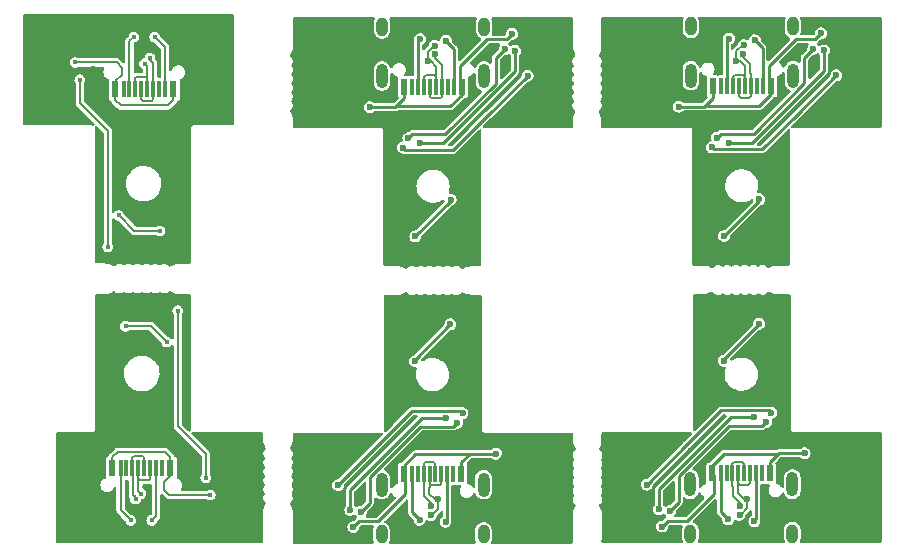
<source format=gbr>
%TF.GenerationSoftware,KiCad,Pcbnew,(6.0.4)*%
%TF.CreationDate,2022-05-23T19:11:52-04:00*%
%TF.ProjectId,wierd mousebites,77696572-6420-46d6-9f75-736562697465,rev?*%
%TF.SameCoordinates,Original*%
%TF.FileFunction,Copper,L2,Bot*%
%TF.FilePolarity,Positive*%
%FSLAX46Y46*%
G04 Gerber Fmt 4.6, Leading zero omitted, Abs format (unit mm)*
G04 Created by KiCad (PCBNEW (6.0.4)) date 2022-05-23 19:11:52*
%MOMM*%
%LPD*%
G01*
G04 APERTURE LIST*
%TA.AperFunction,SMDPad,CuDef*%
%ADD10R,0.600000X1.450000*%
%TD*%
%TA.AperFunction,SMDPad,CuDef*%
%ADD11R,0.300000X1.450000*%
%TD*%
%TA.AperFunction,ComponentPad*%
%ADD12O,1.000000X2.100000*%
%TD*%
%TA.AperFunction,ComponentPad*%
%ADD13O,1.000000X1.600000*%
%TD*%
%TA.AperFunction,ViaPad*%
%ADD14C,0.600000*%
%TD*%
%TA.AperFunction,ViaPad*%
%ADD15C,0.400000*%
%TD*%
%TA.AperFunction,Conductor*%
%ADD16C,0.200000*%
%TD*%
%TA.AperFunction,Conductor*%
%ADD17C,0.250000*%
%TD*%
G04 APERTURE END LIST*
D10*
%TO.P,J1,A1*%
%TO.N,GND*%
X115388000Y-103672500D03*
%TO.P,J1,A4*%
%TO.N,+5V*%
X114588000Y-103672500D03*
D11*
%TO.P,J1,A5*%
%TO.N,Net-(J1-PadA5)*%
X113388000Y-103672500D03*
%TO.P,J1,A6*%
%TO.N,/data+*%
X112388000Y-103672500D03*
%TO.P,J1,A7*%
%TO.N,/data-*%
X111888000Y-103672500D03*
%TO.P,J1,A8*%
%TO.N,Net-(J1-PadA8)*%
X110888000Y-103672500D03*
D10*
%TO.P,J1,A9*%
%TO.N,+5V*%
X109688000Y-103672500D03*
%TO.P,J1,A12*%
%TO.N,GND*%
X108888000Y-103672500D03*
%TO.P,J1,B1*%
X108888000Y-103672500D03*
%TO.P,J1,B4*%
%TO.N,+5V*%
X109688000Y-103672500D03*
D11*
%TO.P,J1,B5*%
%TO.N,Net-(J1-PadB5)*%
X110388000Y-103672500D03*
%TO.P,J1,B6*%
%TO.N,/data+*%
X111388000Y-103672500D03*
%TO.P,J1,B7*%
%TO.N,/data-*%
X112888000Y-103672500D03*
%TO.P,J1,B8*%
%TO.N,Net-(J1-PadB8)*%
X113888000Y-103672500D03*
D10*
%TO.P,J1,B9*%
%TO.N,+5V*%
X114588000Y-103672500D03*
%TO.P,J1,B12*%
%TO.N,GND*%
X115388000Y-103672500D03*
D12*
%TO.P,J1,S1*%
%TO.N,Net-(J1-PadS1)*%
X116458000Y-104587500D03*
D13*
X107818000Y-108767500D03*
D12*
X107818000Y-104587500D03*
D13*
X116458000Y-108767500D03*
%TD*%
D10*
%TO.P,J1,A1*%
%TO.N,GND*%
X141530000Y-103633000D03*
%TO.P,J1,A4*%
%TO.N,+5V*%
X140730000Y-103633000D03*
D11*
%TO.P,J1,A5*%
%TO.N,Net-(J1-PadA5)*%
X139530000Y-103633000D03*
%TO.P,J1,A6*%
%TO.N,/data+*%
X138530000Y-103633000D03*
%TO.P,J1,A7*%
%TO.N,/data-*%
X138030000Y-103633000D03*
%TO.P,J1,A8*%
%TO.N,Net-(J1-PadA8)*%
X137030000Y-103633000D03*
D10*
%TO.P,J1,A9*%
%TO.N,+5V*%
X135830000Y-103633000D03*
%TO.P,J1,A12*%
%TO.N,GND*%
X135030000Y-103633000D03*
%TO.P,J1,B1*%
X135030000Y-103633000D03*
%TO.P,J1,B4*%
%TO.N,+5V*%
X135830000Y-103633000D03*
D11*
%TO.P,J1,B5*%
%TO.N,Net-(J1-PadB5)*%
X136530000Y-103633000D03*
%TO.P,J1,B6*%
%TO.N,/data+*%
X137530000Y-103633000D03*
%TO.P,J1,B7*%
%TO.N,/data-*%
X139030000Y-103633000D03*
%TO.P,J1,B8*%
%TO.N,Net-(J1-PadB8)*%
X140030000Y-103633000D03*
D10*
%TO.P,J1,B9*%
%TO.N,+5V*%
X140730000Y-103633000D03*
%TO.P,J1,B12*%
%TO.N,GND*%
X141530000Y-103633000D03*
D12*
%TO.P,J1,S1*%
%TO.N,Net-(J1-PadS1)*%
X142600000Y-104548000D03*
D13*
X133960000Y-108728000D03*
D12*
X133960000Y-104548000D03*
D13*
X142600000Y-108728000D03*
%TD*%
D10*
%TO.P,J1,A1*%
%TO.N,GND*%
X108934000Y-70904500D03*
%TO.P,J1,A4*%
%TO.N,+5V*%
X109734000Y-70904500D03*
D11*
%TO.P,J1,A5*%
%TO.N,Net-(J1-PadA5)*%
X110934000Y-70904500D03*
%TO.P,J1,A6*%
%TO.N,/data+*%
X111934000Y-70904500D03*
%TO.P,J1,A7*%
%TO.N,/data-*%
X112434000Y-70904500D03*
%TO.P,J1,A8*%
%TO.N,Net-(J1-PadA8)*%
X113434000Y-70904500D03*
D10*
%TO.P,J1,A9*%
%TO.N,+5V*%
X114634000Y-70904500D03*
%TO.P,J1,A12*%
%TO.N,GND*%
X115434000Y-70904500D03*
%TO.P,J1,B1*%
X115434000Y-70904500D03*
%TO.P,J1,B4*%
%TO.N,+5V*%
X114634000Y-70904500D03*
D11*
%TO.P,J1,B5*%
%TO.N,Net-(J1-PadB5)*%
X113934000Y-70904500D03*
%TO.P,J1,B6*%
%TO.N,/data+*%
X112934000Y-70904500D03*
%TO.P,J1,B7*%
%TO.N,/data-*%
X111434000Y-70904500D03*
%TO.P,J1,B8*%
%TO.N,Net-(J1-PadB8)*%
X110434000Y-70904500D03*
D10*
%TO.P,J1,B9*%
%TO.N,+5V*%
X109734000Y-70904500D03*
%TO.P,J1,B12*%
%TO.N,GND*%
X108934000Y-70904500D03*
D12*
%TO.P,J1,S1*%
%TO.N,Net-(J1-PadS1)*%
X107864000Y-69989500D03*
D13*
X116504000Y-65809500D03*
D12*
X116504000Y-69989500D03*
D13*
X107864000Y-65809500D03*
%TD*%
D10*
%TO.P,J1,A1*%
%TO.N,GND*%
X135076000Y-70865000D03*
%TO.P,J1,A4*%
%TO.N,+5V*%
X135876000Y-70865000D03*
D11*
%TO.P,J1,A5*%
%TO.N,Net-(J1-PadA5)*%
X137076000Y-70865000D03*
%TO.P,J1,A6*%
%TO.N,/data+*%
X138076000Y-70865000D03*
%TO.P,J1,A7*%
%TO.N,/data-*%
X138576000Y-70865000D03*
%TO.P,J1,A8*%
%TO.N,Net-(J1-PadA8)*%
X139576000Y-70865000D03*
D10*
%TO.P,J1,A9*%
%TO.N,+5V*%
X140776000Y-70865000D03*
%TO.P,J1,A12*%
%TO.N,GND*%
X141576000Y-70865000D03*
%TO.P,J1,B1*%
X141576000Y-70865000D03*
%TO.P,J1,B4*%
%TO.N,+5V*%
X140776000Y-70865000D03*
D11*
%TO.P,J1,B5*%
%TO.N,Net-(J1-PadB5)*%
X140076000Y-70865000D03*
%TO.P,J1,B6*%
%TO.N,/data+*%
X139076000Y-70865000D03*
%TO.P,J1,B7*%
%TO.N,/data-*%
X137576000Y-70865000D03*
%TO.P,J1,B8*%
%TO.N,Net-(J1-PadB8)*%
X136576000Y-70865000D03*
D10*
%TO.P,J1,B9*%
%TO.N,+5V*%
X135876000Y-70865000D03*
%TO.P,J1,B12*%
%TO.N,GND*%
X135076000Y-70865000D03*
D12*
%TO.P,J1,S1*%
%TO.N,Net-(J1-PadS1)*%
X134006000Y-69950000D03*
D13*
X142646000Y-65770000D03*
D12*
X142646000Y-69950000D03*
D13*
X134006000Y-65770000D03*
%TD*%
%TO.P,USB1,S1*%
%TO.N,GND*%
X83157600Y-108277501D03*
X91797600Y-108277501D03*
D12*
X91797600Y-104097501D03*
X83157600Y-104097501D03*
D11*
%TO.P,USB1,A6*%
%TO.N,/D+*%
X87727600Y-103182501D03*
%TO.P,USB1,B5*%
%TO.N,Net-(R1-Pad1)*%
X85727600Y-103182501D03*
%TO.P,USB1,A8*%
%TO.N,Net-(USB1-PadA8)*%
X86227600Y-103182501D03*
%TO.P,USB1,B6*%
%TO.N,/D+*%
X86727600Y-103182501D03*
%TO.P,USB1,A7*%
%TO.N,/D-*%
X87227600Y-103182501D03*
%TO.P,USB1,B7*%
X88227600Y-103182501D03*
%TO.P,USB1,A5*%
%TO.N,Net-(R2-Pad2)*%
X88727600Y-103182501D03*
%TO.P,USB1,B8*%
%TO.N,Net-(USB1-PadB8)*%
X89227600Y-103182501D03*
D10*
%TO.P,USB1,A12*%
%TO.N,GND*%
X84227600Y-103182501D03*
%TO.P,USB1,B4*%
%TO.N,+5V*%
X85027600Y-103182501D03*
%TO.P,USB1,A4*%
X89927600Y-103182501D03*
%TO.P,USB1,A1*%
%TO.N,GND*%
X90727600Y-103182501D03*
%TO.P,USB1,B12*%
X90727600Y-103182501D03*
%TO.P,USB1,B9*%
%TO.N,+5V*%
X89927600Y-103182501D03*
%TO.P,USB1,A9*%
X85027600Y-103182501D03*
%TO.P,USB1,B1*%
%TO.N,GND*%
X84227600Y-103182501D03*
%TD*%
D13*
%TO.P,USB1,S1*%
%TO.N,GND*%
X92051600Y-66006000D03*
X83411600Y-66006000D03*
D12*
X83411600Y-70186000D03*
X92051600Y-70186000D03*
D11*
%TO.P,USB1,A6*%
%TO.N,/D+*%
X87481600Y-71101000D03*
%TO.P,USB1,B5*%
%TO.N,Net-(R1-Pad1)*%
X89481600Y-71101000D03*
%TO.P,USB1,A8*%
%TO.N,Net-(USB1-PadA8)*%
X88981600Y-71101000D03*
%TO.P,USB1,B6*%
%TO.N,/D+*%
X88481600Y-71101000D03*
%TO.P,USB1,A7*%
%TO.N,/D-*%
X87981600Y-71101000D03*
%TO.P,USB1,B7*%
X86981600Y-71101000D03*
%TO.P,USB1,A5*%
%TO.N,Net-(R2-Pad2)*%
X86481600Y-71101000D03*
%TO.P,USB1,B8*%
%TO.N,Net-(USB1-PadB8)*%
X85981600Y-71101000D03*
D10*
%TO.P,USB1,A12*%
%TO.N,GND*%
X90981600Y-71101000D03*
%TO.P,USB1,B4*%
%TO.N,+5V*%
X90181600Y-71101000D03*
%TO.P,USB1,A4*%
X85281600Y-71101000D03*
%TO.P,USB1,A1*%
%TO.N,GND*%
X84481600Y-71101000D03*
%TO.P,USB1,B12*%
X84481600Y-71101000D03*
%TO.P,USB1,B9*%
%TO.N,+5V*%
X85281600Y-71101000D03*
%TO.P,USB1,A9*%
X90181600Y-71101000D03*
%TO.P,USB1,B1*%
%TO.N,GND*%
X90981600Y-71101000D03*
%TD*%
D14*
%TO.N,/data-*%
X111989686Y-107174312D03*
%TO.N,/data+*%
X112007479Y-106424521D03*
%TO.N,/data-*%
X112608521Y-105823479D03*
%TO.N,/G*%
X114675862Y-98529638D03*
%TO.N,/A*%
X106088000Y-106867500D03*
%TO.N,Net-(J1-PadB5)*%
X111038000Y-107567500D03*
%TO.N,+5V*%
X117494838Y-101960662D03*
X105438000Y-108167500D03*
%TO.N,/B*%
X105188000Y-106717500D03*
%TO.N,/R*%
X110657000Y-94122500D03*
%TO.N,Net-(J1-PadA5)*%
X113238000Y-107717500D03*
%TO.N,/A*%
X114225450Y-99330050D03*
%TO.N,/B*%
X113242601Y-98912899D03*
%TO.N,/R*%
X113641500Y-91011000D03*
%TO.N,/G*%
X104137999Y-104617500D03*
%TO.N,GND*%
X118277000Y-105933500D03*
X110530000Y-89233000D03*
X118721500Y-107902000D03*
X115673500Y-89106000D03*
X106529500Y-109045000D03*
X101195500Y-108981500D03*
X106910500Y-107076500D03*
X115546500Y-105997000D03*
X103735500Y-109172000D03*
X113578000Y-92725500D03*
X117705500Y-100599500D03*
X109006000Y-97170500D03*
X103227500Y-102504500D03*
X113197000Y-100853500D03*
X105831000Y-105933500D03*
X120817000Y-103965000D03*
X112054000Y-91392000D03*
X117261000Y-105933500D03*
X117388000Y-107902000D03*
X119737500Y-101615500D03*
X109450500Y-102250500D03*
X115483000Y-107902000D03*
X111038000Y-100853500D03*
X114086000Y-105933500D03*
X102783000Y-106187500D03*
X112435000Y-97361000D03*
X114213000Y-107838500D03*
X115610000Y-94313000D03*
X105640500Y-100980500D03*
X109323500Y-107711500D03*
%TO.N,/data-*%
X138131686Y-107134812D03*
%TO.N,+5V*%
X143636838Y-101921162D03*
%TO.N,/data-*%
X138750521Y-105783979D03*
%TO.N,/A*%
X132230000Y-106828000D03*
%TO.N,Net-(J1-PadB5)*%
X137180000Y-107528000D03*
%TO.N,/G*%
X140817862Y-98490138D03*
%TO.N,/data+*%
X138149479Y-106385021D03*
%TO.N,GND*%
X141625000Y-107862500D03*
X144863500Y-107862500D03*
X139720000Y-92686000D03*
X138577000Y-97321500D03*
X127337500Y-108942000D03*
X133052500Y-107037000D03*
X143530000Y-107862500D03*
X146959000Y-103925500D03*
X129877500Y-109132500D03*
X139339000Y-100814000D03*
X145879500Y-101576000D03*
X128925000Y-106148000D03*
X141752000Y-94273500D03*
X138196000Y-91352500D03*
X135148000Y-97131000D03*
X131782500Y-100941000D03*
%TO.N,+5V*%
X131580000Y-108128000D03*
%TO.N,/B*%
X131330000Y-106678000D03*
%TO.N,GND*%
X141815500Y-89066500D03*
%TO.N,/R*%
X136799000Y-94083000D03*
%TO.N,GND*%
X141688500Y-105957500D03*
X135465500Y-107672000D03*
X129369500Y-102465000D03*
X137180000Y-100814000D03*
X140228000Y-105894000D03*
X143847500Y-100560000D03*
%TO.N,Net-(J1-PadA5)*%
X139380000Y-107678000D03*
%TO.N,/A*%
X140367450Y-99290550D03*
%TO.N,GND*%
X140355000Y-107799000D03*
%TO.N,/B*%
X139384601Y-98873399D03*
%TO.N,/G*%
X130279999Y-104578000D03*
%TO.N,GND*%
X143403000Y-105894000D03*
%TO.N,/R*%
X139783500Y-90971500D03*
%TO.N,GND*%
X132671500Y-109005500D03*
X144419000Y-105894000D03*
X135592500Y-102211000D03*
X136672000Y-89193500D03*
X131973000Y-105894000D03*
%TO.N,/data-*%
X112332314Y-67402688D03*
%TO.N,/data+*%
X112314521Y-68152479D03*
%TO.N,/data-*%
X111713479Y-68753521D03*
%TO.N,/G*%
X109646138Y-76047362D03*
%TO.N,/A*%
X118234000Y-67709500D03*
%TO.N,Net-(J1-PadB5)*%
X113284000Y-67009500D03*
%TO.N,+5V*%
X106827162Y-72616338D03*
X118884000Y-66409500D03*
%TO.N,/B*%
X119134000Y-67859500D03*
%TO.N,/R*%
X113665000Y-80454500D03*
%TO.N,Net-(J1-PadA5)*%
X111084000Y-66859500D03*
%TO.N,/A*%
X110096550Y-75246950D03*
%TO.N,/B*%
X111079399Y-75664101D03*
%TO.N,/R*%
X110680500Y-83566000D03*
%TO.N,/G*%
X120184001Y-69959500D03*
%TO.N,GND*%
X106045000Y-68643500D03*
X113792000Y-85344000D03*
X105600500Y-66675000D03*
X108648500Y-85471000D03*
X117792500Y-65532000D03*
X123126500Y-65595500D03*
X117411500Y-67500500D03*
X108775500Y-68580000D03*
X120586500Y-65405000D03*
X110744000Y-81851500D03*
X106616500Y-73977500D03*
X115316000Y-77406500D03*
X121094500Y-72072500D03*
X111125000Y-73723500D03*
X118491000Y-68643500D03*
X103505000Y-70612000D03*
X112268000Y-83185000D03*
X107061000Y-68643500D03*
X106934000Y-66675000D03*
X104584500Y-72961500D03*
X114871500Y-72326500D03*
X108839000Y-66675000D03*
X113284000Y-73723500D03*
X110236000Y-68643500D03*
X121539000Y-68389500D03*
X111887000Y-77216000D03*
X110109000Y-66738500D03*
X108712000Y-80264000D03*
X118681500Y-73596500D03*
X114998500Y-66865500D03*
X144823500Y-73557000D03*
X141140500Y-66826000D03*
X133076000Y-66635500D03*
X136378000Y-68604000D03*
X138029000Y-77176500D03*
X134854000Y-80224500D03*
X141013500Y-72287000D03*
X136251000Y-66699000D03*
X147681000Y-68350000D03*
X134981000Y-66635500D03*
X138410000Y-83145500D03*
X139426000Y-73684000D03*
X129647000Y-70572500D03*
X130726500Y-72922000D03*
X133203000Y-68604000D03*
X131742500Y-66635500D03*
X143553500Y-67461000D03*
X132187000Y-68604000D03*
X149268500Y-65556000D03*
X136886000Y-81812000D03*
X146728500Y-65365500D03*
X134790500Y-85431500D03*
X141458000Y-77367000D03*
X139934000Y-85304500D03*
X143934500Y-65492500D03*
X137267000Y-73684000D03*
X134917500Y-68540500D03*
X144633000Y-68604000D03*
X147236500Y-72033000D03*
X132758500Y-73938000D03*
%TO.N,Net-(J1-PadA5)*%
X137226000Y-66820000D03*
%TO.N,Net-(J1-PadB5)*%
X139426000Y-66970000D03*
%TO.N,/R*%
X136822500Y-83526500D03*
X139807000Y-80415000D03*
%TO.N,/A*%
X136238550Y-75207450D03*
X144376000Y-67670000D03*
%TO.N,/G*%
X135788138Y-76007862D03*
X146326001Y-69920000D03*
%TO.N,/B*%
X137221399Y-75624601D03*
X145276000Y-67820000D03*
%TO.N,+5V*%
X145026000Y-66370000D03*
X132969162Y-72576838D03*
%TO.N,/data-*%
X138474314Y-67363188D03*
X137855479Y-68714021D03*
%TO.N,/data+*%
X138456521Y-68112979D03*
D15*
%TO.N,+5V*%
X93319600Y-105449501D03*
%TO.N,/B*%
X89636600Y-92495501D03*
X86146600Y-91171501D03*
%TO.N,GND*%
X95216599Y-106203500D03*
X95208601Y-104703500D03*
X94843600Y-102211001D03*
X93446600Y-106211501D03*
X91414600Y-98337501D03*
X91414600Y-94781501D03*
X91287600Y-92114501D03*
X89712800Y-91174701D03*
X85546600Y-92281501D03*
X89128600Y-97067501D03*
X89001600Y-99607501D03*
X84556600Y-101639501D03*
X84429600Y-106211501D03*
X84302600Y-107354501D03*
X90271600Y-107608501D03*
X81762600Y-108243501D03*
X90398600Y-101639501D03*
X87477600Y-101131501D03*
X86131400Y-89168101D03*
X87096600Y-89066501D03*
X88163400Y-91809701D03*
%TO.N,/D+*%
X86993790Y-105806311D03*
%TO.N,/D-*%
X87453410Y-105346691D03*
%TO.N,Net-(R1-Pad1)*%
X86588600Y-107608501D03*
%TO.N,Net-(R2-Pad2)*%
X88366600Y-107608501D03*
%TO.N,/Annode*%
X92938600Y-103989001D03*
X90566600Y-89851501D03*
%TO.N,+5V*%
X81889600Y-68834000D03*
%TO.N,/B*%
X85572600Y-81788000D03*
X89062600Y-83112000D03*
%TO.N,GND*%
X79992601Y-68080001D03*
X80000599Y-69580001D03*
X80365600Y-72072500D03*
X81762600Y-68072000D03*
X83794600Y-75946000D03*
X83794600Y-79502000D03*
X83921600Y-82169000D03*
X85496400Y-83108800D03*
X89662600Y-82002000D03*
X86080600Y-77216000D03*
X86207600Y-74676000D03*
X90652600Y-72644000D03*
X90779600Y-68072000D03*
X90906600Y-66929000D03*
X84937600Y-66675000D03*
X93446600Y-66040000D03*
X84810600Y-72644000D03*
X87731600Y-73152000D03*
X89077800Y-85115400D03*
X88112600Y-85217000D03*
X87045800Y-82473800D03*
%TO.N,/D+*%
X88215410Y-68477190D03*
%TO.N,/D-*%
X87755790Y-68936810D03*
%TO.N,Net-(R1-Pad1)*%
X88620600Y-66675000D03*
%TO.N,Net-(R2-Pad2)*%
X86842600Y-66675000D03*
%TO.N,/Annode*%
X82270600Y-70294500D03*
X84642600Y-84432000D03*
%TD*%
D16*
%TO.N,/data+*%
X111537999Y-102697499D02*
X112238001Y-102697499D01*
X111388000Y-104760001D02*
X111413000Y-104785001D01*
X111388000Y-103672500D02*
X111388000Y-104760001D01*
X112238001Y-102697499D02*
X112388000Y-102847498D01*
X112007479Y-106141678D02*
X112007479Y-106424521D01*
X111388000Y-102847498D02*
X111537999Y-102697499D01*
X111413000Y-104785001D02*
X111413000Y-105547199D01*
X111413000Y-105547199D02*
X112007479Y-106141678D01*
X112388000Y-102847498D02*
X112388000Y-103672500D01*
X111388000Y-103672500D02*
X111388000Y-102847498D01*
%TO.N,/data-*%
X111863000Y-105360801D02*
X112325678Y-105823479D01*
X112888000Y-104497502D02*
X112738001Y-104647501D01*
X112071690Y-107174312D02*
X111989686Y-107174312D01*
X111888000Y-104760001D02*
X111863000Y-104785001D01*
X111888000Y-104497502D02*
X111888000Y-103672500D01*
X112037999Y-104647501D02*
X111888000Y-104497502D01*
X112888000Y-103672500D02*
X112888000Y-104497502D01*
X111888000Y-103672500D02*
X111888000Y-104760001D01*
X112608521Y-106637481D02*
X112071690Y-107174312D01*
X112738001Y-104647501D02*
X112037999Y-104647501D01*
X112608521Y-105823479D02*
X112608521Y-106637481D01*
X112325678Y-105823479D02*
X112608521Y-105823479D01*
X111863000Y-104785001D02*
X111863000Y-105360801D01*
D17*
%TO.N,+5V*%
X109848001Y-105405501D02*
X107561012Y-107692490D01*
X107561012Y-107692490D02*
X105913010Y-107692490D01*
X109688000Y-103672500D02*
X109848001Y-103832501D01*
X110674983Y-102015515D02*
X115269985Y-102015515D01*
X109688000Y-103002498D02*
X110674983Y-102015515D01*
X109848001Y-103832501D02*
X109848001Y-105405501D01*
X117494838Y-101960662D02*
X115324838Y-101960662D01*
X115324838Y-101960662D02*
X115269985Y-102015515D01*
X109688000Y-103672500D02*
X109688000Y-103002498D01*
X114588000Y-102697500D02*
X115269985Y-102015515D01*
X114588000Y-103672500D02*
X114588000Y-102697500D01*
%TO.N,/B*%
X105177124Y-105016648D02*
X105177124Y-106706624D01*
X105177124Y-106706624D02*
X105188000Y-106717500D01*
%TO.N,+5V*%
X105913010Y-107692490D02*
X105438000Y-108167500D01*
%TO.N,/B*%
X113242601Y-98912899D02*
X111280873Y-98912899D01*
X111280873Y-98912899D02*
X105177124Y-105016648D01*
%TO.N,/G*%
X110427398Y-98337898D02*
X114484122Y-98337898D01*
X114484122Y-98337898D02*
X114675862Y-98529638D01*
X107472064Y-101293232D02*
X110427398Y-98337898D01*
X104137999Y-104617500D02*
X107462267Y-101293232D01*
X107462267Y-101293232D02*
X107472064Y-101293232D01*
%TO.N,/A*%
X111089351Y-99670120D02*
X113885380Y-99670120D01*
X106088000Y-106867500D02*
X106838000Y-106117500D01*
X113885380Y-99670120D02*
X114225450Y-99330050D01*
%TO.N,/R*%
X113641500Y-91011000D02*
X110657000Y-93995500D01*
X110657000Y-93995500D02*
X110657000Y-94122500D01*
%TO.N,Net-(J1-PadB5)*%
X110388000Y-106917500D02*
X111038000Y-107567500D01*
%TO.N,Net-(J1-PadA5)*%
X113388000Y-103672500D02*
X113388000Y-107517500D01*
X113388000Y-107517500D02*
X113388000Y-107567500D01*
X113388000Y-107567500D02*
X113238000Y-107717500D01*
%TO.N,Net-(J1-PadB5)*%
X110388000Y-103672500D02*
X110388000Y-106917500D01*
%TO.N,/A*%
X106838000Y-106117500D02*
X106838000Y-103921471D01*
X106838000Y-103921471D02*
X111089351Y-99670120D01*
D16*
%TO.N,/data+*%
X137530000Y-103633000D02*
X137530000Y-104720501D01*
%TO.N,/data-*%
X138030000Y-104720501D02*
X138005000Y-104745501D01*
%TO.N,/data+*%
X137555000Y-104745501D02*
X137555000Y-105507699D01*
X137555000Y-105507699D02*
X138149479Y-106102178D01*
%TO.N,/data-*%
X139030000Y-103633000D02*
X139030000Y-104458002D01*
X138213690Y-107134812D02*
X138131686Y-107134812D01*
%TO.N,/data+*%
X138380001Y-102657999D02*
X138530000Y-102807998D01*
X138149479Y-106102178D02*
X138149479Y-106385021D01*
X137530000Y-104720501D02*
X137555000Y-104745501D01*
X137679999Y-102657999D02*
X138380001Y-102657999D01*
X137530000Y-102807998D02*
X137679999Y-102657999D01*
X137530000Y-103633000D02*
X137530000Y-102807998D01*
%TO.N,/data-*%
X139030000Y-104458002D02*
X138880001Y-104608001D01*
X138030000Y-104458002D02*
X138030000Y-103633000D01*
%TO.N,/data+*%
X138530000Y-102807998D02*
X138530000Y-103633000D01*
%TO.N,/data-*%
X138005000Y-105321301D02*
X138467678Y-105783979D01*
X138179999Y-104608001D02*
X138030000Y-104458002D01*
D17*
%TO.N,+5V*%
X135830000Y-102962998D02*
X136816983Y-101976015D01*
X135830000Y-103633000D02*
X135990001Y-103793001D01*
X135990001Y-103793001D02*
X135990001Y-105366001D01*
X143636838Y-101921162D02*
X141466838Y-101921162D01*
%TO.N,/B*%
X139384601Y-98873399D02*
X137422873Y-98873399D01*
D16*
%TO.N,/data-*%
X138030000Y-103633000D02*
X138030000Y-104720501D01*
D17*
%TO.N,+5V*%
X135990001Y-105366001D02*
X133703012Y-107652990D01*
D16*
%TO.N,/data-*%
X138750521Y-106597981D02*
X138213690Y-107134812D01*
X138467678Y-105783979D02*
X138750521Y-105783979D01*
X138005000Y-104745501D02*
X138005000Y-105321301D01*
D17*
%TO.N,+5V*%
X140730000Y-103633000D02*
X140730000Y-102658000D01*
X133703012Y-107652990D02*
X132055010Y-107652990D01*
X141466838Y-101921162D02*
X141411985Y-101976015D01*
X136816983Y-101976015D02*
X141411985Y-101976015D01*
X132055010Y-107652990D02*
X131580000Y-108128000D01*
X135830000Y-103633000D02*
X135830000Y-102962998D01*
X140730000Y-102658000D02*
X141411985Y-101976015D01*
%TO.N,/B*%
X137422873Y-98873399D02*
X131319124Y-104977148D01*
X131319124Y-106667124D02*
X131330000Y-106678000D01*
X131319124Y-104977148D02*
X131319124Y-106667124D01*
D16*
%TO.N,/data-*%
X138880001Y-104608001D02*
X138179999Y-104608001D01*
X138750521Y-105783979D02*
X138750521Y-106597981D01*
D17*
%TO.N,/G*%
X136569398Y-98298398D02*
X140626122Y-98298398D01*
%TO.N,Net-(J1-PadB5)*%
X136530000Y-103633000D02*
X136530000Y-106878000D01*
%TO.N,/G*%
X133614064Y-101253732D02*
X136569398Y-98298398D01*
X140626122Y-98298398D02*
X140817862Y-98490138D01*
%TO.N,Net-(J1-PadA5)*%
X139530000Y-103633000D02*
X139530000Y-107478000D01*
X139530000Y-107478000D02*
X139530000Y-107528000D01*
%TO.N,/G*%
X133604267Y-101253732D02*
X133614064Y-101253732D01*
X130279999Y-104578000D02*
X133604267Y-101253732D01*
%TO.N,/A*%
X140027380Y-99630620D02*
X140367450Y-99290550D01*
X137231351Y-99630620D02*
X140027380Y-99630620D01*
%TO.N,/R*%
X139783500Y-90971500D02*
X136799000Y-93956000D01*
X136799000Y-93956000D02*
X136799000Y-94083000D01*
%TO.N,Net-(J1-PadB5)*%
X136530000Y-106878000D02*
X137180000Y-107528000D01*
%TO.N,/A*%
X132230000Y-106828000D02*
X132980000Y-106078000D01*
%TO.N,Net-(J1-PadA5)*%
X139530000Y-107528000D02*
X139380000Y-107678000D01*
%TO.N,/A*%
X132980000Y-106078000D02*
X132980000Y-103881971D01*
X132980000Y-103881971D02*
X137231351Y-99630620D01*
D16*
%TO.N,/data+*%
X112784001Y-71879501D02*
X112083999Y-71879501D01*
X112934000Y-69816999D02*
X112909000Y-69791999D01*
X112934000Y-70904500D02*
X112934000Y-69816999D01*
X112083999Y-71879501D02*
X111934000Y-71729502D01*
X112314521Y-68435322D02*
X112314521Y-68152479D01*
X112934000Y-71729502D02*
X112784001Y-71879501D01*
X112909000Y-69791999D02*
X112909000Y-69029801D01*
X112909000Y-69029801D02*
X112314521Y-68435322D01*
X111934000Y-71729502D02*
X111934000Y-70904500D01*
X112934000Y-70904500D02*
X112934000Y-71729502D01*
%TO.N,/data-*%
X112459000Y-69216199D02*
X111996322Y-68753521D01*
X111434000Y-70079498D02*
X111583999Y-69929499D01*
X112250310Y-67402688D02*
X112332314Y-67402688D01*
X112434000Y-69816999D02*
X112459000Y-69791999D01*
X112434000Y-70079498D02*
X112434000Y-70904500D01*
X112284001Y-69929499D02*
X112434000Y-70079498D01*
X111434000Y-70904500D02*
X111434000Y-70079498D01*
X112434000Y-70904500D02*
X112434000Y-69816999D01*
X111713479Y-67939519D02*
X112250310Y-67402688D01*
X111583999Y-69929499D02*
X112284001Y-69929499D01*
X111713479Y-68753521D02*
X111713479Y-67939519D01*
X111996322Y-68753521D02*
X111713479Y-68753521D01*
X112459000Y-69791999D02*
X112459000Y-69216199D01*
D17*
%TO.N,+5V*%
X114473999Y-69171499D02*
X116760988Y-66884510D01*
X116760988Y-66884510D02*
X118408990Y-66884510D01*
X114634000Y-70904500D02*
X114473999Y-70744499D01*
X113647017Y-72561485D02*
X109052015Y-72561485D01*
X114634000Y-71574502D02*
X113647017Y-72561485D01*
X114473999Y-70744499D02*
X114473999Y-69171499D01*
X106827162Y-72616338D02*
X108997162Y-72616338D01*
X108997162Y-72616338D02*
X109052015Y-72561485D01*
X114634000Y-70904500D02*
X114634000Y-71574502D01*
X109734000Y-71879500D02*
X109052015Y-72561485D01*
X109734000Y-70904500D02*
X109734000Y-71879500D01*
%TO.N,/B*%
X119144876Y-69560352D02*
X119144876Y-67870376D01*
X119144876Y-67870376D02*
X119134000Y-67859500D01*
%TO.N,+5V*%
X118408990Y-66884510D02*
X118884000Y-66409500D01*
%TO.N,/B*%
X111079399Y-75664101D02*
X113041127Y-75664101D01*
X113041127Y-75664101D02*
X119144876Y-69560352D01*
%TO.N,/G*%
X113894602Y-76239102D02*
X109837878Y-76239102D01*
X109837878Y-76239102D02*
X109646138Y-76047362D01*
X116849936Y-73283768D02*
X113894602Y-76239102D01*
X120184001Y-69959500D02*
X116859733Y-73283768D01*
X116859733Y-73283768D02*
X116849936Y-73283768D01*
%TO.N,/A*%
X113232649Y-74906880D02*
X110436620Y-74906880D01*
X118234000Y-67709500D02*
X117484000Y-68459500D01*
X110436620Y-74906880D02*
X110096550Y-75246950D01*
%TO.N,/R*%
X110680500Y-83566000D02*
X113665000Y-80581500D01*
X113665000Y-80581500D02*
X113665000Y-80454500D01*
%TO.N,Net-(J1-PadB5)*%
X113934000Y-67659500D02*
X113284000Y-67009500D01*
%TO.N,Net-(J1-PadA5)*%
X110934000Y-70904500D02*
X110934000Y-67059500D01*
X110934000Y-67059500D02*
X110934000Y-67009500D01*
X110934000Y-67009500D02*
X111084000Y-66859500D01*
%TO.N,Net-(J1-PadB5)*%
X113934000Y-70904500D02*
X113934000Y-67659500D01*
%TO.N,/A*%
X117484000Y-68459500D02*
X117484000Y-70655529D01*
X117484000Y-70655529D02*
X113232649Y-74906880D01*
%TO.N,Net-(J1-PadA5)*%
X137076000Y-67020000D02*
X137076000Y-66970000D01*
X137076000Y-66970000D02*
X137226000Y-66820000D01*
X137076000Y-70865000D02*
X137076000Y-67020000D01*
%TO.N,Net-(J1-PadB5)*%
X140076000Y-70865000D02*
X140076000Y-67620000D01*
X140076000Y-67620000D02*
X139426000Y-66970000D01*
%TO.N,/R*%
X139807000Y-80542000D02*
X139807000Y-80415000D01*
X136822500Y-83526500D02*
X139807000Y-80542000D01*
%TO.N,/A*%
X136578620Y-74867380D02*
X136238550Y-75207450D01*
X144376000Y-67670000D02*
X143626000Y-68420000D01*
X139374649Y-74867380D02*
X136578620Y-74867380D01*
X143626000Y-68420000D02*
X143626000Y-70616029D01*
X143626000Y-70616029D02*
X139374649Y-74867380D01*
%TO.N,/G*%
X146326001Y-69920000D02*
X143001733Y-73244268D01*
X140036602Y-76199602D02*
X135979878Y-76199602D01*
X143001733Y-73244268D02*
X142991936Y-73244268D01*
X142991936Y-73244268D02*
X140036602Y-76199602D01*
X135979878Y-76199602D02*
X135788138Y-76007862D01*
%TO.N,/B*%
X139183127Y-75624601D02*
X145286876Y-69520852D01*
X137221399Y-75624601D02*
X139183127Y-75624601D01*
X145286876Y-67830876D02*
X145276000Y-67820000D01*
X145286876Y-69520852D02*
X145286876Y-67830876D01*
%TO.N,+5V*%
X142902988Y-66845010D02*
X144550990Y-66845010D01*
X135876000Y-70865000D02*
X135876000Y-71840000D01*
X140776000Y-70865000D02*
X140776000Y-71535002D01*
X135876000Y-71840000D02*
X135194015Y-72521985D01*
X140615999Y-69131999D02*
X142902988Y-66845010D01*
X132969162Y-72576838D02*
X135139162Y-72576838D01*
X144550990Y-66845010D02*
X145026000Y-66370000D01*
X140615999Y-70704999D02*
X140615999Y-69131999D01*
X135139162Y-72576838D02*
X135194015Y-72521985D01*
X140776000Y-71535002D02*
X139789017Y-72521985D01*
X139789017Y-72521985D02*
X135194015Y-72521985D01*
X140776000Y-70865000D02*
X140615999Y-70704999D01*
D16*
%TO.N,/data-*%
X138426001Y-69889999D02*
X138576000Y-70039998D01*
X138138322Y-68714021D02*
X137855479Y-68714021D01*
X137855479Y-67900019D02*
X138392310Y-67363188D01*
X138576000Y-70039998D02*
X138576000Y-70865000D01*
X138601000Y-69752499D02*
X138601000Y-69176699D01*
X137576000Y-70865000D02*
X137576000Y-70039998D01*
X137725999Y-69889999D02*
X138426001Y-69889999D01*
X138576000Y-70865000D02*
X138576000Y-69777499D01*
X137855479Y-68714021D02*
X137855479Y-67900019D01*
X137576000Y-70039998D02*
X137725999Y-69889999D01*
X138576000Y-69777499D02*
X138601000Y-69752499D01*
X138601000Y-69176699D02*
X138138322Y-68714021D01*
X138392310Y-67363188D02*
X138474314Y-67363188D01*
%TO.N,/data+*%
X139076000Y-71690002D02*
X138926001Y-71840001D01*
X139076000Y-70865000D02*
X139076000Y-69777499D01*
X138456521Y-68395822D02*
X138456521Y-68112979D01*
X139076000Y-69777499D02*
X139051000Y-69752499D01*
X139076000Y-70865000D02*
X139076000Y-71690002D01*
X138225999Y-71840001D02*
X138076000Y-71690002D01*
X138076000Y-71690002D02*
X138076000Y-70865000D01*
X139051000Y-68990301D02*
X138456521Y-68395822D01*
X138926001Y-71840001D02*
X138225999Y-71840001D01*
X139051000Y-69752499D02*
X139051000Y-68990301D01*
%TO.N,+5V*%
X89767599Y-103342502D02*
X89927600Y-103182501D01*
X85027600Y-102257501D02*
X85027600Y-103182501D01*
X85477611Y-101807490D02*
X85027600Y-102257501D01*
X89477589Y-101807490D02*
X85477611Y-101807490D01*
X89927600Y-102257501D02*
X89477589Y-101807490D01*
X89927600Y-103182501D02*
X89927600Y-102257501D01*
X89927600Y-103852503D02*
X89927600Y-103182501D01*
X89382600Y-104397503D02*
X89927600Y-103852503D01*
X89382600Y-105005001D02*
X89382600Y-104397503D01*
X89827100Y-105449501D02*
X89382600Y-105005001D01*
X93319600Y-105449501D02*
X89827100Y-105449501D01*
%TO.N,/B*%
X89636600Y-92495501D02*
X88312600Y-91171501D01*
X88312600Y-91171501D02*
X88090400Y-91171501D01*
X88090400Y-91171501D02*
X86146600Y-91171501D01*
%TO.N,/D+*%
X86727600Y-102312499D02*
X86727600Y-103182501D01*
X87597601Y-102182500D02*
X86857599Y-102182500D01*
X87727600Y-102312499D02*
X87597601Y-102182500D01*
X86857599Y-102182500D02*
X86727600Y-102312499D01*
X87727600Y-103182501D02*
X87727600Y-102312499D01*
X86752600Y-103207501D02*
X86727600Y-103182501D01*
X86752600Y-105423700D02*
X86752600Y-103207501D01*
X86993790Y-105664890D02*
X86752600Y-105423700D01*
X86993790Y-105806311D02*
X86993790Y-105664890D01*
%TO.N,/D-*%
X87227600Y-104052503D02*
X87227600Y-103182501D01*
X87357599Y-104182502D02*
X87227600Y-104052503D01*
X88227600Y-104107501D02*
X88152599Y-104182502D01*
X88227600Y-103182501D02*
X88227600Y-104107501D01*
X88152599Y-104182502D02*
X87357599Y-104182502D01*
X87227600Y-105120881D02*
X87227600Y-103182501D01*
X87453410Y-105346691D02*
X87227600Y-105120881D01*
D17*
%TO.N,Net-(R1-Pad1)*%
X85727600Y-103182501D02*
X85727600Y-103318501D01*
D16*
X85727600Y-106747501D02*
X86588600Y-107608501D01*
X85727600Y-103182501D02*
X85727600Y-106747501D01*
%TO.N,Net-(R2-Pad2)*%
X88727600Y-107247501D02*
X88366600Y-107608501D01*
X88727600Y-103182501D02*
X88727600Y-107247501D01*
%TO.N,/Annode*%
X92938600Y-102020501D02*
X92938600Y-103989001D01*
X90566600Y-99648501D02*
X92938600Y-102020501D01*
X90566600Y-89851501D02*
X90566600Y-99648501D01*
%TO.N,+5V*%
X85441601Y-70940999D02*
X85281600Y-71101000D01*
X90181600Y-72026000D02*
X90181600Y-71101000D01*
X89731589Y-72476011D02*
X90181600Y-72026000D01*
X85731611Y-72476011D02*
X89731589Y-72476011D01*
X85281600Y-72026000D02*
X85731611Y-72476011D01*
X85281600Y-71101000D02*
X85281600Y-72026000D01*
X85281600Y-70430998D02*
X85281600Y-71101000D01*
X85826600Y-69885998D02*
X85281600Y-70430998D01*
X85826600Y-69278500D02*
X85826600Y-69885998D01*
X85382100Y-68834000D02*
X85826600Y-69278500D01*
X81889600Y-68834000D02*
X85382100Y-68834000D01*
%TO.N,/B*%
X85572600Y-81788000D02*
X86896600Y-83112000D01*
X86896600Y-83112000D02*
X87118800Y-83112000D01*
X87118800Y-83112000D02*
X89062600Y-83112000D01*
%TO.N,/D+*%
X88481600Y-71971002D02*
X88481600Y-71101000D01*
X87611599Y-72101001D02*
X88351601Y-72101001D01*
X87481600Y-71971002D02*
X87611599Y-72101001D01*
X88351601Y-72101001D02*
X88481600Y-71971002D01*
X87481600Y-71101000D02*
X87481600Y-71971002D01*
X88456600Y-71076000D02*
X88481600Y-71101000D01*
X88456600Y-68859801D02*
X88456600Y-71076000D01*
X88215410Y-68618611D02*
X88456600Y-68859801D01*
X88215410Y-68477190D02*
X88215410Y-68618611D01*
%TO.N,/D-*%
X87981600Y-70230998D02*
X87981600Y-71101000D01*
X87851601Y-70100999D02*
X87981600Y-70230998D01*
X86981600Y-70176000D02*
X87056601Y-70100999D01*
X86981600Y-71101000D02*
X86981600Y-70176000D01*
X87056601Y-70100999D02*
X87851601Y-70100999D01*
X87981600Y-69162620D02*
X87981600Y-71101000D01*
X87755790Y-68936810D02*
X87981600Y-69162620D01*
D17*
%TO.N,Net-(R1-Pad1)*%
X89481600Y-71101000D02*
X89481600Y-70965000D01*
D16*
X89481600Y-67536000D02*
X88620600Y-66675000D01*
X89481600Y-71101000D02*
X89481600Y-67536000D01*
%TO.N,Net-(R2-Pad2)*%
X86481600Y-67036000D02*
X86842600Y-66675000D01*
X86481600Y-71101000D02*
X86481600Y-67036000D01*
%TO.N,/Annode*%
X82270600Y-72263000D02*
X82270600Y-70294500D01*
X84642600Y-74635000D02*
X82270600Y-72263000D01*
X84642600Y-84432000D02*
X84642600Y-74635000D01*
%TD*%
%TA.AperFunction,Conductor*%
%TO.N,GND*%
G36*
X141974454Y-64990184D02*
G01*
X142020209Y-65042988D01*
X142030153Y-65112146D01*
X142022945Y-65139542D01*
X141962524Y-65294513D01*
X141945500Y-65423826D01*
X141945500Y-66112516D01*
X141945948Y-66116217D01*
X141959825Y-66230890D01*
X141960724Y-66238320D01*
X141963368Y-66245317D01*
X142015150Y-66382354D01*
X142020655Y-66396923D01*
X142024892Y-66403087D01*
X142024892Y-66403088D01*
X142112451Y-66530487D01*
X142112454Y-66530490D01*
X142116688Y-66536651D01*
X142243279Y-66649440D01*
X142249885Y-66652938D01*
X142249887Y-66652939D01*
X142261907Y-66659303D01*
X142353141Y-66707609D01*
X142403175Y-66756373D01*
X142418904Y-66824449D01*
X142395330Y-66890222D01*
X142382797Y-66904875D01*
X140613181Y-68674491D01*
X140551858Y-68707976D01*
X140482166Y-68702992D01*
X140426233Y-68661120D01*
X140401816Y-68595656D01*
X140401500Y-68586810D01*
X140401500Y-67639627D01*
X140401972Y-67628819D01*
X140404318Y-67602001D01*
X140405264Y-67591193D01*
X140395483Y-67554690D01*
X140393145Y-67544143D01*
X140388472Y-67517641D01*
X140386588Y-67506955D01*
X140381162Y-67497558D01*
X140379904Y-67494100D01*
X140378361Y-67490791D01*
X140375554Y-67480316D01*
X140353894Y-67449383D01*
X140348080Y-67440257D01*
X140334618Y-67416939D01*
X140334616Y-67416937D01*
X140329194Y-67407545D01*
X140300255Y-67383262D01*
X140292281Y-67375955D01*
X139967430Y-67051104D01*
X139933945Y-66989781D01*
X139931608Y-66973152D01*
X139931647Y-66970000D01*
X139930763Y-66963823D01*
X139912575Y-66836824D01*
X139911323Y-66828082D01*
X139851984Y-66697572D01*
X139758400Y-66588963D01*
X139638095Y-66510985D01*
X139500739Y-66469907D01*
X139491905Y-66469853D01*
X139403357Y-66469312D01*
X139357376Y-66469031D01*
X139219529Y-66508428D01*
X139098280Y-66584930D01*
X139092435Y-66591548D01*
X139092433Y-66591550D01*
X139009223Y-66685768D01*
X139009221Y-66685770D01*
X139003377Y-66692388D01*
X138942447Y-66822163D01*
X138941089Y-66830886D01*
X138941088Y-66830889D01*
X138936810Y-66858367D01*
X138907045Y-66921579D01*
X138847831Y-66958666D01*
X138777966Y-66957851D01*
X138746842Y-66943343D01*
X138693825Y-66908979D01*
X138693821Y-66908977D01*
X138686409Y-66904173D01*
X138549053Y-66863095D01*
X138540219Y-66863041D01*
X138451671Y-66862500D01*
X138405690Y-66862219D01*
X138267843Y-66901616D01*
X138146594Y-66978118D01*
X138140749Y-66984736D01*
X138140747Y-66984738D01*
X138057537Y-67078956D01*
X138057535Y-67078958D01*
X138051691Y-67085576D01*
X137990761Y-67215351D01*
X137989402Y-67224078D01*
X137989402Y-67224079D01*
X137974044Y-67322720D01*
X137944280Y-67385933D01*
X137939201Y-67391325D01*
X137680086Y-67650441D01*
X137677971Y-67652267D01*
X137673210Y-67654594D01*
X137658881Y-67670041D01*
X137639881Y-67690523D01*
X137636653Y-67693874D01*
X137623231Y-67707296D01*
X137620520Y-67711248D01*
X137618110Y-67713992D01*
X137616396Y-67715840D01*
X137556367Y-67751593D01*
X137486538Y-67749216D01*
X137429079Y-67709464D01*
X137402233Y-67644958D01*
X137401500Y-67631496D01*
X137401500Y-67368977D01*
X137421185Y-67301938D01*
X137460618Y-67263306D01*
X137463112Y-67261775D01*
X137548991Y-67209045D01*
X137645200Y-67102754D01*
X137707710Y-66973733D01*
X137731496Y-66832354D01*
X137731647Y-66820000D01*
X137730763Y-66813823D01*
X137712575Y-66686824D01*
X137711323Y-66678082D01*
X137651984Y-66547572D01*
X137558400Y-66438963D01*
X137438095Y-66360985D01*
X137300739Y-66319907D01*
X137291905Y-66319853D01*
X137203357Y-66319312D01*
X137157376Y-66319031D01*
X137019529Y-66358428D01*
X136898280Y-66434930D01*
X136892435Y-66441548D01*
X136892433Y-66441550D01*
X136809223Y-66535768D01*
X136809221Y-66535770D01*
X136803377Y-66542388D01*
X136742447Y-66672163D01*
X136741088Y-66680888D01*
X136741088Y-66680890D01*
X136733349Y-66730597D01*
X136720391Y-66813823D01*
X136726727Y-66862273D01*
X136737328Y-66943343D01*
X136738980Y-66955979D01*
X136742538Y-66964064D01*
X136744914Y-66972576D01*
X136743108Y-66973080D01*
X136750500Y-67008236D01*
X136750500Y-69815500D01*
X136730815Y-69882539D01*
X136678011Y-69928294D01*
X136626500Y-69939500D01*
X136406252Y-69939500D01*
X136378326Y-69945055D01*
X136359747Y-69948750D01*
X136359745Y-69948751D01*
X136347769Y-69951133D01*
X136343543Y-69953957D01*
X136278983Y-69960898D01*
X136260897Y-69955587D01*
X136254231Y-69951133D01*
X136242255Y-69948751D01*
X136242253Y-69948750D01*
X136223674Y-69945055D01*
X136195748Y-69939500D01*
X136014223Y-69939500D01*
X135947184Y-69919815D01*
X135901429Y-69867011D01*
X135891485Y-69797853D01*
X135915847Y-69740014D01*
X135933749Y-69716684D01*
X135933753Y-69716677D01*
X135938698Y-69710233D01*
X135979886Y-69610798D01*
X135993577Y-69577745D01*
X135993578Y-69577743D01*
X135996687Y-69570236D01*
X136016466Y-69420000D01*
X135996687Y-69269764D01*
X135990068Y-69253783D01*
X135958710Y-69178081D01*
X135938698Y-69129767D01*
X135878565Y-69051400D01*
X135851395Y-69015992D01*
X135846451Y-69009549D01*
X135726233Y-68917302D01*
X135638890Y-68881123D01*
X135593745Y-68862423D01*
X135593743Y-68862422D01*
X135586236Y-68859313D01*
X135571014Y-68857309D01*
X135477740Y-68845029D01*
X135477736Y-68845029D01*
X135473720Y-68844500D01*
X135398280Y-68844500D01*
X135394264Y-68845029D01*
X135394260Y-68845029D01*
X135300986Y-68857309D01*
X135285764Y-68859313D01*
X135278257Y-68862422D01*
X135278255Y-68862423D01*
X135233110Y-68881123D01*
X135145767Y-68917302D01*
X135025549Y-69009549D01*
X135020605Y-69015992D01*
X134993435Y-69051400D01*
X134933302Y-69129767D01*
X134930191Y-69137276D01*
X134930190Y-69137279D01*
X134906450Y-69194593D01*
X134862609Y-69248997D01*
X134796315Y-69271062D01*
X134728616Y-69253783D01*
X134681005Y-69202646D01*
X134675894Y-69190972D01*
X134633989Y-69080074D01*
X134631345Y-69073077D01*
X134597286Y-69023521D01*
X134539549Y-68939513D01*
X134539546Y-68939510D01*
X134535312Y-68933349D01*
X134452019Y-68859137D01*
X134414303Y-68825533D01*
X134414301Y-68825532D01*
X134408721Y-68820560D01*
X134397620Y-68814682D01*
X134328384Y-68778024D01*
X134258881Y-68741224D01*
X134094441Y-68699919D01*
X134008248Y-68699468D01*
X133932368Y-68699070D01*
X133932367Y-68699070D01*
X133924895Y-68699031D01*
X133908397Y-68702992D01*
X133767295Y-68736868D01*
X133767293Y-68736869D01*
X133760032Y-68738612D01*
X133753399Y-68742035D01*
X133753395Y-68742037D01*
X133712339Y-68763228D01*
X133609369Y-68816375D01*
X133603737Y-68821288D01*
X133487565Y-68922631D01*
X133481604Y-68927831D01*
X133384113Y-69066547D01*
X133322524Y-69224513D01*
X133321548Y-69231923D01*
X133321548Y-69231925D01*
X133308023Y-69334664D01*
X133305500Y-69353826D01*
X133305500Y-70542516D01*
X133305948Y-70546217D01*
X133319675Y-70659650D01*
X133320724Y-70668320D01*
X133323368Y-70675317D01*
X133356323Y-70762529D01*
X133380655Y-70826923D01*
X133384892Y-70833087D01*
X133384892Y-70833088D01*
X133472451Y-70960487D01*
X133472454Y-70960490D01*
X133476688Y-70966651D01*
X133603279Y-71079440D01*
X133609885Y-71082938D01*
X133609887Y-71082939D01*
X133678199Y-71119108D01*
X133753119Y-71158776D01*
X133917559Y-71200081D01*
X134003752Y-71200532D01*
X134079632Y-71200930D01*
X134079633Y-71200930D01*
X134087105Y-71200969D01*
X134138995Y-71188511D01*
X134244705Y-71163132D01*
X134244707Y-71163131D01*
X134251968Y-71161388D01*
X134258601Y-71157965D01*
X134258605Y-71157963D01*
X134325535Y-71123417D01*
X134402631Y-71083625D01*
X134438650Y-71052204D01*
X134524760Y-70977086D01*
X134524762Y-70977084D01*
X134530396Y-70972169D01*
X134627887Y-70833453D01*
X134689476Y-70675487D01*
X134691561Y-70659650D01*
X134705971Y-70550194D01*
X134705971Y-70550191D01*
X134706500Y-70546174D01*
X134706500Y-69778054D01*
X134726185Y-69711015D01*
X134778989Y-69665260D01*
X134848147Y-69655316D01*
X134911703Y-69684341D01*
X134933167Y-69710337D01*
X134933302Y-69710233D01*
X134936211Y-69714025D01*
X134936221Y-69714037D01*
X135025549Y-69830451D01*
X135145767Y-69922698D01*
X135285764Y-69980687D01*
X135287983Y-69980979D01*
X135345314Y-70015923D01*
X135375844Y-70078769D01*
X135376963Y-70111493D01*
X135376689Y-70114275D01*
X135375500Y-70120252D01*
X135375500Y-71609748D01*
X135387133Y-71668231D01*
X135393918Y-71678385D01*
X135410829Y-71703694D01*
X135431707Y-71770371D01*
X135413223Y-71837751D01*
X135395411Y-71860262D01*
X135240621Y-72015053D01*
X135040655Y-72215019D01*
X134979332Y-72248504D01*
X134952974Y-72251338D01*
X133406253Y-72251338D01*
X133339214Y-72231653D01*
X133312316Y-72208282D01*
X133301562Y-72195801D01*
X133181257Y-72117823D01*
X133043901Y-72076745D01*
X133035067Y-72076691D01*
X132946519Y-72076150D01*
X132900538Y-72075869D01*
X132762691Y-72115266D01*
X132641442Y-72191768D01*
X132635597Y-72198386D01*
X132635595Y-72198388D01*
X132552385Y-72292606D01*
X132552383Y-72292608D01*
X132546539Y-72299226D01*
X132485609Y-72429001D01*
X132484250Y-72437726D01*
X132484250Y-72437728D01*
X132464912Y-72561931D01*
X132463553Y-72570661D01*
X132482142Y-72712817D01*
X132539882Y-72844041D01*
X132632132Y-72953786D01*
X132691803Y-72993507D01*
X132743593Y-73027981D01*
X132751475Y-73033228D01*
X132842114Y-73061545D01*
X132879884Y-73073345D01*
X132879885Y-73073345D01*
X132888319Y-73075980D01*
X132897154Y-73076142D01*
X132916961Y-73076505D01*
X133031661Y-73078608D01*
X133040177Y-73076286D01*
X133040179Y-73076286D01*
X133161460Y-73043221D01*
X133161463Y-73043220D01*
X133169979Y-73040898D01*
X133292153Y-72965883D01*
X133298496Y-72958876D01*
X133312752Y-72943126D01*
X133372333Y-72906633D01*
X133404685Y-72902338D01*
X135119535Y-72902338D01*
X135130343Y-72902810D01*
X135167969Y-72906102D01*
X135204472Y-72896321D01*
X135215019Y-72893983D01*
X135228197Y-72891659D01*
X135252207Y-72887426D01*
X135261604Y-72882000D01*
X135265062Y-72880742D01*
X135268371Y-72879199D01*
X135278846Y-72876392D01*
X135287732Y-72870170D01*
X135288104Y-72869910D01*
X135288679Y-72869729D01*
X135297565Y-72865585D01*
X135298111Y-72866755D01*
X135359227Y-72847485D01*
X139769390Y-72847485D01*
X139780198Y-72847957D01*
X139817824Y-72851249D01*
X139854327Y-72841468D01*
X139864874Y-72839130D01*
X139882875Y-72835956D01*
X139902062Y-72832573D01*
X139911459Y-72827147D01*
X139914917Y-72825889D01*
X139918226Y-72824346D01*
X139928701Y-72821539D01*
X139959634Y-72799879D01*
X139968760Y-72794065D01*
X139992078Y-72780603D01*
X139992080Y-72780601D01*
X140001472Y-72775179D01*
X140025755Y-72746240D01*
X140033062Y-72738266D01*
X140944509Y-71826819D01*
X141005832Y-71793334D01*
X141032190Y-71790500D01*
X141095748Y-71790500D01*
X141128783Y-71783929D01*
X141142253Y-71781250D01*
X141142255Y-71781249D01*
X141154231Y-71778867D01*
X141220552Y-71734552D01*
X141264867Y-71668231D01*
X141276500Y-71609748D01*
X141276500Y-70120252D01*
X141275311Y-70114275D01*
X141275037Y-70111493D01*
X141288053Y-70042846D01*
X141336116Y-69992134D01*
X141362431Y-69981188D01*
X141366236Y-69980687D01*
X141506233Y-69922698D01*
X141626451Y-69830451D01*
X141718698Y-69710233D01*
X141719540Y-69710879D01*
X141764680Y-69667838D01*
X141833287Y-69654616D01*
X141898152Y-69680584D01*
X141938680Y-69737498D01*
X141945500Y-69778054D01*
X141945500Y-70542516D01*
X141945948Y-70546217D01*
X141959675Y-70659650D01*
X141960724Y-70668320D01*
X141963368Y-70675317D01*
X141996323Y-70762529D01*
X142020655Y-70826923D01*
X142024892Y-70833087D01*
X142024892Y-70833088D01*
X142112451Y-70960487D01*
X142112454Y-70960490D01*
X142116688Y-70966651D01*
X142243279Y-71079440D01*
X142249885Y-71082938D01*
X142249887Y-71082939D01*
X142393119Y-71158776D01*
X142391834Y-71161202D01*
X142437142Y-71195791D01*
X142460940Y-71261483D01*
X142445445Y-71329613D01*
X142424859Y-71356843D01*
X139276142Y-74505561D01*
X139214819Y-74539046D01*
X139188461Y-74541880D01*
X136598247Y-74541880D01*
X136587439Y-74541408D01*
X136549813Y-74538116D01*
X136513310Y-74547897D01*
X136502763Y-74550235D01*
X136489585Y-74552559D01*
X136465575Y-74556792D01*
X136456178Y-74562218D01*
X136452720Y-74563476D01*
X136449411Y-74565019D01*
X136438936Y-74567826D01*
X136415411Y-74584299D01*
X136408003Y-74589486D01*
X136398877Y-74595300D01*
X136375559Y-74608762D01*
X136375557Y-74608764D01*
X136366165Y-74614186D01*
X136345161Y-74639218D01*
X136341883Y-74643124D01*
X136334575Y-74651099D01*
X136315163Y-74670511D01*
X136253840Y-74703996D01*
X136226724Y-74706828D01*
X136178762Y-74706535D01*
X136169926Y-74706481D01*
X136032079Y-74745878D01*
X135910830Y-74822380D01*
X135904985Y-74828998D01*
X135904983Y-74829000D01*
X135821773Y-74923218D01*
X135821771Y-74923220D01*
X135815927Y-74929838D01*
X135754997Y-75059613D01*
X135732941Y-75201273D01*
X135751530Y-75343429D01*
X135755088Y-75351514D01*
X135757464Y-75360026D01*
X135755901Y-75360462D01*
X135763579Y-75419687D01*
X135733676Y-75482834D01*
X135675174Y-75519566D01*
X135581667Y-75546290D01*
X135460418Y-75622792D01*
X135454573Y-75629410D01*
X135454571Y-75629412D01*
X135371361Y-75723630D01*
X135371359Y-75723632D01*
X135365515Y-75730250D01*
X135304585Y-75860025D01*
X135303226Y-75868750D01*
X135303226Y-75868752D01*
X135302393Y-75874102D01*
X135282529Y-76001685D01*
X135301118Y-76143841D01*
X135358858Y-76275065D01*
X135451108Y-76384810D01*
X135570451Y-76464252D01*
X135662262Y-76492935D01*
X135698860Y-76504369D01*
X135698861Y-76504369D01*
X135707295Y-76507004D01*
X135716130Y-76507166D01*
X135850637Y-76509632D01*
X135850619Y-76510625D01*
X135872438Y-76511179D01*
X135904032Y-76516750D01*
X135914590Y-76519091D01*
X135940590Y-76526057D01*
X135940591Y-76526057D01*
X135951071Y-76528865D01*
X135961875Y-76527920D01*
X135961878Y-76527920D01*
X135988689Y-76525574D01*
X135999496Y-76525102D01*
X140016975Y-76525102D01*
X140027783Y-76525574D01*
X140065409Y-76528866D01*
X140101912Y-76519085D01*
X140112459Y-76516747D01*
X140125637Y-76514423D01*
X140149647Y-76510190D01*
X140159044Y-76504764D01*
X140162502Y-76503506D01*
X140165811Y-76501963D01*
X140176286Y-76499156D01*
X140207219Y-76477496D01*
X140216345Y-76471682D01*
X140239663Y-76458220D01*
X140239665Y-76458218D01*
X140249057Y-76452796D01*
X140273340Y-76423857D01*
X140280647Y-76415883D01*
X142213814Y-74482716D01*
X142275136Y-74449232D01*
X142344828Y-74454216D01*
X142400761Y-74496088D01*
X142425178Y-74561552D01*
X142425494Y-74570505D01*
X142425478Y-74589486D01*
X142425455Y-74615562D01*
X142420711Y-74615558D01*
X142420705Y-74615657D01*
X142425500Y-74615657D01*
X142425500Y-85908500D01*
X142405815Y-85975539D01*
X142353011Y-86021294D01*
X142301500Y-86032500D01*
X141362740Y-86032500D01*
X141334739Y-86029297D01*
X141333165Y-86028932D01*
X141333164Y-86028932D01*
X141326318Y-86027345D01*
X141325600Y-86027344D01*
X141323206Y-86027890D01*
X141321936Y-86027667D01*
X141321980Y-86028170D01*
X141118940Y-86045933D01*
X141118935Y-86045934D01*
X141113550Y-86046405D01*
X140907943Y-86101497D01*
X140903039Y-86103784D01*
X140903033Y-86103786D01*
X140770833Y-86165433D01*
X140715027Y-86191456D01*
X140710593Y-86194561D01*
X140710588Y-86194564D01*
X140649432Y-86237386D01*
X140583226Y-86259713D01*
X140515459Y-86242703D01*
X140473440Y-86201980D01*
X140454070Y-86171280D01*
X140447452Y-86165435D01*
X140447450Y-86165433D01*
X140353232Y-86082223D01*
X140353230Y-86082221D01*
X140346612Y-86076377D01*
X140216837Y-86015447D01*
X140208112Y-86014088D01*
X140208110Y-86014088D01*
X140176282Y-86009133D01*
X140107991Y-85998500D01*
X140033060Y-85998500D01*
X140028698Y-85999125D01*
X140028693Y-85999125D01*
X139935824Y-86012425D01*
X139927082Y-86013677D01*
X139796572Y-86073016D01*
X139789878Y-86078784D01*
X139775379Y-86091276D01*
X139711743Y-86120124D01*
X139642613Y-86109987D01*
X139612357Y-86090281D01*
X139603236Y-86082226D01*
X139603231Y-86082223D01*
X139596612Y-86076377D01*
X139466837Y-86015447D01*
X139458112Y-86014088D01*
X139458110Y-86014088D01*
X139426282Y-86009133D01*
X139357991Y-85998500D01*
X139283060Y-85998500D01*
X139278698Y-85999125D01*
X139278693Y-85999125D01*
X139185824Y-86012425D01*
X139177082Y-86013677D01*
X139046572Y-86073016D01*
X139039878Y-86078784D01*
X139025379Y-86091276D01*
X138961743Y-86120124D01*
X138892613Y-86109987D01*
X138862357Y-86090281D01*
X138853236Y-86082226D01*
X138853231Y-86082223D01*
X138846612Y-86076377D01*
X138716837Y-86015447D01*
X138708112Y-86014088D01*
X138708110Y-86014088D01*
X138676282Y-86009133D01*
X138607991Y-85998500D01*
X138533060Y-85998500D01*
X138528698Y-85999125D01*
X138528693Y-85999125D01*
X138435824Y-86012425D01*
X138427082Y-86013677D01*
X138296572Y-86073016D01*
X138289878Y-86078784D01*
X138275379Y-86091276D01*
X138211743Y-86120124D01*
X138142613Y-86109987D01*
X138112357Y-86090281D01*
X138103236Y-86082226D01*
X138103231Y-86082223D01*
X138096612Y-86076377D01*
X137966837Y-86015447D01*
X137958112Y-86014088D01*
X137958110Y-86014088D01*
X137926282Y-86009133D01*
X137857991Y-85998500D01*
X137783060Y-85998500D01*
X137778698Y-85999125D01*
X137778693Y-85999125D01*
X137685824Y-86012425D01*
X137677082Y-86013677D01*
X137546572Y-86073016D01*
X137539878Y-86078784D01*
X137525379Y-86091276D01*
X137461743Y-86120124D01*
X137392613Y-86109987D01*
X137362357Y-86090281D01*
X137353236Y-86082226D01*
X137353231Y-86082223D01*
X137346612Y-86076377D01*
X137216837Y-86015447D01*
X137208112Y-86014088D01*
X137208110Y-86014088D01*
X137176282Y-86009133D01*
X137107991Y-85998500D01*
X137033060Y-85998500D01*
X137028698Y-85999125D01*
X137028693Y-85999125D01*
X136935824Y-86012425D01*
X136927082Y-86013677D01*
X136796572Y-86073016D01*
X136789878Y-86078784D01*
X136775379Y-86091276D01*
X136711743Y-86120124D01*
X136642613Y-86109987D01*
X136612357Y-86090281D01*
X136603236Y-86082226D01*
X136603231Y-86082223D01*
X136596612Y-86076377D01*
X136466837Y-86015447D01*
X136458112Y-86014088D01*
X136458110Y-86014088D01*
X136426282Y-86009133D01*
X136357991Y-85998500D01*
X136283060Y-85998500D01*
X136278698Y-85999125D01*
X136278693Y-85999125D01*
X136185824Y-86012425D01*
X136177082Y-86013677D01*
X136046572Y-86073016D01*
X136039883Y-86078780D01*
X136039881Y-86078781D01*
X136035883Y-86082226D01*
X135937963Y-86166600D01*
X135933160Y-86174011D01*
X135933155Y-86174016D01*
X135910752Y-86208581D01*
X135857771Y-86254130D01*
X135788575Y-86263805D01*
X135735577Y-86242713D01*
X135662374Y-86191456D01*
X135469457Y-86101497D01*
X135263850Y-86046405D01*
X135258465Y-86045934D01*
X135258460Y-86045933D01*
X135056474Y-86028262D01*
X135056513Y-86027817D01*
X135055200Y-86027967D01*
X135052518Y-86027345D01*
X135051800Y-86027344D01*
X135044972Y-86028902D01*
X135044968Y-86028902D01*
X135042810Y-86029394D01*
X135015232Y-86032500D01*
X134250500Y-86032500D01*
X134183461Y-86012815D01*
X134137706Y-85960011D01*
X134126500Y-85908500D01*
X134126500Y-83520323D01*
X136316891Y-83520323D01*
X136335480Y-83662479D01*
X136393220Y-83793703D01*
X136485470Y-83903448D01*
X136604813Y-83982890D01*
X136701309Y-84013037D01*
X136733222Y-84023007D01*
X136733223Y-84023007D01*
X136741657Y-84025642D01*
X136750492Y-84025804D01*
X136770299Y-84026167D01*
X136884999Y-84028270D01*
X136893515Y-84025948D01*
X136893517Y-84025948D01*
X137014798Y-83992883D01*
X137014801Y-83992882D01*
X137023317Y-83990560D01*
X137145491Y-83915545D01*
X137241700Y-83809254D01*
X137304210Y-83680233D01*
X137327996Y-83538854D01*
X137328091Y-83531089D01*
X137328417Y-83530028D01*
X137328483Y-83529288D01*
X137328640Y-83529302D01*
X137348595Y-83464295D01*
X137364401Y-83444925D01*
X139877910Y-80931417D01*
X139932976Y-80899464D01*
X139999297Y-80881383D01*
X139999298Y-80881382D01*
X140007817Y-80879060D01*
X140129991Y-80804045D01*
X140226200Y-80697754D01*
X140288710Y-80568733D01*
X140312496Y-80427354D01*
X140312647Y-80415000D01*
X140311763Y-80408823D01*
X140293575Y-80281824D01*
X140292323Y-80273082D01*
X140232984Y-80142572D01*
X140139400Y-80033963D01*
X140019095Y-79955985D01*
X139881739Y-79914907D01*
X139872905Y-79914853D01*
X139864441Y-79914801D01*
X139760590Y-79914167D01*
X139693673Y-79894073D01*
X139648241Y-79840991D01*
X139638720Y-79771773D01*
X139642703Y-79754122D01*
X139698084Y-79571843D01*
X139699563Y-79566975D01*
X139729622Y-79338649D01*
X139731300Y-79270000D01*
X139712430Y-79040478D01*
X139656326Y-78817120D01*
X139564496Y-78605924D01*
X139561736Y-78601658D01*
X139561733Y-78601652D01*
X139442167Y-78416832D01*
X139442165Y-78416830D01*
X139439405Y-78412563D01*
X139284412Y-78242229D01*
X139280427Y-78239082D01*
X139280424Y-78239079D01*
X139107672Y-78102648D01*
X139107673Y-78102648D01*
X139103681Y-78099496D01*
X139099235Y-78097042D01*
X139099231Y-78097039D01*
X138906520Y-77990657D01*
X138906517Y-77990656D01*
X138902065Y-77988198D01*
X138684978Y-77911323D01*
X138630575Y-77901632D01*
X138463260Y-77871829D01*
X138463255Y-77871829D01*
X138458250Y-77870937D01*
X138367875Y-77869833D01*
X138233061Y-77868185D01*
X138233059Y-77868185D01*
X138227971Y-77868123D01*
X138222942Y-77868893D01*
X138222936Y-77868893D01*
X138092950Y-77888784D01*
X138000325Y-77902958D01*
X137781424Y-77974506D01*
X137776910Y-77976856D01*
X137581664Y-78078494D01*
X137581658Y-78078498D01*
X137577149Y-78080845D01*
X137392984Y-78219119D01*
X137389469Y-78222798D01*
X137389466Y-78222800D01*
X137326965Y-78288204D01*
X137233877Y-78385616D01*
X137231013Y-78389815D01*
X137231011Y-78389817D01*
X137195839Y-78441377D01*
X137104099Y-78575863D01*
X137101957Y-78580477D01*
X137101955Y-78580481D01*
X137009282Y-78780128D01*
X137007136Y-78784752D01*
X137005774Y-78789662D01*
X137005774Y-78789663D01*
X136998160Y-78817120D01*
X136945592Y-79006673D01*
X136945052Y-79011728D01*
X136945051Y-79011732D01*
X136938197Y-79075863D01*
X136921119Y-79235665D01*
X136922294Y-79256045D01*
X136934376Y-79465580D01*
X136935493Y-79470538D01*
X136935494Y-79470543D01*
X136983887Y-79685278D01*
X136985006Y-79690242D01*
X137071649Y-79903618D01*
X137074311Y-79907962D01*
X137189317Y-80095635D01*
X137189321Y-80095640D01*
X137191979Y-80099978D01*
X137195311Y-80103824D01*
X137195312Y-80103826D01*
X137338634Y-80269281D01*
X137342763Y-80274048D01*
X137346673Y-80277294D01*
X137346677Y-80277298D01*
X137352129Y-80281824D01*
X137519953Y-80421154D01*
X137718790Y-80537345D01*
X137723543Y-80539160D01*
X137723545Y-80539161D01*
X137778167Y-80560019D01*
X137933934Y-80619501D01*
X137938920Y-80620515D01*
X137938922Y-80620516D01*
X138009822Y-80634940D01*
X138159607Y-80665414D01*
X138309235Y-80670901D01*
X138384670Y-80673667D01*
X138384673Y-80673667D01*
X138389749Y-80673853D01*
X138618178Y-80644591D01*
X138694358Y-80621736D01*
X138833892Y-80579874D01*
X138833895Y-80579873D01*
X138838761Y-80578413D01*
X138843324Y-80576177D01*
X138843328Y-80576176D01*
X138945036Y-80526349D01*
X139045574Y-80477096D01*
X139107249Y-80433104D01*
X139173258Y-80410200D01*
X139241171Y-80426619D01*
X139289427Y-80477148D01*
X139302704Y-80545744D01*
X139276787Y-80610630D01*
X139266937Y-80621736D01*
X136899113Y-82989561D01*
X136837790Y-83023046D01*
X136810674Y-83025878D01*
X136762712Y-83025585D01*
X136753876Y-83025531D01*
X136616029Y-83064928D01*
X136494780Y-83141430D01*
X136488935Y-83148048D01*
X136488933Y-83148050D01*
X136405723Y-83242268D01*
X136405721Y-83242270D01*
X136399877Y-83248888D01*
X136338947Y-83378663D01*
X136337588Y-83387388D01*
X136337588Y-83387390D01*
X136318250Y-83511593D01*
X136316891Y-83520323D01*
X134126500Y-83520323D01*
X134126500Y-74575893D01*
X134126533Y-74538403D01*
X134126533Y-74538402D01*
X134126545Y-74524438D01*
X134120500Y-74511848D01*
X134119483Y-74507373D01*
X134116406Y-74498561D01*
X134114418Y-74494430D01*
X134111312Y-74480816D01*
X134102608Y-74469894D01*
X134100459Y-74465428D01*
X134096075Y-74458439D01*
X134092991Y-74454562D01*
X134086948Y-74441977D01*
X134076043Y-74433256D01*
X134073189Y-74429668D01*
X134066599Y-74423065D01*
X134063008Y-74420199D01*
X134054305Y-74409277D01*
X134041726Y-74403210D01*
X134037855Y-74400120D01*
X134030872Y-74395722D01*
X134026413Y-74393566D01*
X134015508Y-74384845D01*
X134001900Y-74381716D01*
X133997771Y-74379720D01*
X133988963Y-74376627D01*
X133984490Y-74375603D01*
X133971913Y-74369536D01*
X133948845Y-74369516D01*
X133948847Y-74367439D01*
X133948781Y-74367424D01*
X133948781Y-74369501D01*
X133931892Y-74369501D01*
X133880437Y-74369456D01*
X133880441Y-74364712D01*
X133880343Y-74364706D01*
X133880343Y-74369501D01*
X126553050Y-74369501D01*
X126486011Y-74349816D01*
X126440256Y-74297012D01*
X126429104Y-74249165D01*
X126414254Y-73746858D01*
X126416388Y-73725399D01*
X126415865Y-73725339D01*
X126416668Y-73718365D01*
X126418255Y-73711518D01*
X126418256Y-73710800D01*
X126417596Y-73707906D01*
X126417854Y-73706439D01*
X126417273Y-73706490D01*
X126403278Y-73546529D01*
X126399485Y-73503178D01*
X126398087Y-73497960D01*
X126398086Y-73497955D01*
X126346942Y-73307085D01*
X126345543Y-73301864D01*
X126262437Y-73123641D01*
X126259755Y-73117889D01*
X126259752Y-73117884D01*
X126257463Y-73112975D01*
X126221451Y-73061544D01*
X126199124Y-72995339D01*
X126216134Y-72927571D01*
X126245890Y-72896680D01*
X126244428Y-72894984D01*
X126253199Y-72887426D01*
X126353037Y-72801400D01*
X126431015Y-72681095D01*
X126472093Y-72543739D01*
X126472969Y-72400376D01*
X126433572Y-72262529D01*
X126368660Y-72159648D01*
X126349535Y-72092448D01*
X126369477Y-72026038D01*
X126426209Y-71938511D01*
X126426211Y-71938507D01*
X126431015Y-71931095D01*
X126472093Y-71793739D01*
X126472164Y-71782202D01*
X126472915Y-71659212D01*
X126472969Y-71650376D01*
X126433572Y-71512529D01*
X126368660Y-71409648D01*
X126349535Y-71342448D01*
X126369477Y-71276038D01*
X126426209Y-71188511D01*
X126426211Y-71188507D01*
X126431015Y-71181095D01*
X126472093Y-71043739D01*
X126472969Y-70900376D01*
X126433572Y-70762529D01*
X126368660Y-70659648D01*
X126349535Y-70592448D01*
X126369477Y-70526038D01*
X126426209Y-70438511D01*
X126426211Y-70438507D01*
X126431015Y-70431095D01*
X126472093Y-70293739D01*
X126472969Y-70150376D01*
X126433572Y-70012529D01*
X126368660Y-69909648D01*
X126349535Y-69842448D01*
X126369477Y-69776038D01*
X126426209Y-69688511D01*
X126426211Y-69688507D01*
X126431015Y-69681095D01*
X126472093Y-69543739D01*
X126472969Y-69400376D01*
X126433572Y-69262529D01*
X126368660Y-69159648D01*
X126349535Y-69092448D01*
X126369477Y-69026038D01*
X126426209Y-68938511D01*
X126426211Y-68938507D01*
X126431015Y-68931095D01*
X126472093Y-68793739D01*
X126472969Y-68650376D01*
X126433572Y-68512529D01*
X126357070Y-68391280D01*
X126254428Y-68300630D01*
X126217211Y-68241500D01*
X126217870Y-68171634D01*
X126233526Y-68138625D01*
X126289273Y-68055497D01*
X126289274Y-68055495D01*
X126292310Y-68050968D01*
X126294507Y-68045979D01*
X126376603Y-67859551D01*
X126376605Y-67859546D01*
X126378799Y-67854563D01*
X126389859Y-67809152D01*
X126428290Y-67651350D01*
X126429580Y-67646053D01*
X126442786Y-67436579D01*
X126443213Y-67436606D01*
X126443038Y-67435352D01*
X126443609Y-67432578D01*
X126443592Y-67431860D01*
X126441864Y-67425073D01*
X126440912Y-67418138D01*
X126441228Y-67418095D01*
X126438500Y-67396322D01*
X126438500Y-65094500D01*
X126458185Y-65027461D01*
X126510989Y-64981706D01*
X126562500Y-64970500D01*
X133267415Y-64970500D01*
X133334454Y-64990185D01*
X133380209Y-65042989D01*
X133390153Y-65112147D01*
X133382944Y-65139544D01*
X133325240Y-65287543D01*
X133325237Y-65287554D01*
X133322524Y-65294513D01*
X133305500Y-65423826D01*
X133305500Y-66112516D01*
X133305948Y-66116217D01*
X133319825Y-66230890D01*
X133320724Y-66238320D01*
X133323368Y-66245317D01*
X133375150Y-66382354D01*
X133380655Y-66396923D01*
X133384892Y-66403087D01*
X133384892Y-66403088D01*
X133472451Y-66530487D01*
X133472454Y-66530490D01*
X133476688Y-66536651D01*
X133603279Y-66649440D01*
X133609885Y-66652938D01*
X133609887Y-66652939D01*
X133646195Y-66672163D01*
X133753119Y-66728776D01*
X133917559Y-66770081D01*
X134003752Y-66770532D01*
X134079632Y-66770930D01*
X134079633Y-66770930D01*
X134087105Y-66770969D01*
X134136771Y-66759045D01*
X134244705Y-66733132D01*
X134244707Y-66733131D01*
X134251968Y-66731388D01*
X134258601Y-66727965D01*
X134258605Y-66727963D01*
X134366714Y-66672163D01*
X134402631Y-66653625D01*
X134469080Y-66595658D01*
X134524760Y-66547086D01*
X134524762Y-66547084D01*
X134530396Y-66542169D01*
X134627887Y-66403453D01*
X134689476Y-66245487D01*
X134690452Y-66238075D01*
X134705971Y-66120194D01*
X134705971Y-66120191D01*
X134706500Y-66116174D01*
X134706500Y-65427484D01*
X134691276Y-65301680D01*
X134631345Y-65143077D01*
X134633076Y-65142423D01*
X134621355Y-65083415D01*
X134646954Y-65018404D01*
X134703637Y-64977552D01*
X134744859Y-64970500D01*
X138332660Y-64970499D01*
X141907415Y-64970499D01*
X141974454Y-64990184D01*
G37*
%TD.AperFunction*%
%TA.AperFunction,Conductor*%
G36*
X150110539Y-64990184D02*
G01*
X150156294Y-65042988D01*
X150167500Y-65094499D01*
X150167500Y-74245500D01*
X150147815Y-74312539D01*
X150095011Y-74358294D01*
X150043500Y-74369500D01*
X142631743Y-74369500D01*
X142626287Y-74369495D01*
X142559265Y-74349751D01*
X142513558Y-74296906D01*
X142503676Y-74227738D01*
X142532758Y-74164209D01*
X142538717Y-74157814D01*
X143166872Y-73529659D01*
X143192553Y-73509953D01*
X143194955Y-73508566D01*
X143214188Y-73497462D01*
X143238471Y-73468523D01*
X143245778Y-73460549D01*
X146249164Y-70457163D01*
X146310487Y-70423678D01*
X146339117Y-70420865D01*
X146362679Y-70421297D01*
X146388500Y-70421770D01*
X146397016Y-70419448D01*
X146397018Y-70419448D01*
X146518299Y-70386383D01*
X146518302Y-70386382D01*
X146526818Y-70384060D01*
X146648992Y-70309045D01*
X146745201Y-70202754D01*
X146807711Y-70073733D01*
X146831497Y-69932354D01*
X146831648Y-69920000D01*
X146830815Y-69914179D01*
X146812576Y-69786824D01*
X146811324Y-69778082D01*
X146751985Y-69647572D01*
X146658401Y-69538963D01*
X146538096Y-69460985D01*
X146400740Y-69419907D01*
X146391906Y-69419853D01*
X146303358Y-69419312D01*
X146257377Y-69419031D01*
X146119530Y-69458428D01*
X145998281Y-69534930D01*
X145992436Y-69541548D01*
X145992434Y-69541550D01*
X145909224Y-69635768D01*
X145909222Y-69635770D01*
X145903378Y-69642388D01*
X145842448Y-69772163D01*
X145841089Y-69780888D01*
X145841089Y-69780890D01*
X145823902Y-69891280D01*
X145820392Y-69913823D01*
X145820797Y-69916924D01*
X145801137Y-69980973D01*
X145785330Y-70000345D01*
X142826799Y-72958876D01*
X142801118Y-72978582D01*
X142779481Y-72991074D01*
X142772505Y-72999388D01*
X142755204Y-73020006D01*
X142747896Y-73027981D01*
X141333901Y-74441977D01*
X139938095Y-75837783D01*
X139876772Y-75871268D01*
X139850414Y-75874102D01*
X139693314Y-75874102D01*
X139626275Y-75854417D01*
X139580520Y-75801613D01*
X139570576Y-75732455D01*
X139599601Y-75668899D01*
X139605633Y-75662421D01*
X145503152Y-69764902D01*
X145511127Y-69757593D01*
X145531761Y-69740279D01*
X145540070Y-69733307D01*
X145549672Y-69716677D01*
X145558956Y-69700595D01*
X145564770Y-69691469D01*
X145580209Y-69669420D01*
X145586430Y-69660536D01*
X145589237Y-69650061D01*
X145590780Y-69646752D01*
X145592038Y-69643294D01*
X145597464Y-69633897D01*
X145604021Y-69596709D01*
X145606359Y-69586162D01*
X145616140Y-69549659D01*
X145612848Y-69512029D01*
X145612376Y-69501222D01*
X145612376Y-68242043D01*
X145632061Y-68175004D01*
X145644443Y-68158830D01*
X145689272Y-68109303D01*
X145695200Y-68102754D01*
X145757710Y-67973733D01*
X145781496Y-67832354D01*
X145781647Y-67820000D01*
X145780094Y-67809152D01*
X145762575Y-67686824D01*
X145761323Y-67678082D01*
X145701984Y-67547572D01*
X145689127Y-67532650D01*
X145636377Y-67471432D01*
X145608400Y-67438963D01*
X145488095Y-67360985D01*
X145350739Y-67319907D01*
X145341905Y-67319853D01*
X145253357Y-67319312D01*
X145207376Y-67319031D01*
X145069529Y-67358428D01*
X144964238Y-67424861D01*
X144897038Y-67443987D01*
X144830165Y-67423744D01*
X144803218Y-67396509D01*
X144801984Y-67397572D01*
X144783909Y-67376595D01*
X144714678Y-67296249D01*
X144685830Y-67232614D01*
X144695965Y-67163483D01*
X144746619Y-67107918D01*
X144763445Y-67098204D01*
X144787728Y-67069265D01*
X144795035Y-67061291D01*
X144949163Y-66907163D01*
X145010486Y-66873678D01*
X145039116Y-66870865D01*
X145062678Y-66871297D01*
X145088499Y-66871770D01*
X145097015Y-66869448D01*
X145097017Y-66869448D01*
X145218298Y-66836383D01*
X145218301Y-66836382D01*
X145226817Y-66834060D01*
X145329571Y-66770969D01*
X145341462Y-66763668D01*
X145341463Y-66763667D01*
X145348991Y-66759045D01*
X145445200Y-66652754D01*
X145507710Y-66523733D01*
X145531496Y-66382354D01*
X145531647Y-66370000D01*
X145530814Y-66364179D01*
X145512575Y-66236824D01*
X145511323Y-66228082D01*
X145451984Y-66097572D01*
X145358400Y-65988963D01*
X145238095Y-65910985D01*
X145100739Y-65869907D01*
X145091905Y-65869853D01*
X145003357Y-65869312D01*
X144957376Y-65869031D01*
X144819529Y-65908428D01*
X144698280Y-65984930D01*
X144692435Y-65991548D01*
X144692433Y-65991550D01*
X144609223Y-66085768D01*
X144609221Y-66085770D01*
X144603377Y-66092388D01*
X144542447Y-66222163D01*
X144541088Y-66230888D01*
X144541088Y-66230890D01*
X144526987Y-66321460D01*
X144520391Y-66363823D01*
X144520796Y-66366924D01*
X144501136Y-66430973D01*
X144485329Y-66450345D01*
X144452483Y-66483191D01*
X144391160Y-66516676D01*
X144364802Y-66519510D01*
X143404076Y-66519510D01*
X143337037Y-66499825D01*
X143291282Y-66447021D01*
X143281338Y-66377863D01*
X143288546Y-66350466D01*
X143326761Y-66252450D01*
X143329476Y-66245487D01*
X143330452Y-66238075D01*
X143345971Y-66120194D01*
X143345971Y-66120191D01*
X143346500Y-66116174D01*
X143346500Y-65427484D01*
X143331276Y-65301680D01*
X143271345Y-65143077D01*
X143273078Y-65142422D01*
X143261354Y-65083424D01*
X143286947Y-65018411D01*
X143343627Y-64977555D01*
X143384858Y-64970499D01*
X150043500Y-64970499D01*
X150110539Y-64990184D01*
G37*
%TD.AperFunction*%
%TA.AperFunction,Conductor*%
G36*
X144823818Y-68067464D02*
G01*
X144849568Y-68090591D01*
X144932296Y-68189008D01*
X144960365Y-68252991D01*
X144961376Y-68268796D01*
X144961376Y-69334664D01*
X144941691Y-69401703D01*
X144925057Y-69422345D01*
X144163181Y-70184221D01*
X144101858Y-70217706D01*
X144032166Y-70212722D01*
X143976233Y-70170850D01*
X143951816Y-70105386D01*
X143951500Y-70096540D01*
X143951500Y-68606188D01*
X143971185Y-68539149D01*
X143987819Y-68518507D01*
X144299164Y-68207163D01*
X144360487Y-68173678D01*
X144389117Y-68170865D01*
X144412309Y-68171290D01*
X144438499Y-68171770D01*
X144447015Y-68169448D01*
X144447017Y-68169448D01*
X144568298Y-68136383D01*
X144568301Y-68136382D01*
X144576817Y-68134060D01*
X144627804Y-68102754D01*
X144689767Y-68064709D01*
X144757197Y-68046406D01*
X144823818Y-68067464D01*
G37*
%TD.AperFunction*%
%TA.AperFunction,Conductor*%
G36*
X143941423Y-67190195D02*
G01*
X143987178Y-67242999D01*
X143997122Y-67312157D01*
X143967325Y-67376595D01*
X143959223Y-67385768D01*
X143959221Y-67385770D01*
X143953377Y-67392388D01*
X143892447Y-67522163D01*
X143891088Y-67530888D01*
X143891088Y-67530890D01*
X143872333Y-67651350D01*
X143870391Y-67663823D01*
X143870796Y-67666924D01*
X143851136Y-67730972D01*
X143835329Y-67750344D01*
X143409718Y-68175956D01*
X143401742Y-68183265D01*
X143372806Y-68207545D01*
X143367384Y-68216937D01*
X143367382Y-68216939D01*
X143353920Y-68240257D01*
X143348106Y-68249383D01*
X143326446Y-68280316D01*
X143323639Y-68290791D01*
X143322096Y-68294100D01*
X143320838Y-68297558D01*
X143315412Y-68306955D01*
X143313528Y-68317641D01*
X143308855Y-68344143D01*
X143306517Y-68354690D01*
X143296736Y-68391193D01*
X143297682Y-68402001D01*
X143300028Y-68428819D01*
X143300500Y-68439627D01*
X143300500Y-68768329D01*
X143280815Y-68835368D01*
X143228011Y-68881123D01*
X143158853Y-68891067D01*
X143094011Y-68860912D01*
X143054303Y-68825533D01*
X143054301Y-68825532D01*
X143048721Y-68820560D01*
X143037620Y-68814682D01*
X142968384Y-68778024D01*
X142898881Y-68741224D01*
X142734441Y-68699919D01*
X142648248Y-68699468D01*
X142572368Y-68699070D01*
X142572367Y-68699070D01*
X142564895Y-68699031D01*
X142548397Y-68702992D01*
X142407295Y-68736868D01*
X142407293Y-68736869D01*
X142400032Y-68738612D01*
X142393399Y-68742035D01*
X142393395Y-68742037D01*
X142352339Y-68763228D01*
X142249369Y-68816375D01*
X142243737Y-68821288D01*
X142127565Y-68922631D01*
X142121604Y-68927831D01*
X142024113Y-69066547D01*
X141987813Y-69159650D01*
X141975377Y-69191547D01*
X141932684Y-69246856D01*
X141866867Y-69270304D01*
X141798820Y-69254446D01*
X141750150Y-69204317D01*
X141745286Y-69193956D01*
X141744050Y-69190972D01*
X141718698Y-69129767D01*
X141658565Y-69051400D01*
X141631395Y-69015992D01*
X141626451Y-69009549D01*
X141506465Y-68917480D01*
X141506462Y-68917477D01*
X141506233Y-68917302D01*
X141506260Y-68917266D01*
X141460751Y-68869536D01*
X141447530Y-68800928D01*
X141473499Y-68736064D01*
X141483287Y-68725037D01*
X143001495Y-67206829D01*
X143062818Y-67173344D01*
X143089176Y-67170510D01*
X143874384Y-67170510D01*
X143941423Y-67190195D01*
G37*
%TD.AperFunction*%
%TD*%
%TA.AperFunction,Conductor*%
%TO.N,GND*%
G36*
X115832454Y-65029684D02*
G01*
X115878209Y-65082488D01*
X115888153Y-65151646D01*
X115880945Y-65179042D01*
X115820524Y-65334013D01*
X115803500Y-65463326D01*
X115803500Y-66152016D01*
X115803948Y-66155717D01*
X115817825Y-66270390D01*
X115818724Y-66277820D01*
X115821368Y-66284817D01*
X115873150Y-66421854D01*
X115878655Y-66436423D01*
X115882892Y-66442587D01*
X115882892Y-66442588D01*
X115970451Y-66569987D01*
X115970454Y-66569990D01*
X115974688Y-66576151D01*
X116101279Y-66688940D01*
X116107885Y-66692438D01*
X116107887Y-66692439D01*
X116119907Y-66698803D01*
X116211141Y-66747109D01*
X116261175Y-66795873D01*
X116276904Y-66863949D01*
X116253330Y-66929722D01*
X116240797Y-66944375D01*
X114471181Y-68713991D01*
X114409858Y-68747476D01*
X114340166Y-68742492D01*
X114284233Y-68700620D01*
X114259816Y-68635156D01*
X114259500Y-68626310D01*
X114259500Y-67679127D01*
X114259972Y-67668319D01*
X114262318Y-67641501D01*
X114263264Y-67630693D01*
X114253483Y-67594190D01*
X114251145Y-67583643D01*
X114246472Y-67557141D01*
X114244588Y-67546455D01*
X114239162Y-67537058D01*
X114237904Y-67533600D01*
X114236361Y-67530291D01*
X114233554Y-67519816D01*
X114211894Y-67488883D01*
X114206080Y-67479757D01*
X114192618Y-67456439D01*
X114192616Y-67456437D01*
X114187194Y-67447045D01*
X114158255Y-67422762D01*
X114150281Y-67415455D01*
X113825430Y-67090604D01*
X113791945Y-67029281D01*
X113789608Y-67012652D01*
X113789647Y-67009500D01*
X113788763Y-67003323D01*
X113770575Y-66876324D01*
X113769323Y-66867582D01*
X113709984Y-66737072D01*
X113616400Y-66628463D01*
X113496095Y-66550485D01*
X113358739Y-66509407D01*
X113349905Y-66509353D01*
X113261357Y-66508812D01*
X113215376Y-66508531D01*
X113077529Y-66547928D01*
X112956280Y-66624430D01*
X112950435Y-66631048D01*
X112950433Y-66631050D01*
X112867223Y-66725268D01*
X112867221Y-66725270D01*
X112861377Y-66731888D01*
X112800447Y-66861663D01*
X112799089Y-66870386D01*
X112799088Y-66870389D01*
X112794810Y-66897867D01*
X112765045Y-66961079D01*
X112705831Y-66998166D01*
X112635966Y-66997351D01*
X112604842Y-66982843D01*
X112551825Y-66948479D01*
X112551821Y-66948477D01*
X112544409Y-66943673D01*
X112407053Y-66902595D01*
X112398219Y-66902541D01*
X112309671Y-66902000D01*
X112263690Y-66901719D01*
X112125843Y-66941116D01*
X112004594Y-67017618D01*
X111998749Y-67024236D01*
X111998747Y-67024238D01*
X111915537Y-67118456D01*
X111915535Y-67118458D01*
X111909691Y-67125076D01*
X111848761Y-67254851D01*
X111847402Y-67263578D01*
X111847402Y-67263579D01*
X111832044Y-67362220D01*
X111802280Y-67425433D01*
X111797201Y-67430825D01*
X111538086Y-67689941D01*
X111535971Y-67691767D01*
X111531210Y-67694094D01*
X111516881Y-67709541D01*
X111497881Y-67730023D01*
X111494653Y-67733374D01*
X111481231Y-67746796D01*
X111478520Y-67750748D01*
X111476110Y-67753492D01*
X111474396Y-67755340D01*
X111414367Y-67791093D01*
X111344538Y-67788716D01*
X111287079Y-67748964D01*
X111260233Y-67684458D01*
X111259500Y-67670996D01*
X111259500Y-67408477D01*
X111279185Y-67341438D01*
X111318618Y-67302806D01*
X111320459Y-67301676D01*
X111406991Y-67248545D01*
X111503200Y-67142254D01*
X111565710Y-67013233D01*
X111589496Y-66871854D01*
X111589647Y-66859500D01*
X111588763Y-66853323D01*
X111570575Y-66726324D01*
X111569323Y-66717582D01*
X111509984Y-66587072D01*
X111416400Y-66478463D01*
X111296095Y-66400485D01*
X111158739Y-66359407D01*
X111149905Y-66359353D01*
X111061357Y-66358812D01*
X111015376Y-66358531D01*
X110877529Y-66397928D01*
X110756280Y-66474430D01*
X110750435Y-66481048D01*
X110750433Y-66481050D01*
X110667223Y-66575268D01*
X110667221Y-66575270D01*
X110661377Y-66581888D01*
X110600447Y-66711663D01*
X110599088Y-66720388D01*
X110599088Y-66720390D01*
X110591349Y-66770097D01*
X110578391Y-66853323D01*
X110584727Y-66901773D01*
X110595328Y-66982843D01*
X110596980Y-66995479D01*
X110600538Y-67003564D01*
X110602914Y-67012076D01*
X110601108Y-67012580D01*
X110608500Y-67047736D01*
X110608500Y-69855000D01*
X110588815Y-69922039D01*
X110536011Y-69967794D01*
X110484500Y-69979000D01*
X110264252Y-69979000D01*
X110236326Y-69984555D01*
X110217747Y-69988250D01*
X110217745Y-69988251D01*
X110205769Y-69990633D01*
X110201543Y-69993457D01*
X110136983Y-70000398D01*
X110118897Y-69995087D01*
X110112231Y-69990633D01*
X110100255Y-69988251D01*
X110100253Y-69988250D01*
X110081674Y-69984555D01*
X110053748Y-69979000D01*
X109872223Y-69979000D01*
X109805184Y-69959315D01*
X109759429Y-69906511D01*
X109749485Y-69837353D01*
X109773847Y-69779514D01*
X109791749Y-69756184D01*
X109791753Y-69756177D01*
X109796698Y-69749733D01*
X109830759Y-69667503D01*
X109851577Y-69617245D01*
X109851578Y-69617243D01*
X109854687Y-69609736D01*
X109874466Y-69459500D01*
X109854687Y-69309264D01*
X109848068Y-69293283D01*
X109816710Y-69217581D01*
X109796698Y-69169267D01*
X109704451Y-69049049D01*
X109584233Y-68956802D01*
X109508594Y-68925471D01*
X109451745Y-68901923D01*
X109451743Y-68901922D01*
X109444236Y-68898813D01*
X109429014Y-68896809D01*
X109335740Y-68884529D01*
X109335736Y-68884529D01*
X109331720Y-68884000D01*
X109256280Y-68884000D01*
X109252264Y-68884529D01*
X109252260Y-68884529D01*
X109158986Y-68896809D01*
X109143764Y-68898813D01*
X109136257Y-68901922D01*
X109136255Y-68901923D01*
X109079406Y-68925471D01*
X109003767Y-68956802D01*
X108883549Y-69049049D01*
X108791302Y-69169267D01*
X108788191Y-69176776D01*
X108788190Y-69176779D01*
X108764450Y-69234093D01*
X108720609Y-69288497D01*
X108654315Y-69310562D01*
X108586616Y-69293283D01*
X108539005Y-69242146D01*
X108533894Y-69230472D01*
X108491989Y-69119574D01*
X108489345Y-69112577D01*
X108455286Y-69063021D01*
X108397549Y-68979013D01*
X108397546Y-68979010D01*
X108393312Y-68972849D01*
X108310019Y-68898637D01*
X108272303Y-68865033D01*
X108272301Y-68865032D01*
X108266721Y-68860060D01*
X108255620Y-68854182D01*
X108186384Y-68817524D01*
X108116881Y-68780724D01*
X107952441Y-68739419D01*
X107866248Y-68738968D01*
X107790368Y-68738570D01*
X107790367Y-68738570D01*
X107782895Y-68738531D01*
X107766397Y-68742492D01*
X107625295Y-68776368D01*
X107625293Y-68776369D01*
X107618032Y-68778112D01*
X107611399Y-68781535D01*
X107611395Y-68781537D01*
X107570339Y-68802728D01*
X107467369Y-68855875D01*
X107461737Y-68860788D01*
X107346003Y-68961749D01*
X107339604Y-68967331D01*
X107242113Y-69106047D01*
X107180524Y-69264013D01*
X107179548Y-69271423D01*
X107179548Y-69271425D01*
X107166023Y-69374164D01*
X107163500Y-69393326D01*
X107163500Y-70582016D01*
X107165138Y-70595552D01*
X107173175Y-70661962D01*
X107178724Y-70707820D01*
X107238655Y-70866423D01*
X107242892Y-70872587D01*
X107242892Y-70872588D01*
X107330451Y-70999987D01*
X107330454Y-70999990D01*
X107334688Y-71006151D01*
X107340272Y-71011126D01*
X107386377Y-71052204D01*
X107461279Y-71118940D01*
X107467885Y-71122438D01*
X107467887Y-71122439D01*
X107536199Y-71158608D01*
X107611119Y-71198276D01*
X107775559Y-71239581D01*
X107861752Y-71240032D01*
X107937632Y-71240430D01*
X107937633Y-71240430D01*
X107945105Y-71240469D01*
X107966765Y-71235269D01*
X108102705Y-71202632D01*
X108102707Y-71202631D01*
X108109968Y-71200888D01*
X108116601Y-71197465D01*
X108116605Y-71197463D01*
X108183535Y-71162917D01*
X108260631Y-71123125D01*
X108348902Y-71046122D01*
X108382760Y-71016586D01*
X108382762Y-71016584D01*
X108388396Y-71011669D01*
X108485887Y-70872953D01*
X108547476Y-70714987D01*
X108554761Y-70659650D01*
X108563971Y-70589694D01*
X108563971Y-70589691D01*
X108564500Y-70585674D01*
X108564500Y-69817554D01*
X108584185Y-69750515D01*
X108636989Y-69704760D01*
X108706147Y-69694816D01*
X108769703Y-69723841D01*
X108791167Y-69749837D01*
X108791302Y-69749733D01*
X108794211Y-69753525D01*
X108794221Y-69753537D01*
X108883549Y-69869951D01*
X108889992Y-69874895D01*
X108951431Y-69922039D01*
X109003767Y-69962198D01*
X109143764Y-70020187D01*
X109145983Y-70020479D01*
X109203314Y-70055423D01*
X109233844Y-70118269D01*
X109234963Y-70150993D01*
X109234689Y-70153775D01*
X109233500Y-70159752D01*
X109233500Y-71649248D01*
X109245133Y-71707731D01*
X109251918Y-71717885D01*
X109268829Y-71743194D01*
X109289707Y-71809871D01*
X109271223Y-71877251D01*
X109253411Y-71899762D01*
X109101774Y-72051400D01*
X108898655Y-72254519D01*
X108837332Y-72288004D01*
X108810974Y-72290838D01*
X107264253Y-72290838D01*
X107197214Y-72271153D01*
X107170316Y-72247782D01*
X107159562Y-72235301D01*
X107039257Y-72157323D01*
X106901901Y-72116245D01*
X106893067Y-72116191D01*
X106804519Y-72115650D01*
X106758538Y-72115369D01*
X106620691Y-72154766D01*
X106499442Y-72231268D01*
X106493597Y-72237886D01*
X106493595Y-72237888D01*
X106410385Y-72332106D01*
X106410383Y-72332108D01*
X106404539Y-72338726D01*
X106343609Y-72468501D01*
X106342250Y-72477226D01*
X106342250Y-72477228D01*
X106325119Y-72587257D01*
X106321553Y-72610161D01*
X106340142Y-72752317D01*
X106397882Y-72883541D01*
X106490132Y-72993286D01*
X106549804Y-73033007D01*
X106601593Y-73067481D01*
X106609475Y-73072728D01*
X106705971Y-73102875D01*
X106737884Y-73112845D01*
X106737885Y-73112845D01*
X106746319Y-73115480D01*
X106755154Y-73115642D01*
X106774961Y-73116005D01*
X106889661Y-73118108D01*
X106898177Y-73115786D01*
X106898179Y-73115786D01*
X107019460Y-73082721D01*
X107019463Y-73082720D01*
X107027979Y-73080398D01*
X107150153Y-73005383D01*
X107156496Y-72998376D01*
X107170752Y-72982626D01*
X107230333Y-72946133D01*
X107262685Y-72941838D01*
X108977535Y-72941838D01*
X108988343Y-72942310D01*
X109025969Y-72945602D01*
X109062472Y-72935821D01*
X109073019Y-72933483D01*
X109086197Y-72931159D01*
X109110207Y-72926926D01*
X109119604Y-72921500D01*
X109123062Y-72920242D01*
X109126371Y-72918699D01*
X109136846Y-72915892D01*
X109145732Y-72909670D01*
X109146104Y-72909410D01*
X109146679Y-72909229D01*
X109155565Y-72905085D01*
X109156111Y-72906255D01*
X109217227Y-72886985D01*
X113627390Y-72886985D01*
X113638198Y-72887457D01*
X113675824Y-72890749D01*
X113712327Y-72880968D01*
X113722874Y-72878630D01*
X113746257Y-72874507D01*
X113760062Y-72872073D01*
X113769459Y-72866647D01*
X113772917Y-72865389D01*
X113776226Y-72863846D01*
X113786701Y-72861039D01*
X113817634Y-72839379D01*
X113826760Y-72833565D01*
X113850078Y-72820103D01*
X113850080Y-72820101D01*
X113859472Y-72814679D01*
X113883755Y-72785740D01*
X113891062Y-72777766D01*
X114802509Y-71866319D01*
X114863832Y-71832834D01*
X114890190Y-71830000D01*
X114953748Y-71830000D01*
X114986783Y-71823429D01*
X115000253Y-71820750D01*
X115000255Y-71820749D01*
X115012231Y-71818367D01*
X115078552Y-71774052D01*
X115122867Y-71707731D01*
X115134500Y-71649248D01*
X115134500Y-70159752D01*
X115133311Y-70153775D01*
X115133037Y-70150993D01*
X115146053Y-70082346D01*
X115194116Y-70031634D01*
X115220431Y-70020688D01*
X115224236Y-70020187D01*
X115364233Y-69962198D01*
X115416569Y-69922039D01*
X115478008Y-69874895D01*
X115484451Y-69869951D01*
X115576698Y-69749733D01*
X115577540Y-69750379D01*
X115622680Y-69707338D01*
X115691287Y-69694116D01*
X115756152Y-69720084D01*
X115796680Y-69776998D01*
X115803500Y-69817554D01*
X115803500Y-70582016D01*
X115805138Y-70595552D01*
X115813175Y-70661962D01*
X115818724Y-70707820D01*
X115878655Y-70866423D01*
X115882892Y-70872587D01*
X115882892Y-70872588D01*
X115970451Y-70999987D01*
X115970454Y-70999990D01*
X115974688Y-71006151D01*
X115980272Y-71011126D01*
X116026377Y-71052204D01*
X116101279Y-71118940D01*
X116107885Y-71122438D01*
X116107887Y-71122439D01*
X116251119Y-71198276D01*
X116249834Y-71200702D01*
X116295142Y-71235291D01*
X116318940Y-71300983D01*
X116303445Y-71369113D01*
X116282859Y-71396343D01*
X113134142Y-74545061D01*
X113072819Y-74578546D01*
X113046461Y-74581380D01*
X110456247Y-74581380D01*
X110445439Y-74580908D01*
X110407813Y-74577616D01*
X110371310Y-74587397D01*
X110360763Y-74589735D01*
X110347585Y-74592059D01*
X110323575Y-74596292D01*
X110314178Y-74601718D01*
X110310720Y-74602976D01*
X110307411Y-74604519D01*
X110296936Y-74607326D01*
X110273411Y-74623799D01*
X110266003Y-74628986D01*
X110256877Y-74634800D01*
X110233559Y-74648262D01*
X110233557Y-74648264D01*
X110224165Y-74653686D01*
X110217192Y-74661996D01*
X110199883Y-74682624D01*
X110192575Y-74690599D01*
X110173163Y-74710011D01*
X110111840Y-74743496D01*
X110084724Y-74746328D01*
X110036762Y-74746035D01*
X110027926Y-74745981D01*
X109890079Y-74785378D01*
X109768830Y-74861880D01*
X109762985Y-74868498D01*
X109762983Y-74868500D01*
X109679773Y-74962718D01*
X109679771Y-74962720D01*
X109673927Y-74969338D01*
X109612997Y-75099113D01*
X109590941Y-75240773D01*
X109609530Y-75382929D01*
X109613088Y-75391014D01*
X109615464Y-75399526D01*
X109613901Y-75399962D01*
X109621579Y-75459187D01*
X109591676Y-75522334D01*
X109533174Y-75559066D01*
X109439667Y-75585790D01*
X109318418Y-75662292D01*
X109312573Y-75668910D01*
X109312571Y-75668912D01*
X109229361Y-75763130D01*
X109229359Y-75763132D01*
X109223515Y-75769750D01*
X109162585Y-75899525D01*
X109161226Y-75908250D01*
X109161226Y-75908252D01*
X109160393Y-75913602D01*
X109140529Y-76041185D01*
X109159118Y-76183341D01*
X109216858Y-76314565D01*
X109309108Y-76424310D01*
X109428451Y-76503752D01*
X109520262Y-76532435D01*
X109556860Y-76543869D01*
X109556861Y-76543869D01*
X109565295Y-76546504D01*
X109574130Y-76546666D01*
X109708637Y-76549132D01*
X109708619Y-76550125D01*
X109730438Y-76550679D01*
X109762032Y-76556250D01*
X109772590Y-76558591D01*
X109798590Y-76565557D01*
X109798591Y-76565557D01*
X109809071Y-76568365D01*
X109819875Y-76567420D01*
X109819878Y-76567420D01*
X109846689Y-76565074D01*
X109857496Y-76564602D01*
X113874975Y-76564602D01*
X113885783Y-76565074D01*
X113923409Y-76568366D01*
X113959912Y-76558585D01*
X113970459Y-76556247D01*
X113983637Y-76553923D01*
X114007647Y-76549690D01*
X114017044Y-76544264D01*
X114020502Y-76543006D01*
X114023811Y-76541463D01*
X114034286Y-76538656D01*
X114065219Y-76516996D01*
X114074345Y-76511182D01*
X114097663Y-76497720D01*
X114097665Y-76497718D01*
X114107057Y-76492296D01*
X114131340Y-76463357D01*
X114138647Y-76455383D01*
X116071814Y-74522216D01*
X116133136Y-74488732D01*
X116202828Y-74493716D01*
X116258761Y-74535588D01*
X116283178Y-74601052D01*
X116283494Y-74610005D01*
X116283475Y-74632093D01*
X116283455Y-74655062D01*
X116278711Y-74655058D01*
X116278705Y-74655157D01*
X116283500Y-74655157D01*
X116283500Y-85958632D01*
X116263815Y-86025671D01*
X116211011Y-86071426D01*
X116163631Y-86082563D01*
X115428123Y-86107067D01*
X115406811Y-86104988D01*
X115406739Y-86105610D01*
X115399768Y-86104808D01*
X115392918Y-86103220D01*
X115392200Y-86103219D01*
X115389223Y-86103898D01*
X115387819Y-86103651D01*
X115387868Y-86104207D01*
X115182844Y-86122292D01*
X115177575Y-86123716D01*
X115177569Y-86123717D01*
X114985218Y-86175698D01*
X114985216Y-86175699D01*
X114979953Y-86177121D01*
X114975023Y-86179441D01*
X114975021Y-86179442D01*
X114794734Y-86264294D01*
X114794729Y-86264297D01*
X114789793Y-86266620D01*
X114741324Y-86300919D01*
X114675230Y-86323575D01*
X114607379Y-86306902D01*
X114564829Y-86265870D01*
X114530070Y-86210780D01*
X114523452Y-86204935D01*
X114523450Y-86204933D01*
X114429232Y-86121723D01*
X114429230Y-86121721D01*
X114422612Y-86115877D01*
X114292837Y-86054947D01*
X114284112Y-86053588D01*
X114284110Y-86053588D01*
X114252282Y-86048633D01*
X114183991Y-86038000D01*
X114109060Y-86038000D01*
X114104698Y-86038625D01*
X114104693Y-86038625D01*
X114011824Y-86051925D01*
X114003082Y-86053177D01*
X113872572Y-86112516D01*
X113865878Y-86118284D01*
X113851379Y-86130776D01*
X113787743Y-86159624D01*
X113718613Y-86149487D01*
X113688357Y-86129781D01*
X113679236Y-86121726D01*
X113679231Y-86121723D01*
X113672612Y-86115877D01*
X113542837Y-86054947D01*
X113534112Y-86053588D01*
X113534110Y-86053588D01*
X113502282Y-86048633D01*
X113433991Y-86038000D01*
X113359060Y-86038000D01*
X113354698Y-86038625D01*
X113354693Y-86038625D01*
X113261824Y-86051925D01*
X113253082Y-86053177D01*
X113122572Y-86112516D01*
X113115878Y-86118284D01*
X113101379Y-86130776D01*
X113037743Y-86159624D01*
X112968613Y-86149487D01*
X112938357Y-86129781D01*
X112929236Y-86121726D01*
X112929231Y-86121723D01*
X112922612Y-86115877D01*
X112792837Y-86054947D01*
X112784112Y-86053588D01*
X112784110Y-86053588D01*
X112752282Y-86048633D01*
X112683991Y-86038000D01*
X112609060Y-86038000D01*
X112604698Y-86038625D01*
X112604693Y-86038625D01*
X112511824Y-86051925D01*
X112503082Y-86053177D01*
X112372572Y-86112516D01*
X112365878Y-86118284D01*
X112351379Y-86130776D01*
X112287743Y-86159624D01*
X112218613Y-86149487D01*
X112188357Y-86129781D01*
X112179236Y-86121726D01*
X112179231Y-86121723D01*
X112172612Y-86115877D01*
X112042837Y-86054947D01*
X112034112Y-86053588D01*
X112034110Y-86053588D01*
X112002282Y-86048633D01*
X111933991Y-86038000D01*
X111859060Y-86038000D01*
X111854698Y-86038625D01*
X111854693Y-86038625D01*
X111761824Y-86051925D01*
X111753082Y-86053177D01*
X111622572Y-86112516D01*
X111615878Y-86118284D01*
X111601379Y-86130776D01*
X111537743Y-86159624D01*
X111468613Y-86149487D01*
X111438357Y-86129781D01*
X111429236Y-86121726D01*
X111429231Y-86121723D01*
X111422612Y-86115877D01*
X111292837Y-86054947D01*
X111284112Y-86053588D01*
X111284110Y-86053588D01*
X111252282Y-86048633D01*
X111183991Y-86038000D01*
X111109060Y-86038000D01*
X111104698Y-86038625D01*
X111104693Y-86038625D01*
X111011824Y-86051925D01*
X111003082Y-86053177D01*
X110872572Y-86112516D01*
X110865878Y-86118284D01*
X110851379Y-86130776D01*
X110787743Y-86159624D01*
X110718613Y-86149487D01*
X110688357Y-86129781D01*
X110679236Y-86121726D01*
X110679231Y-86121723D01*
X110672612Y-86115877D01*
X110542837Y-86054947D01*
X110534112Y-86053588D01*
X110534110Y-86053588D01*
X110502282Y-86048633D01*
X110433991Y-86038000D01*
X110359060Y-86038000D01*
X110354698Y-86038625D01*
X110354693Y-86038625D01*
X110261824Y-86051925D01*
X110253082Y-86053177D01*
X110122572Y-86112516D01*
X110115883Y-86118280D01*
X110115881Y-86118281D01*
X110102535Y-86129781D01*
X110013963Y-86206100D01*
X109988527Y-86245343D01*
X109987471Y-86246972D01*
X109934489Y-86292521D01*
X109865293Y-86302195D01*
X109810266Y-86279650D01*
X109776432Y-86254930D01*
X109586962Y-86161563D01*
X109581808Y-86160055D01*
X109581804Y-86160053D01*
X109439074Y-86118281D01*
X109384240Y-86102233D01*
X109378907Y-86101636D01*
X109378904Y-86101635D01*
X109178968Y-86079237D01*
X109179020Y-86078773D01*
X109177645Y-86078895D01*
X109175058Y-86078227D01*
X109174340Y-86078208D01*
X109162590Y-86080581D01*
X109137030Y-86083032D01*
X108666734Y-86079195D01*
X108107488Y-86074632D01*
X108040612Y-86054401D01*
X107995289Y-86001225D01*
X107984500Y-85950636D01*
X107984500Y-83559823D01*
X110174891Y-83559823D01*
X110193480Y-83701979D01*
X110251220Y-83833203D01*
X110343470Y-83942948D01*
X110462813Y-84022390D01*
X110559309Y-84052537D01*
X110591222Y-84062507D01*
X110591223Y-84062507D01*
X110599657Y-84065142D01*
X110608492Y-84065304D01*
X110628299Y-84065667D01*
X110742999Y-84067770D01*
X110751515Y-84065448D01*
X110751517Y-84065448D01*
X110872798Y-84032383D01*
X110872801Y-84032382D01*
X110881317Y-84030060D01*
X111003491Y-83955045D01*
X111099700Y-83848754D01*
X111162210Y-83719733D01*
X111185996Y-83578354D01*
X111186091Y-83570589D01*
X111186417Y-83569528D01*
X111186483Y-83568788D01*
X111186640Y-83568802D01*
X111206595Y-83503795D01*
X111222401Y-83484425D01*
X113735910Y-80970917D01*
X113790976Y-80938964D01*
X113857297Y-80920883D01*
X113857298Y-80920882D01*
X113865817Y-80918560D01*
X113987991Y-80843545D01*
X114084200Y-80737254D01*
X114146710Y-80608233D01*
X114170496Y-80466854D01*
X114170647Y-80454500D01*
X114169763Y-80448323D01*
X114151575Y-80321324D01*
X114150323Y-80312582D01*
X114090984Y-80182072D01*
X113997400Y-80073463D01*
X113877095Y-79995485D01*
X113739739Y-79954407D01*
X113730905Y-79954353D01*
X113722441Y-79954301D01*
X113618590Y-79953667D01*
X113551673Y-79933573D01*
X113506241Y-79880491D01*
X113496720Y-79811273D01*
X113500703Y-79793622D01*
X113556084Y-79611343D01*
X113557563Y-79606475D01*
X113587622Y-79378149D01*
X113589300Y-79309500D01*
X113570430Y-79079978D01*
X113514326Y-78856620D01*
X113422496Y-78645424D01*
X113419736Y-78641158D01*
X113419733Y-78641152D01*
X113300167Y-78456332D01*
X113300165Y-78456330D01*
X113297405Y-78452063D01*
X113142412Y-78281729D01*
X113138427Y-78278582D01*
X113138424Y-78278579D01*
X112965672Y-78142148D01*
X112965673Y-78142148D01*
X112961681Y-78138996D01*
X112957235Y-78136542D01*
X112957231Y-78136539D01*
X112764520Y-78030157D01*
X112764517Y-78030156D01*
X112760065Y-78027698D01*
X112542978Y-77950823D01*
X112488575Y-77941132D01*
X112321260Y-77911329D01*
X112321255Y-77911329D01*
X112316250Y-77910437D01*
X112225875Y-77909333D01*
X112091061Y-77907685D01*
X112091059Y-77907685D01*
X112085971Y-77907623D01*
X112080942Y-77908393D01*
X112080936Y-77908393D01*
X111950950Y-77928284D01*
X111858325Y-77942458D01*
X111639424Y-78014006D01*
X111634910Y-78016356D01*
X111439664Y-78117994D01*
X111439658Y-78117998D01*
X111435149Y-78120345D01*
X111250984Y-78258619D01*
X111247469Y-78262298D01*
X111247466Y-78262300D01*
X111184965Y-78327704D01*
X111091877Y-78425116D01*
X111089013Y-78429315D01*
X111089011Y-78429317D01*
X111053839Y-78480877D01*
X110962099Y-78615363D01*
X110959957Y-78619977D01*
X110959955Y-78619981D01*
X110867282Y-78819628D01*
X110865136Y-78824252D01*
X110863774Y-78829162D01*
X110863774Y-78829163D01*
X110856160Y-78856620D01*
X110803592Y-79046173D01*
X110803052Y-79051228D01*
X110803051Y-79051232D01*
X110796197Y-79115363D01*
X110779119Y-79275165D01*
X110780294Y-79295545D01*
X110792376Y-79505080D01*
X110793493Y-79510038D01*
X110793494Y-79510043D01*
X110841887Y-79724778D01*
X110843006Y-79729742D01*
X110929649Y-79943118D01*
X110932311Y-79947462D01*
X111047317Y-80135135D01*
X111047321Y-80135140D01*
X111049979Y-80139478D01*
X111053311Y-80143324D01*
X111053312Y-80143326D01*
X111196634Y-80308781D01*
X111200763Y-80313548D01*
X111204673Y-80316794D01*
X111204677Y-80316798D01*
X111210129Y-80321324D01*
X111377953Y-80460654D01*
X111576790Y-80576845D01*
X111581543Y-80578660D01*
X111581545Y-80578661D01*
X111636167Y-80599519D01*
X111791934Y-80659001D01*
X111796920Y-80660015D01*
X111796922Y-80660016D01*
X111867822Y-80674440D01*
X112017607Y-80704914D01*
X112167235Y-80710401D01*
X112242670Y-80713167D01*
X112242673Y-80713167D01*
X112247749Y-80713353D01*
X112476178Y-80684091D01*
X112552358Y-80661236D01*
X112691892Y-80619374D01*
X112691895Y-80619373D01*
X112696761Y-80617913D01*
X112701324Y-80615677D01*
X112701328Y-80615676D01*
X112803036Y-80565849D01*
X112903574Y-80516596D01*
X112965249Y-80472604D01*
X113031258Y-80449700D01*
X113099171Y-80466119D01*
X113147427Y-80516648D01*
X113160704Y-80585244D01*
X113134787Y-80650130D01*
X113124937Y-80661236D01*
X110757113Y-83029061D01*
X110695790Y-83062546D01*
X110668674Y-83065378D01*
X110620712Y-83065085D01*
X110611876Y-83065031D01*
X110474029Y-83104428D01*
X110352780Y-83180930D01*
X110346935Y-83187548D01*
X110346933Y-83187550D01*
X110263723Y-83281768D01*
X110263721Y-83281770D01*
X110257877Y-83288388D01*
X110196947Y-83418163D01*
X110195588Y-83426888D01*
X110195588Y-83426890D01*
X110176250Y-83551093D01*
X110174891Y-83559823D01*
X107984500Y-83559823D01*
X107984500Y-74615393D01*
X107984533Y-74577903D01*
X107984533Y-74577902D01*
X107984545Y-74563938D01*
X107978500Y-74551348D01*
X107977483Y-74546873D01*
X107974406Y-74538061D01*
X107972418Y-74533930D01*
X107969312Y-74520316D01*
X107960608Y-74509394D01*
X107958459Y-74504928D01*
X107954075Y-74497939D01*
X107950991Y-74494062D01*
X107944948Y-74481477D01*
X107934043Y-74472756D01*
X107931189Y-74469168D01*
X107924599Y-74462565D01*
X107921008Y-74459699D01*
X107912305Y-74448777D01*
X107899726Y-74442710D01*
X107895855Y-74439620D01*
X107888872Y-74435222D01*
X107884413Y-74433066D01*
X107873508Y-74424345D01*
X107859900Y-74421216D01*
X107855771Y-74419220D01*
X107846963Y-74416127D01*
X107842490Y-74415103D01*
X107829913Y-74409036D01*
X107806845Y-74409016D01*
X107806847Y-74406939D01*
X107806781Y-74406924D01*
X107806781Y-74409001D01*
X107789892Y-74409001D01*
X107738437Y-74408956D01*
X107738441Y-74404212D01*
X107738343Y-74404206D01*
X107738343Y-74409001D01*
X100422456Y-74409001D01*
X100355417Y-74389316D01*
X100309662Y-74336512D01*
X100298458Y-74284256D01*
X100301679Y-73748156D01*
X100304880Y-73720900D01*
X100305468Y-73718364D01*
X100307055Y-73711518D01*
X100307056Y-73710800D01*
X100306579Y-73708709D01*
X100306679Y-73707845D01*
X100306388Y-73707870D01*
X100288952Y-73508577D01*
X100287705Y-73494323D01*
X100254064Y-73368775D01*
X100232863Y-73289650D01*
X100232861Y-73289646D01*
X100231462Y-73284423D01*
X100139625Y-73087478D01*
X100125870Y-73067833D01*
X100098357Y-73028541D01*
X100076030Y-72962335D01*
X100093040Y-72894568D01*
X100118990Y-72863480D01*
X100150566Y-72836272D01*
X100191037Y-72801400D01*
X100269015Y-72681095D01*
X100310093Y-72543739D01*
X100310969Y-72400376D01*
X100271572Y-72262529D01*
X100206660Y-72159648D01*
X100187535Y-72092448D01*
X100207477Y-72026038D01*
X100264209Y-71938511D01*
X100264211Y-71938507D01*
X100269015Y-71931095D01*
X100310093Y-71793739D01*
X100310557Y-71717885D01*
X100310915Y-71659212D01*
X100310969Y-71650376D01*
X100271572Y-71512529D01*
X100206660Y-71409648D01*
X100187535Y-71342448D01*
X100207477Y-71276038D01*
X100264209Y-71188511D01*
X100264211Y-71188507D01*
X100269015Y-71181095D01*
X100310093Y-71043739D01*
X100310969Y-70900376D01*
X100271572Y-70762529D01*
X100206660Y-70659648D01*
X100187535Y-70592448D01*
X100207477Y-70526038D01*
X100264209Y-70438511D01*
X100264211Y-70438507D01*
X100269015Y-70431095D01*
X100310093Y-70293739D01*
X100310969Y-70150376D01*
X100271572Y-70012529D01*
X100206660Y-69909648D01*
X100187535Y-69842448D01*
X100207477Y-69776038D01*
X100264209Y-69688511D01*
X100264211Y-69688507D01*
X100269015Y-69681095D01*
X100310093Y-69543739D01*
X100310969Y-69400376D01*
X100271572Y-69262529D01*
X100206660Y-69159648D01*
X100187535Y-69092448D01*
X100207477Y-69026038D01*
X100264209Y-68938511D01*
X100264211Y-68938507D01*
X100269015Y-68931095D01*
X100310093Y-68793739D01*
X100310189Y-68778112D01*
X100310915Y-68659212D01*
X100310969Y-68650376D01*
X100271572Y-68512529D01*
X100195070Y-68391280D01*
X100188452Y-68385435D01*
X100188450Y-68385433D01*
X100111638Y-68317596D01*
X100074420Y-68258464D01*
X100075079Y-68188597D01*
X100092146Y-68153530D01*
X100136517Y-68090161D01*
X100136518Y-68090159D01*
X100139625Y-68085722D01*
X100231462Y-67888777D01*
X100233801Y-67880051D01*
X100285946Y-67685442D01*
X100287705Y-67678877D01*
X100306294Y-67466401D01*
X100306660Y-67466433D01*
X100306537Y-67465352D01*
X100307055Y-67463118D01*
X100307056Y-67462400D01*
X100305500Y-67455576D01*
X100305499Y-67455572D01*
X100304931Y-67453083D01*
X100301826Y-67425759D01*
X100297162Y-65134252D01*
X100316710Y-65067173D01*
X100369421Y-65021311D01*
X100421162Y-65010000D01*
X107125415Y-65010000D01*
X107192454Y-65029685D01*
X107238209Y-65082489D01*
X107248153Y-65151647D01*
X107240944Y-65179044D01*
X107183240Y-65327043D01*
X107183237Y-65327054D01*
X107180524Y-65334013D01*
X107163500Y-65463326D01*
X107163500Y-66152016D01*
X107163948Y-66155717D01*
X107177825Y-66270390D01*
X107178724Y-66277820D01*
X107181368Y-66284817D01*
X107233150Y-66421854D01*
X107238655Y-66436423D01*
X107242892Y-66442587D01*
X107242892Y-66442588D01*
X107330451Y-66569987D01*
X107330454Y-66569990D01*
X107334688Y-66576151D01*
X107461279Y-66688940D01*
X107467885Y-66692438D01*
X107467887Y-66692439D01*
X107504195Y-66711663D01*
X107611119Y-66768276D01*
X107775559Y-66809581D01*
X107861752Y-66810032D01*
X107937632Y-66810430D01*
X107937633Y-66810430D01*
X107945105Y-66810469D01*
X107994771Y-66798545D01*
X108102705Y-66772632D01*
X108102707Y-66772631D01*
X108109968Y-66770888D01*
X108116601Y-66767465D01*
X108116605Y-66767463D01*
X108224714Y-66711663D01*
X108260631Y-66693125D01*
X108327080Y-66635158D01*
X108382760Y-66586586D01*
X108382762Y-66586584D01*
X108388396Y-66581669D01*
X108485887Y-66442953D01*
X108547476Y-66284987D01*
X108548452Y-66277575D01*
X108563971Y-66159694D01*
X108563971Y-66159691D01*
X108564500Y-66155674D01*
X108564500Y-65466984D01*
X108549276Y-65341180D01*
X108489345Y-65182577D01*
X108491076Y-65181923D01*
X108479355Y-65122915D01*
X108504954Y-65057904D01*
X108561637Y-65017052D01*
X108602859Y-65010000D01*
X112190660Y-65009999D01*
X115765415Y-65009999D01*
X115832454Y-65029684D01*
G37*
%TD.AperFunction*%
%TA.AperFunction,Conductor*%
G36*
X123966044Y-65029684D02*
G01*
X124011799Y-65082488D01*
X124023001Y-65134949D01*
X124015327Y-66137072D01*
X124006026Y-67351657D01*
X124005464Y-67424981D01*
X124002265Y-67452031D01*
X124001615Y-67454833D01*
X124001614Y-67454838D01*
X124000028Y-67461682D01*
X124000027Y-67462400D01*
X124000589Y-67464866D01*
X124000377Y-67466073D01*
X124000855Y-67466031D01*
X124009528Y-67564373D01*
X124019387Y-67676175D01*
X124020809Y-67681438D01*
X124073941Y-67878091D01*
X124073943Y-67878097D01*
X124075363Y-67883352D01*
X124077685Y-67888286D01*
X124164269Y-68072295D01*
X124166734Y-68077534D01*
X124169883Y-68081985D01*
X124208799Y-68136993D01*
X124231447Y-68203090D01*
X124214765Y-68270939D01*
X124188512Y-68302546D01*
X124090963Y-68386600D01*
X124012985Y-68506905D01*
X123971907Y-68644261D01*
X123971031Y-68787624D01*
X124010428Y-68925471D01*
X124075340Y-69028352D01*
X124094465Y-69095552D01*
X124074523Y-69161962D01*
X124017791Y-69249489D01*
X124017789Y-69249493D01*
X124012985Y-69256905D01*
X123971907Y-69394261D01*
X123971031Y-69537624D01*
X124010428Y-69675471D01*
X124075340Y-69778352D01*
X124094465Y-69845552D01*
X124074523Y-69911962D01*
X124017791Y-69999489D01*
X124017789Y-69999493D01*
X124012985Y-70006905D01*
X123971907Y-70144261D01*
X123971031Y-70287624D01*
X124010428Y-70425471D01*
X124075340Y-70528352D01*
X124094465Y-70595552D01*
X124074523Y-70661962D01*
X124017791Y-70749489D01*
X124017789Y-70749493D01*
X124012985Y-70756905D01*
X123971907Y-70894261D01*
X123971031Y-71037624D01*
X124010428Y-71175471D01*
X124075340Y-71278352D01*
X124094465Y-71345552D01*
X124074523Y-71411962D01*
X124017791Y-71499489D01*
X124017789Y-71499493D01*
X124012985Y-71506905D01*
X123971907Y-71644261D01*
X123971031Y-71787624D01*
X124010428Y-71925471D01*
X124075340Y-72028352D01*
X124094465Y-72095552D01*
X124074523Y-72161962D01*
X124017791Y-72249489D01*
X124017789Y-72249493D01*
X124012985Y-72256905D01*
X123971907Y-72394261D01*
X123971031Y-72537624D01*
X124010428Y-72675471D01*
X124086930Y-72796720D01*
X124093548Y-72802565D01*
X124093550Y-72802567D01*
X124187770Y-72885779D01*
X124187773Y-72885781D01*
X124190171Y-72887899D01*
X124190173Y-72887901D01*
X124194388Y-72891623D01*
X124193851Y-72892231D01*
X124234354Y-72939929D01*
X124243606Y-73009184D01*
X124222626Y-73061434D01*
X124218146Y-73067833D01*
X124186537Y-73112975D01*
X124184250Y-73117880D01*
X124184248Y-73117883D01*
X124106590Y-73284423D01*
X124098457Y-73301864D01*
X124044515Y-73503178D01*
X124026773Y-73705967D01*
X124025744Y-73710441D01*
X124028827Y-73724065D01*
X124028817Y-73729721D01*
X124030679Y-73746860D01*
X124028928Y-74038415D01*
X124027935Y-74203709D01*
X124027442Y-74285745D01*
X124007355Y-74352665D01*
X123954277Y-74398102D01*
X123903444Y-74409000D01*
X116489743Y-74409000D01*
X116484287Y-74408995D01*
X116417265Y-74389251D01*
X116371558Y-74336406D01*
X116361676Y-74267238D01*
X116390758Y-74203709D01*
X116396717Y-74197314D01*
X117024872Y-73569159D01*
X117050553Y-73549453D01*
X117055617Y-73546529D01*
X117072188Y-73536962D01*
X117096471Y-73508023D01*
X117103778Y-73500049D01*
X120107164Y-70496663D01*
X120168487Y-70463178D01*
X120197117Y-70460365D01*
X120220679Y-70460797D01*
X120246500Y-70461270D01*
X120255016Y-70458948D01*
X120255018Y-70458948D01*
X120376299Y-70425883D01*
X120376302Y-70425882D01*
X120384818Y-70423560D01*
X120506992Y-70348545D01*
X120603201Y-70242254D01*
X120665711Y-70113233D01*
X120689497Y-69971854D01*
X120689648Y-69959500D01*
X120688815Y-69953679D01*
X120670576Y-69826324D01*
X120669324Y-69817582D01*
X120609985Y-69687072D01*
X120516401Y-69578463D01*
X120396096Y-69500485D01*
X120258740Y-69459407D01*
X120249906Y-69459353D01*
X120161358Y-69458812D01*
X120115377Y-69458531D01*
X119977530Y-69497928D01*
X119856281Y-69574430D01*
X119850436Y-69581048D01*
X119850434Y-69581050D01*
X119767224Y-69675268D01*
X119767222Y-69675270D01*
X119761378Y-69681888D01*
X119700448Y-69811663D01*
X119699089Y-69820388D01*
X119699089Y-69820390D01*
X119688052Y-69891280D01*
X119678392Y-69953323D01*
X119678797Y-69956424D01*
X119659137Y-70020473D01*
X119643330Y-70039845D01*
X116684799Y-72998376D01*
X116659118Y-73018082D01*
X116637481Y-73030574D01*
X116630505Y-73038888D01*
X116613204Y-73059506D01*
X116605896Y-73067481D01*
X115191901Y-74481477D01*
X113796095Y-75877283D01*
X113734772Y-75910768D01*
X113708414Y-75913602D01*
X113551314Y-75913602D01*
X113484275Y-75893917D01*
X113438520Y-75841113D01*
X113428576Y-75771955D01*
X113457601Y-75708399D01*
X113463633Y-75701921D01*
X119361152Y-69804402D01*
X119369127Y-69797093D01*
X119389761Y-69779779D01*
X119398070Y-69772807D01*
X119407672Y-69756177D01*
X119416956Y-69740095D01*
X119422770Y-69730969D01*
X119438209Y-69708920D01*
X119444430Y-69700036D01*
X119447237Y-69689561D01*
X119448780Y-69686252D01*
X119450038Y-69682794D01*
X119455464Y-69673397D01*
X119462021Y-69636209D01*
X119464359Y-69625662D01*
X119474140Y-69589159D01*
X119470848Y-69551529D01*
X119470376Y-69540722D01*
X119470376Y-68281543D01*
X119490061Y-68214504D01*
X119502443Y-68198330D01*
X119539613Y-68157265D01*
X119553200Y-68142254D01*
X119615710Y-68013233D01*
X119639496Y-67871854D01*
X119639647Y-67859500D01*
X119638094Y-67848652D01*
X119620575Y-67726324D01*
X119619323Y-67717582D01*
X119559984Y-67587072D01*
X119547127Y-67572150D01*
X119494377Y-67510932D01*
X119466400Y-67478463D01*
X119346095Y-67400485D01*
X119208739Y-67359407D01*
X119199905Y-67359353D01*
X119111357Y-67358812D01*
X119065376Y-67358531D01*
X118927529Y-67397928D01*
X118822238Y-67464361D01*
X118755038Y-67483487D01*
X118688165Y-67463244D01*
X118661218Y-67436009D01*
X118659984Y-67437072D01*
X118641909Y-67416095D01*
X118572678Y-67335749D01*
X118543830Y-67272114D01*
X118553965Y-67202983D01*
X118604619Y-67147418D01*
X118621445Y-67137704D01*
X118645728Y-67108765D01*
X118653035Y-67100791D01*
X118807163Y-66946663D01*
X118868486Y-66913178D01*
X118897116Y-66910365D01*
X118920678Y-66910797D01*
X118946499Y-66911270D01*
X118955015Y-66908948D01*
X118955017Y-66908948D01*
X119076298Y-66875883D01*
X119076301Y-66875882D01*
X119084817Y-66873560D01*
X119187571Y-66810469D01*
X119199462Y-66803168D01*
X119199463Y-66803167D01*
X119206991Y-66798545D01*
X119303200Y-66692254D01*
X119365710Y-66563233D01*
X119389496Y-66421854D01*
X119389647Y-66409500D01*
X119388814Y-66403679D01*
X119370575Y-66276324D01*
X119369323Y-66267582D01*
X119309984Y-66137072D01*
X119216400Y-66028463D01*
X119096095Y-65950485D01*
X118958739Y-65909407D01*
X118949905Y-65909353D01*
X118861357Y-65908812D01*
X118815376Y-65908531D01*
X118677529Y-65947928D01*
X118556280Y-66024430D01*
X118550435Y-66031048D01*
X118550433Y-66031050D01*
X118467223Y-66125268D01*
X118467221Y-66125270D01*
X118461377Y-66131888D01*
X118400447Y-66261663D01*
X118399088Y-66270388D01*
X118399088Y-66270390D01*
X118384987Y-66360960D01*
X118378391Y-66403323D01*
X118378796Y-66406424D01*
X118359136Y-66470473D01*
X118343329Y-66489845D01*
X118310483Y-66522691D01*
X118249160Y-66556176D01*
X118222802Y-66559010D01*
X117262076Y-66559010D01*
X117195037Y-66539325D01*
X117149282Y-66486521D01*
X117139338Y-66417363D01*
X117146546Y-66389966D01*
X117184761Y-66291950D01*
X117187476Y-66284987D01*
X117188452Y-66277575D01*
X117203971Y-66159694D01*
X117203971Y-66159691D01*
X117204500Y-66155674D01*
X117204500Y-65466984D01*
X117189276Y-65341180D01*
X117129345Y-65182577D01*
X117131078Y-65181922D01*
X117119354Y-65122924D01*
X117144947Y-65057911D01*
X117201627Y-65017055D01*
X117242858Y-65009999D01*
X123899005Y-65009999D01*
X123966044Y-65029684D01*
G37*
%TD.AperFunction*%
%TA.AperFunction,Conductor*%
G36*
X118681818Y-68106964D02*
G01*
X118707568Y-68130091D01*
X118790296Y-68228508D01*
X118818365Y-68292491D01*
X118819376Y-68308296D01*
X118819376Y-69374164D01*
X118799691Y-69441203D01*
X118783057Y-69461845D01*
X118021181Y-70223721D01*
X117959858Y-70257206D01*
X117890166Y-70252222D01*
X117834233Y-70210350D01*
X117809816Y-70144886D01*
X117809500Y-70136040D01*
X117809500Y-68645688D01*
X117829185Y-68578649D01*
X117845819Y-68558007D01*
X118157164Y-68246663D01*
X118218487Y-68213178D01*
X118247117Y-68210365D01*
X118270309Y-68210790D01*
X118296499Y-68211270D01*
X118305015Y-68208948D01*
X118305017Y-68208948D01*
X118426298Y-68175883D01*
X118426301Y-68175882D01*
X118434817Y-68173560D01*
X118485804Y-68142254D01*
X118547767Y-68104209D01*
X118615197Y-68085906D01*
X118681818Y-68106964D01*
G37*
%TD.AperFunction*%
%TA.AperFunction,Conductor*%
G36*
X117799423Y-67229695D02*
G01*
X117845178Y-67282499D01*
X117855122Y-67351657D01*
X117825325Y-67416095D01*
X117817223Y-67425268D01*
X117817221Y-67425270D01*
X117811377Y-67431888D01*
X117750447Y-67561663D01*
X117749088Y-67570388D01*
X117749088Y-67570390D01*
X117730233Y-67691490D01*
X117728391Y-67703323D01*
X117728796Y-67706424D01*
X117709136Y-67770472D01*
X117693329Y-67789844D01*
X117267718Y-68215456D01*
X117259742Y-68222765D01*
X117230806Y-68247045D01*
X117225384Y-68256437D01*
X117225382Y-68256439D01*
X117211920Y-68279757D01*
X117206106Y-68288883D01*
X117184446Y-68319816D01*
X117181639Y-68330291D01*
X117180096Y-68333600D01*
X117178838Y-68337058D01*
X117173412Y-68346455D01*
X117171528Y-68357141D01*
X117166855Y-68383643D01*
X117164517Y-68394190D01*
X117154736Y-68430693D01*
X117155682Y-68441501D01*
X117158028Y-68468319D01*
X117158500Y-68479127D01*
X117158500Y-68807829D01*
X117138815Y-68874868D01*
X117086011Y-68920623D01*
X117016853Y-68930567D01*
X116952011Y-68900412D01*
X116912303Y-68865033D01*
X116912301Y-68865032D01*
X116906721Y-68860060D01*
X116895620Y-68854182D01*
X116826384Y-68817524D01*
X116756881Y-68780724D01*
X116592441Y-68739419D01*
X116506248Y-68738968D01*
X116430368Y-68738570D01*
X116430367Y-68738570D01*
X116422895Y-68738531D01*
X116406397Y-68742492D01*
X116265295Y-68776368D01*
X116265293Y-68776369D01*
X116258032Y-68778112D01*
X116251399Y-68781535D01*
X116251395Y-68781537D01*
X116210339Y-68802728D01*
X116107369Y-68855875D01*
X116101737Y-68860788D01*
X115986003Y-68961749D01*
X115979604Y-68967331D01*
X115882113Y-69106047D01*
X115843550Y-69204956D01*
X115833377Y-69231047D01*
X115790684Y-69286356D01*
X115724867Y-69309804D01*
X115656820Y-69293946D01*
X115608150Y-69243817D01*
X115603286Y-69233456D01*
X115602050Y-69230472D01*
X115576698Y-69169267D01*
X115484451Y-69049049D01*
X115364465Y-68956980D01*
X115364462Y-68956977D01*
X115364233Y-68956802D01*
X115364260Y-68956766D01*
X115318751Y-68909036D01*
X115305530Y-68840428D01*
X115331499Y-68775564D01*
X115341287Y-68764537D01*
X116859495Y-67246329D01*
X116920818Y-67212844D01*
X116947176Y-67210010D01*
X117732384Y-67210010D01*
X117799423Y-67229695D01*
G37*
%TD.AperFunction*%
%TD*%
%TA.AperFunction,Conductor*%
%TO.N,GND*%
G36*
X136979725Y-98643583D02*
G01*
X137025480Y-98696387D01*
X137035424Y-98765545D01*
X137006399Y-98829101D01*
X137000367Y-98835579D01*
X131102848Y-104733098D01*
X131094873Y-104740407D01*
X131092100Y-104742734D01*
X131065930Y-104764693D01*
X131060508Y-104774085D01*
X131060506Y-104774087D01*
X131047044Y-104797405D01*
X131041230Y-104806531D01*
X131019570Y-104837464D01*
X131016763Y-104847939D01*
X131015220Y-104851248D01*
X131013962Y-104854706D01*
X131008536Y-104864103D01*
X131006652Y-104874789D01*
X131001979Y-104901291D01*
X130999641Y-104911838D01*
X130989860Y-104948341D01*
X130991901Y-104971668D01*
X130993152Y-104985967D01*
X130993624Y-104996775D01*
X130993624Y-106255814D01*
X130973939Y-106322853D01*
X130962567Y-106337897D01*
X130907377Y-106400388D01*
X130846447Y-106530163D01*
X130845088Y-106538888D01*
X130845088Y-106538890D01*
X130826643Y-106657359D01*
X130824391Y-106671823D01*
X130825537Y-106680585D01*
X130841692Y-106804126D01*
X130842980Y-106813979D01*
X130900720Y-106945203D01*
X130992970Y-107054948D01*
X131032199Y-107081061D01*
X131103474Y-107128506D01*
X131112313Y-107134390D01*
X131208809Y-107164537D01*
X131240722Y-107174507D01*
X131240723Y-107174507D01*
X131249157Y-107177142D01*
X131257992Y-107177304D01*
X131277798Y-107177667D01*
X131392499Y-107179770D01*
X131401015Y-107177448D01*
X131401017Y-107177448D01*
X131522298Y-107144383D01*
X131522301Y-107144382D01*
X131530817Y-107142060D01*
X131586037Y-107108155D01*
X131643767Y-107072709D01*
X131711197Y-107054406D01*
X131777818Y-107075464D01*
X131803568Y-107098591D01*
X131864647Y-107171253D01*
X131891596Y-107203313D01*
X131919665Y-107267296D01*
X131908685Y-107336298D01*
X131858677Y-107390488D01*
X131851949Y-107394372D01*
X131851947Y-107394374D01*
X131842555Y-107399796D01*
X131835582Y-107408106D01*
X131818273Y-107428734D01*
X131810965Y-107436709D01*
X131656613Y-107591061D01*
X131595290Y-107624546D01*
X131568174Y-107627378D01*
X131520212Y-107627085D01*
X131511376Y-107627031D01*
X131373529Y-107666428D01*
X131252280Y-107742930D01*
X131246435Y-107749548D01*
X131246433Y-107749550D01*
X131163223Y-107843768D01*
X131163221Y-107843770D01*
X131157377Y-107850388D01*
X131096447Y-107980163D01*
X131095088Y-107988888D01*
X131095088Y-107988890D01*
X131079589Y-108088436D01*
X131074391Y-108121823D01*
X131076188Y-108135562D01*
X131091481Y-108252513D01*
X131092980Y-108263979D01*
X131150720Y-108395203D01*
X131242970Y-108504948D01*
X131362313Y-108584390D01*
X131458809Y-108614537D01*
X131490722Y-108624507D01*
X131490723Y-108624507D01*
X131499157Y-108627142D01*
X131507992Y-108627304D01*
X131527799Y-108627667D01*
X131642499Y-108629770D01*
X131651015Y-108627448D01*
X131651017Y-108627448D01*
X131772298Y-108594383D01*
X131772301Y-108594382D01*
X131780817Y-108592060D01*
X131902991Y-108517045D01*
X131999200Y-108410754D01*
X132061710Y-108281733D01*
X132085496Y-108140354D01*
X132085591Y-108132589D01*
X132085917Y-108131528D01*
X132085983Y-108130788D01*
X132086140Y-108130802D01*
X132106095Y-108065795D01*
X132121901Y-108046425D01*
X132153517Y-108014809D01*
X132214840Y-107981324D01*
X132241198Y-107978490D01*
X133201924Y-107978490D01*
X133268963Y-107998175D01*
X133314718Y-108050979D01*
X133324662Y-108120137D01*
X133317454Y-108147534D01*
X133276524Y-108252513D01*
X133275548Y-108259923D01*
X133275548Y-108259925D01*
X133275015Y-108263979D01*
X133259500Y-108381826D01*
X133259500Y-109070516D01*
X133274724Y-109196320D01*
X133277368Y-109203317D01*
X133334655Y-109354923D01*
X133332922Y-109355578D01*
X133344646Y-109414576D01*
X133319053Y-109479589D01*
X133262373Y-109520445D01*
X133221142Y-109527501D01*
X126565644Y-109527501D01*
X126498605Y-109507816D01*
X126452850Y-109455012D01*
X126441650Y-109402305D01*
X126444776Y-109078194D01*
X126463865Y-107098487D01*
X126467062Y-107071682D01*
X126467785Y-107068563D01*
X126469372Y-107061718D01*
X126469373Y-107061000D01*
X126468811Y-107058534D01*
X126469023Y-107057327D01*
X126468545Y-107057369D01*
X126450492Y-106852655D01*
X126450492Y-106852653D01*
X126450013Y-106847225D01*
X126443215Y-106822065D01*
X126395459Y-106645309D01*
X126395457Y-106645303D01*
X126394037Y-106640048D01*
X126341825Y-106529086D01*
X126304989Y-106450802D01*
X126304987Y-106450798D01*
X126302666Y-106445866D01*
X126264754Y-106392278D01*
X126242105Y-106326181D01*
X126258786Y-106258332D01*
X126285039Y-106226724D01*
X126285217Y-106226571D01*
X126373037Y-106150900D01*
X126451015Y-106030595D01*
X126492093Y-105893239D01*
X126492969Y-105749876D01*
X126453572Y-105612029D01*
X126388660Y-105509148D01*
X126369535Y-105441948D01*
X126389477Y-105375538D01*
X126446209Y-105288011D01*
X126446211Y-105288007D01*
X126451015Y-105280595D01*
X126492093Y-105143239D01*
X126492969Y-104999876D01*
X126453572Y-104862029D01*
X126388660Y-104759148D01*
X126369535Y-104691948D01*
X126389477Y-104625538D01*
X126446209Y-104538011D01*
X126446211Y-104538007D01*
X126451015Y-104530595D01*
X126492093Y-104393239D01*
X126492969Y-104249876D01*
X126453572Y-104112029D01*
X126388660Y-104009148D01*
X126369535Y-103941948D01*
X126389477Y-103875538D01*
X126446209Y-103788011D01*
X126446211Y-103788007D01*
X126451015Y-103780595D01*
X126492093Y-103643239D01*
X126492969Y-103499876D01*
X126453572Y-103362029D01*
X126388660Y-103259148D01*
X126369535Y-103191948D01*
X126389477Y-103125538D01*
X126446209Y-103038011D01*
X126446211Y-103038007D01*
X126451015Y-103030595D01*
X126492093Y-102893239D01*
X126492969Y-102749876D01*
X126453572Y-102612029D01*
X126388660Y-102509148D01*
X126369535Y-102441948D01*
X126389477Y-102375538D01*
X126446209Y-102288011D01*
X126446211Y-102288007D01*
X126451015Y-102280595D01*
X126492093Y-102143239D01*
X126492969Y-101999876D01*
X126453572Y-101862029D01*
X126377070Y-101740780D01*
X126370452Y-101734935D01*
X126370450Y-101734933D01*
X126299980Y-101672697D01*
X126269612Y-101645877D01*
X126269102Y-101645637D01*
X126226568Y-101595552D01*
X126217314Y-101526298D01*
X126236848Y-101476156D01*
X126292646Y-101392859D01*
X126292648Y-101392855D01*
X126295682Y-101388326D01*
X126380277Y-101195934D01*
X126429888Y-100991705D01*
X126442646Y-100787325D01*
X126443138Y-100787356D01*
X126442935Y-100785914D01*
X126443605Y-100782646D01*
X126443587Y-100781928D01*
X126441861Y-100775167D01*
X126440905Y-100768255D01*
X126441236Y-100768209D01*
X126438499Y-100746419D01*
X126438500Y-100252500D01*
X126458185Y-100185460D01*
X126510989Y-100139706D01*
X126562500Y-100128500D01*
X133974258Y-100128500D01*
X133979714Y-100128505D01*
X134046736Y-100148249D01*
X134092443Y-100201094D01*
X134102325Y-100270262D01*
X134073243Y-100333791D01*
X134067284Y-100340186D01*
X133439130Y-100968340D01*
X133413449Y-100988046D01*
X133391812Y-101000538D01*
X133384836Y-101008852D01*
X133367530Y-101029476D01*
X133360222Y-101037451D01*
X130356612Y-104041061D01*
X130295289Y-104074546D01*
X130268173Y-104077378D01*
X130220211Y-104077085D01*
X130211375Y-104077031D01*
X130073528Y-104116428D01*
X129952279Y-104192930D01*
X129946434Y-104199548D01*
X129946432Y-104199550D01*
X129863222Y-104293768D01*
X129863220Y-104293770D01*
X129857376Y-104300388D01*
X129796446Y-104430163D01*
X129795087Y-104438888D01*
X129795087Y-104438890D01*
X129776611Y-104557555D01*
X129774390Y-104571823D01*
X129775564Y-104580802D01*
X129790305Y-104693527D01*
X129792979Y-104713979D01*
X129850719Y-104845203D01*
X129866606Y-104864103D01*
X129920119Y-104927764D01*
X129942969Y-104954948D01*
X130062312Y-105034390D01*
X130158808Y-105064537D01*
X130190721Y-105074507D01*
X130190722Y-105074507D01*
X130199156Y-105077142D01*
X130207991Y-105077304D01*
X130227797Y-105077667D01*
X130342498Y-105079770D01*
X130351014Y-105077448D01*
X130351016Y-105077448D01*
X130472297Y-105044383D01*
X130472300Y-105044382D01*
X130480816Y-105042060D01*
X130602990Y-104967045D01*
X130699199Y-104860754D01*
X130761709Y-104731733D01*
X130785495Y-104590354D01*
X130785590Y-104582589D01*
X130785916Y-104581528D01*
X130785982Y-104580788D01*
X130786139Y-104580802D01*
X130806094Y-104515795D01*
X130821900Y-104496425D01*
X133779201Y-101539124D01*
X133804882Y-101519418D01*
X133817121Y-101512352D01*
X133826519Y-101506926D01*
X133850802Y-101477987D01*
X133858109Y-101470013D01*
X136667906Y-98660217D01*
X136729229Y-98626732D01*
X136755587Y-98623898D01*
X136912686Y-98623898D01*
X136979725Y-98643583D01*
G37*
%TD.AperFunction*%
%TA.AperFunction,Conductor*%
G36*
X135869293Y-88250150D02*
G01*
X135911313Y-88290874D01*
X135933930Y-88326720D01*
X135940548Y-88332565D01*
X135940550Y-88332567D01*
X136034768Y-88415777D01*
X136034770Y-88415779D01*
X136041388Y-88421623D01*
X136171163Y-88482553D01*
X136179888Y-88483912D01*
X136179890Y-88483912D01*
X136211718Y-88488867D01*
X136280009Y-88499500D01*
X136354940Y-88499500D01*
X136359302Y-88498875D01*
X136359307Y-88498875D01*
X136452176Y-88485575D01*
X136460918Y-88484323D01*
X136591428Y-88424984D01*
X136598605Y-88418800D01*
X136612621Y-88406724D01*
X136676257Y-88377876D01*
X136745387Y-88388013D01*
X136775643Y-88407719D01*
X136784764Y-88415774D01*
X136784769Y-88415777D01*
X136791388Y-88421623D01*
X136921163Y-88482553D01*
X136929888Y-88483912D01*
X136929890Y-88483912D01*
X136961718Y-88488867D01*
X137030009Y-88499500D01*
X137104940Y-88499500D01*
X137109302Y-88498875D01*
X137109307Y-88498875D01*
X137202176Y-88485575D01*
X137210918Y-88484323D01*
X137341428Y-88424984D01*
X137348605Y-88418800D01*
X137362621Y-88406724D01*
X137426257Y-88377876D01*
X137495387Y-88388013D01*
X137525643Y-88407719D01*
X137534764Y-88415774D01*
X137534769Y-88415777D01*
X137541388Y-88421623D01*
X137671163Y-88482553D01*
X137679888Y-88483912D01*
X137679890Y-88483912D01*
X137711718Y-88488867D01*
X137780009Y-88499500D01*
X137854940Y-88499500D01*
X137859302Y-88498875D01*
X137859307Y-88498875D01*
X137952176Y-88485575D01*
X137960918Y-88484323D01*
X138091428Y-88424984D01*
X138098605Y-88418800D01*
X138112621Y-88406724D01*
X138176257Y-88377876D01*
X138245387Y-88388013D01*
X138275643Y-88407719D01*
X138284764Y-88415774D01*
X138284769Y-88415777D01*
X138291388Y-88421623D01*
X138421163Y-88482553D01*
X138429888Y-88483912D01*
X138429890Y-88483912D01*
X138461718Y-88488867D01*
X138530009Y-88499500D01*
X138604940Y-88499500D01*
X138609302Y-88498875D01*
X138609307Y-88498875D01*
X138702176Y-88485575D01*
X138710918Y-88484323D01*
X138841428Y-88424984D01*
X138848605Y-88418800D01*
X138862621Y-88406724D01*
X138926257Y-88377876D01*
X138995387Y-88388013D01*
X139025643Y-88407719D01*
X139034764Y-88415774D01*
X139034769Y-88415777D01*
X139041388Y-88421623D01*
X139171163Y-88482553D01*
X139179888Y-88483912D01*
X139179890Y-88483912D01*
X139211718Y-88488867D01*
X139280009Y-88499500D01*
X139354940Y-88499500D01*
X139359302Y-88498875D01*
X139359307Y-88498875D01*
X139452176Y-88485575D01*
X139460918Y-88484323D01*
X139591428Y-88424984D01*
X139598605Y-88418800D01*
X139612621Y-88406724D01*
X139676257Y-88377876D01*
X139745387Y-88388013D01*
X139775643Y-88407719D01*
X139784764Y-88415774D01*
X139784769Y-88415777D01*
X139791388Y-88421623D01*
X139921163Y-88482553D01*
X139929888Y-88483912D01*
X139929890Y-88483912D01*
X139961718Y-88488867D01*
X140030009Y-88499500D01*
X140104940Y-88499500D01*
X140109302Y-88498875D01*
X140109307Y-88498875D01*
X140202176Y-88485575D01*
X140210918Y-88484323D01*
X140341428Y-88424984D01*
X140352114Y-88415777D01*
X140396099Y-88377876D01*
X140450037Y-88331400D01*
X140473940Y-88294522D01*
X140526919Y-88248975D01*
X140596116Y-88239300D01*
X140649116Y-88260393D01*
X140697861Y-88294524D01*
X140715027Y-88306544D01*
X140719939Y-88308834D01*
X140719938Y-88308834D01*
X140903033Y-88394214D01*
X140903039Y-88394216D01*
X140907943Y-88396503D01*
X141113550Y-88451595D01*
X141118935Y-88452066D01*
X141118940Y-88452067D01*
X141320926Y-88469738D01*
X141320887Y-88470183D01*
X141322200Y-88470033D01*
X141324882Y-88470655D01*
X141325600Y-88470656D01*
X141332428Y-88469098D01*
X141332432Y-88469098D01*
X141334590Y-88468606D01*
X141362168Y-88465500D01*
X142355500Y-88465500D01*
X142422539Y-88485185D01*
X142468294Y-88537989D01*
X142479500Y-88589500D01*
X142479500Y-99922107D01*
X142479476Y-99950106D01*
X142479455Y-99973562D01*
X142485500Y-99986152D01*
X142486517Y-99990627D01*
X142489594Y-99999439D01*
X142491582Y-100003570D01*
X142494688Y-100017184D01*
X142503392Y-100028106D01*
X142505541Y-100032572D01*
X142509925Y-100039561D01*
X142513009Y-100043438D01*
X142519052Y-100056023D01*
X142529957Y-100064744D01*
X142532811Y-100068332D01*
X142539401Y-100074935D01*
X142542992Y-100077801D01*
X142551695Y-100088723D01*
X142564274Y-100094790D01*
X142568145Y-100097880D01*
X142575128Y-100102278D01*
X142579587Y-100104434D01*
X142590492Y-100113155D01*
X142604100Y-100116284D01*
X142608229Y-100118280D01*
X142617037Y-100121373D01*
X142621510Y-100122397D01*
X142634087Y-100128464D01*
X142657155Y-100128484D01*
X142657153Y-100130561D01*
X142657219Y-100130576D01*
X142657219Y-100128499D01*
X142674108Y-100128499D01*
X142725563Y-100128544D01*
X142725559Y-100133288D01*
X142725657Y-100133294D01*
X142725657Y-100128499D01*
X150043500Y-100128499D01*
X150110539Y-100148184D01*
X150156294Y-100200988D01*
X150167500Y-100252499D01*
X150167500Y-109403500D01*
X150147815Y-109470539D01*
X150095011Y-109516294D01*
X150043500Y-109527500D01*
X143338585Y-109527500D01*
X143271546Y-109507815D01*
X143225791Y-109455011D01*
X143215847Y-109385853D01*
X143223056Y-109358456D01*
X143280760Y-109210457D01*
X143280763Y-109210446D01*
X143283476Y-109203487D01*
X143300500Y-109074174D01*
X143300500Y-108385484D01*
X143287945Y-108281733D01*
X143286175Y-108267105D01*
X143286174Y-108267101D01*
X143285276Y-108259680D01*
X143255081Y-108179770D01*
X143227989Y-108108073D01*
X143227987Y-108108070D01*
X143225345Y-108101077D01*
X143205133Y-108071668D01*
X143133549Y-107967513D01*
X143133546Y-107967510D01*
X143129312Y-107961349D01*
X143058419Y-107898185D01*
X143008303Y-107853533D01*
X143008301Y-107853532D01*
X143002721Y-107848560D01*
X142993671Y-107843768D01*
X142859489Y-107772723D01*
X142852881Y-107769224D01*
X142688441Y-107727919D01*
X142602248Y-107727468D01*
X142526368Y-107727070D01*
X142526367Y-107727070D01*
X142518895Y-107727031D01*
X142497235Y-107732231D01*
X142361295Y-107764868D01*
X142361293Y-107764869D01*
X142354032Y-107766612D01*
X142347399Y-107770035D01*
X142347395Y-107770037D01*
X142314302Y-107787118D01*
X142203369Y-107844375D01*
X142197737Y-107849288D01*
X142127573Y-107910496D01*
X142075604Y-107955831D01*
X141978113Y-108094547D01*
X141916524Y-108252513D01*
X141915548Y-108259923D01*
X141915548Y-108259925D01*
X141915015Y-108263979D01*
X141899500Y-108381826D01*
X141899500Y-109070516D01*
X141914724Y-109196320D01*
X141917368Y-109203317D01*
X141974655Y-109354923D01*
X141972924Y-109355577D01*
X141984645Y-109414585D01*
X141959046Y-109479596D01*
X141902363Y-109520448D01*
X141861141Y-109527500D01*
X138273340Y-109527501D01*
X134698585Y-109527501D01*
X134631546Y-109507816D01*
X134585791Y-109455012D01*
X134575847Y-109385854D01*
X134583055Y-109358457D01*
X134583055Y-109358456D01*
X134643476Y-109203487D01*
X134660500Y-109074174D01*
X134660500Y-108385484D01*
X134647945Y-108281733D01*
X134646175Y-108267105D01*
X134646174Y-108267101D01*
X134645276Y-108259680D01*
X134615081Y-108179770D01*
X134587989Y-108108073D01*
X134587987Y-108108070D01*
X134585345Y-108101077D01*
X134565133Y-108071668D01*
X134493549Y-107967513D01*
X134493546Y-107967510D01*
X134489312Y-107961349D01*
X134418419Y-107898185D01*
X134368303Y-107853533D01*
X134368301Y-107853532D01*
X134362721Y-107848560D01*
X134353671Y-107843768D01*
X134314482Y-107823019D01*
X134252859Y-107790391D01*
X134202825Y-107741627D01*
X134187096Y-107673551D01*
X134210670Y-107607778D01*
X134223203Y-107593125D01*
X135992819Y-105823509D01*
X136054142Y-105790024D01*
X136123834Y-105795008D01*
X136179767Y-105836880D01*
X136204184Y-105902344D01*
X136204500Y-105911190D01*
X136204500Y-106858373D01*
X136204028Y-106869181D01*
X136200736Y-106906807D01*
X136210517Y-106943310D01*
X136212855Y-106953857D01*
X136219412Y-106991045D01*
X136224838Y-107000442D01*
X136226096Y-107003900D01*
X136227639Y-107007209D01*
X136230446Y-107017684D01*
X136246919Y-107041209D01*
X136252106Y-107048617D01*
X136257920Y-107057743D01*
X136266561Y-107072709D01*
X136276806Y-107090455D01*
X136285116Y-107097428D01*
X136305744Y-107114737D01*
X136313719Y-107122045D01*
X136639152Y-107447478D01*
X136672637Y-107508801D01*
X136673964Y-107521879D01*
X136674391Y-107521823D01*
X136688156Y-107627085D01*
X136692980Y-107663979D01*
X136750720Y-107795203D01*
X136842970Y-107904948D01*
X136850324Y-107909843D01*
X136953450Y-107978490D01*
X136962313Y-107984390D01*
X137058809Y-108014537D01*
X137090722Y-108024507D01*
X137090723Y-108024507D01*
X137099157Y-108027142D01*
X137107992Y-108027304D01*
X137127799Y-108027667D01*
X137242499Y-108029770D01*
X137251015Y-108027448D01*
X137251017Y-108027448D01*
X137372298Y-107994383D01*
X137372301Y-107994382D01*
X137380817Y-107992060D01*
X137502991Y-107917045D01*
X137599200Y-107810754D01*
X137661710Y-107681733D01*
X137669076Y-107637951D01*
X137699610Y-107575107D01*
X137759273Y-107538747D01*
X137829123Y-107540415D01*
X137860067Y-107555301D01*
X137913999Y-107591202D01*
X138010495Y-107621349D01*
X138042408Y-107631319D01*
X138042409Y-107631319D01*
X138050843Y-107633954D01*
X138059678Y-107634116D01*
X138079484Y-107634479D01*
X138194185Y-107636582D01*
X138202701Y-107634260D01*
X138202703Y-107634260D01*
X138323984Y-107601195D01*
X138323987Y-107601194D01*
X138332503Y-107598872D01*
X138454677Y-107523857D01*
X138487147Y-107487985D01*
X138533559Y-107436709D01*
X138550886Y-107417566D01*
X138613396Y-107288545D01*
X138632806Y-107173175D01*
X138667406Y-107106067D01*
X138925914Y-106847559D01*
X138928029Y-106845733D01*
X138932790Y-106843406D01*
X138966120Y-106807476D01*
X138969347Y-106804126D01*
X138982769Y-106790704D01*
X138985480Y-106786752D01*
X138987890Y-106784008D01*
X138989605Y-106782160D01*
X139049633Y-106746407D01*
X139119462Y-106748784D01*
X139176921Y-106788536D01*
X139203767Y-106853042D01*
X139204500Y-106866504D01*
X139204500Y-107128506D01*
X139184815Y-107195545D01*
X139146668Y-107233376D01*
X139052280Y-107292930D01*
X139046435Y-107299548D01*
X139046433Y-107299550D01*
X138963223Y-107393768D01*
X138963221Y-107393770D01*
X138957377Y-107400388D01*
X138896447Y-107530163D01*
X138895088Y-107538888D01*
X138895088Y-107538890D01*
X138875750Y-107663093D01*
X138874391Y-107671823D01*
X138875537Y-107680585D01*
X138891519Y-107802803D01*
X138892980Y-107813979D01*
X138950720Y-107945203D01*
X139042970Y-108054948D01*
X139050324Y-108059843D01*
X139152714Y-108128000D01*
X139162313Y-108134390D01*
X139258809Y-108164537D01*
X139290722Y-108174507D01*
X139290723Y-108174507D01*
X139299157Y-108177142D01*
X139307992Y-108177304D01*
X139327799Y-108177667D01*
X139442499Y-108179770D01*
X139451015Y-108177448D01*
X139451017Y-108177448D01*
X139572298Y-108144383D01*
X139572301Y-108144382D01*
X139580817Y-108142060D01*
X139702991Y-108067045D01*
X139738963Y-108027304D01*
X139781632Y-107980163D01*
X139799200Y-107960754D01*
X139861710Y-107831733D01*
X139885496Y-107690354D01*
X139885647Y-107678000D01*
X139884763Y-107671823D01*
X139866575Y-107544822D01*
X139866574Y-107544820D01*
X139865323Y-107536082D01*
X139861668Y-107528043D01*
X139860485Y-107523998D01*
X139855500Y-107489194D01*
X139855500Y-104682500D01*
X139875185Y-104615461D01*
X139927989Y-104569706D01*
X139979500Y-104558500D01*
X140199748Y-104558500D01*
X140229500Y-104552582D01*
X140246253Y-104549250D01*
X140246255Y-104549249D01*
X140258231Y-104546867D01*
X140262457Y-104544043D01*
X140327017Y-104537102D01*
X140345103Y-104542413D01*
X140351769Y-104546867D01*
X140363745Y-104549249D01*
X140363747Y-104549250D01*
X140380500Y-104552582D01*
X140410252Y-104558500D01*
X140591777Y-104558500D01*
X140658816Y-104578185D01*
X140704571Y-104630989D01*
X140714515Y-104700147D01*
X140690153Y-104757986D01*
X140672251Y-104781316D01*
X140672248Y-104781322D01*
X140667302Y-104787767D01*
X140644265Y-104843384D01*
X140616495Y-104910426D01*
X140609313Y-104927764D01*
X140589534Y-105078000D01*
X140609313Y-105228236D01*
X140612422Y-105235743D01*
X140612423Y-105235745D01*
X140625088Y-105266320D01*
X140667302Y-105368233D01*
X140759549Y-105488451D01*
X140879767Y-105580698D01*
X140932831Y-105602678D01*
X141012255Y-105635577D01*
X141012257Y-105635578D01*
X141019764Y-105638687D01*
X141027823Y-105639748D01*
X141128260Y-105652971D01*
X141128264Y-105652971D01*
X141132280Y-105653500D01*
X141207720Y-105653500D01*
X141211736Y-105652971D01*
X141211740Y-105652971D01*
X141312177Y-105639748D01*
X141320236Y-105638687D01*
X141327743Y-105635578D01*
X141327745Y-105635577D01*
X141407169Y-105602678D01*
X141460233Y-105580698D01*
X141580451Y-105488451D01*
X141672698Y-105368233D01*
X141688631Y-105329769D01*
X141699550Y-105303407D01*
X141743391Y-105249003D01*
X141809685Y-105226938D01*
X141877384Y-105244217D01*
X141924995Y-105295354D01*
X141930106Y-105307028D01*
X141945500Y-105347766D01*
X141974655Y-105424923D01*
X141978892Y-105431087D01*
X141978892Y-105431088D01*
X142066451Y-105558487D01*
X142066454Y-105558490D01*
X142070688Y-105564651D01*
X142076272Y-105569626D01*
X142172071Y-105654980D01*
X142197279Y-105677440D01*
X142203885Y-105680938D01*
X142203887Y-105680939D01*
X142234357Y-105697072D01*
X142347119Y-105756776D01*
X142511559Y-105798081D01*
X142597752Y-105798532D01*
X142673632Y-105798930D01*
X142673633Y-105798930D01*
X142681105Y-105798969D01*
X142718363Y-105790024D01*
X142838705Y-105761132D01*
X142838707Y-105761131D01*
X142845968Y-105759388D01*
X142852601Y-105755965D01*
X142852605Y-105755963D01*
X142935752Y-105713047D01*
X142996631Y-105681625D01*
X143027175Y-105654980D01*
X143118760Y-105575086D01*
X143118762Y-105575084D01*
X143124396Y-105570169D01*
X143221887Y-105431453D01*
X143283476Y-105273487D01*
X143286094Y-105253603D01*
X143299971Y-105148194D01*
X143299971Y-105148191D01*
X143300500Y-105144174D01*
X143300500Y-103955484D01*
X143293328Y-103896220D01*
X143286175Y-103837105D01*
X143286174Y-103837101D01*
X143285276Y-103829680D01*
X143225345Y-103671077D01*
X143212030Y-103651704D01*
X143133549Y-103537513D01*
X143133546Y-103537510D01*
X143129312Y-103531349D01*
X143002721Y-103418560D01*
X142988347Y-103410949D01*
X142859489Y-103342723D01*
X142852881Y-103339224D01*
X142688441Y-103297919D01*
X142602248Y-103297468D01*
X142526368Y-103297070D01*
X142526367Y-103297070D01*
X142518895Y-103297031D01*
X142497328Y-103302209D01*
X142361295Y-103334868D01*
X142361293Y-103334869D01*
X142354032Y-103336612D01*
X142347399Y-103340035D01*
X142347395Y-103340037D01*
X142280465Y-103374583D01*
X142203369Y-103414375D01*
X142197737Y-103419288D01*
X142112367Y-103493761D01*
X142075604Y-103525831D01*
X141978113Y-103664547D01*
X141916524Y-103822513D01*
X141915548Y-103829923D01*
X141915548Y-103829925D01*
X141900593Y-103943527D01*
X141899500Y-103951826D01*
X141899500Y-104719946D01*
X141879815Y-104786985D01*
X141827011Y-104832740D01*
X141757853Y-104842684D01*
X141694297Y-104813659D01*
X141672833Y-104787663D01*
X141672698Y-104787767D01*
X141669789Y-104783975D01*
X141669779Y-104783963D01*
X141580451Y-104667549D01*
X141525702Y-104625538D01*
X141466680Y-104580249D01*
X141460233Y-104575302D01*
X141320236Y-104517313D01*
X141318017Y-104517021D01*
X141260686Y-104482077D01*
X141230156Y-104419231D01*
X141229037Y-104386507D01*
X141229311Y-104383725D01*
X141230500Y-104377748D01*
X141230500Y-102888252D01*
X141218867Y-102829769D01*
X141195171Y-102794306D01*
X141174293Y-102727629D01*
X141192777Y-102660249D01*
X141210592Y-102637734D01*
X141362227Y-102486100D01*
X141565346Y-102282981D01*
X141626669Y-102249496D01*
X141653027Y-102246662D01*
X143198806Y-102246662D01*
X143265845Y-102266347D01*
X143293726Y-102290874D01*
X143299808Y-102298110D01*
X143342079Y-102326248D01*
X143386133Y-102355573D01*
X143419151Y-102377552D01*
X143515647Y-102407699D01*
X143547560Y-102417669D01*
X143547561Y-102417669D01*
X143555995Y-102420304D01*
X143564830Y-102420466D01*
X143584637Y-102420829D01*
X143699337Y-102422932D01*
X143707853Y-102420610D01*
X143707855Y-102420610D01*
X143829136Y-102387545D01*
X143829139Y-102387544D01*
X143837655Y-102385222D01*
X143959829Y-102310207D01*
X143976898Y-102291350D01*
X144050110Y-102210465D01*
X144056038Y-102203916D01*
X144118548Y-102074895D01*
X144142334Y-101933516D01*
X144142485Y-101921162D01*
X144132784Y-101853417D01*
X144123413Y-101787986D01*
X144122161Y-101779244D01*
X144062822Y-101648734D01*
X144047753Y-101631245D01*
X144022274Y-101601676D01*
X143969238Y-101540125D01*
X143848933Y-101462147D01*
X143711577Y-101421069D01*
X143702743Y-101421015D01*
X143614195Y-101420474D01*
X143568214Y-101420193D01*
X143430367Y-101459590D01*
X143309118Y-101536092D01*
X143293528Y-101553745D01*
X143234397Y-101590963D01*
X143200585Y-101595662D01*
X141486465Y-101595662D01*
X141475657Y-101595190D01*
X141438031Y-101591898D01*
X141401528Y-101601679D01*
X141390981Y-101604017D01*
X141377803Y-101606341D01*
X141353793Y-101610574D01*
X141344396Y-101616000D01*
X141340938Y-101617258D01*
X141337629Y-101618801D01*
X141327154Y-101621608D01*
X141318269Y-101627830D01*
X141318268Y-101627830D01*
X141317896Y-101628090D01*
X141317321Y-101628271D01*
X141308435Y-101632415D01*
X141307889Y-101631245D01*
X141246773Y-101650515D01*
X136836610Y-101650515D01*
X136825802Y-101650043D01*
X136788176Y-101646751D01*
X136751673Y-101656532D01*
X136741126Y-101658870D01*
X136727948Y-101661194D01*
X136703938Y-101665427D01*
X136694541Y-101670853D01*
X136691083Y-101672111D01*
X136687774Y-101673654D01*
X136677299Y-101676461D01*
X136668414Y-101682682D01*
X136668415Y-101682682D01*
X136646366Y-101698121D01*
X136637240Y-101703935D01*
X136613922Y-101717397D01*
X136613920Y-101717399D01*
X136604528Y-101722821D01*
X136597555Y-101731131D01*
X136580248Y-101751757D01*
X136572939Y-101759733D01*
X135661491Y-102671181D01*
X135600168Y-102704666D01*
X135573810Y-102707500D01*
X135510252Y-102707500D01*
X135482326Y-102713055D01*
X135463747Y-102716750D01*
X135463745Y-102716751D01*
X135451769Y-102719133D01*
X135385448Y-102763448D01*
X135341133Y-102829769D01*
X135329500Y-102888252D01*
X135329500Y-104377748D01*
X135330689Y-104383725D01*
X135330963Y-104386507D01*
X135317947Y-104455154D01*
X135269884Y-104505866D01*
X135243569Y-104516812D01*
X135239764Y-104517313D01*
X135099767Y-104575302D01*
X135093320Y-104580249D01*
X135034299Y-104625538D01*
X134979549Y-104667549D01*
X134887302Y-104787767D01*
X134886460Y-104787121D01*
X134841320Y-104830162D01*
X134772713Y-104843384D01*
X134707848Y-104817416D01*
X134667320Y-104760502D01*
X134660500Y-104719946D01*
X134660500Y-103955484D01*
X134653328Y-103896220D01*
X134646175Y-103837105D01*
X134646174Y-103837101D01*
X134645276Y-103829680D01*
X134585345Y-103671077D01*
X134572030Y-103651704D01*
X134493549Y-103537513D01*
X134493546Y-103537510D01*
X134489312Y-103531349D01*
X134362721Y-103418560D01*
X134348347Y-103410949D01*
X134212881Y-103339224D01*
X134214166Y-103336798D01*
X134168858Y-103302209D01*
X134145060Y-103236517D01*
X134160555Y-103168387D01*
X134181141Y-103141157D01*
X137329859Y-99992439D01*
X137391182Y-99958954D01*
X137417540Y-99956120D01*
X140007753Y-99956120D01*
X140018561Y-99956592D01*
X140056187Y-99959884D01*
X140092690Y-99950103D01*
X140103237Y-99947765D01*
X140116415Y-99945441D01*
X140140425Y-99941208D01*
X140149822Y-99935782D01*
X140153280Y-99934524D01*
X140156589Y-99932981D01*
X140167064Y-99930174D01*
X140197997Y-99908514D01*
X140207123Y-99902700D01*
X140230441Y-99889238D01*
X140230443Y-99889236D01*
X140239835Y-99883814D01*
X140264118Y-99854875D01*
X140271425Y-99846901D01*
X140290613Y-99827713D01*
X140351936Y-99794228D01*
X140380566Y-99791415D01*
X140404128Y-99791847D01*
X140429949Y-99792320D01*
X140438465Y-99789998D01*
X140438467Y-99789998D01*
X140559748Y-99756933D01*
X140559751Y-99756932D01*
X140568267Y-99754610D01*
X140690441Y-99679595D01*
X140786650Y-99573304D01*
X140849160Y-99444283D01*
X140872946Y-99302904D01*
X140873097Y-99290550D01*
X140872213Y-99284373D01*
X140854025Y-99157374D01*
X140852773Y-99148632D01*
X140849117Y-99140591D01*
X140846638Y-99132114D01*
X140850260Y-99131055D01*
X140842871Y-99079493D01*
X140871925Y-99015950D01*
X140932985Y-98977561D01*
X141010160Y-98956521D01*
X141010163Y-98956520D01*
X141018679Y-98954198D01*
X141140853Y-98879183D01*
X141237062Y-98772892D01*
X141299572Y-98643871D01*
X141323358Y-98502492D01*
X141323509Y-98490138D01*
X141303185Y-98348220D01*
X141243846Y-98217710D01*
X141150262Y-98109101D01*
X141029957Y-98031123D01*
X140892601Y-97990045D01*
X140883767Y-97989991D01*
X140838403Y-97989714D01*
X140757251Y-97989218D01*
X140736481Y-97987336D01*
X140701977Y-97981253D01*
X140691432Y-97978915D01*
X140654929Y-97969134D01*
X140617303Y-97972426D01*
X140606495Y-97972898D01*
X136589013Y-97972898D01*
X136578205Y-97972426D01*
X136540591Y-97969135D01*
X136504104Y-97978912D01*
X136493552Y-97981251D01*
X136467036Y-97985926D01*
X136467034Y-97985927D01*
X136456353Y-97987810D01*
X136446959Y-97993233D01*
X136443523Y-97994484D01*
X136440192Y-97996037D01*
X136429714Y-97998845D01*
X136420829Y-98005066D01*
X136420827Y-98005067D01*
X136398778Y-98020506D01*
X136389665Y-98026312D01*
X136356943Y-98045204D01*
X136349967Y-98053518D01*
X136332666Y-98074136D01*
X136325358Y-98082111D01*
X134955235Y-99452235D01*
X134392187Y-100015283D01*
X134330864Y-100048768D01*
X134261172Y-100043784D01*
X134205239Y-100001912D01*
X134180822Y-99936448D01*
X134180506Y-99927495D01*
X134180545Y-99882438D01*
X134185289Y-99882442D01*
X134185295Y-99882343D01*
X134180500Y-99882343D01*
X134180500Y-94076823D01*
X136293391Y-94076823D01*
X136294537Y-94085585D01*
X136310020Y-94203988D01*
X136311980Y-94218979D01*
X136369720Y-94350203D01*
X136461970Y-94459948D01*
X136581313Y-94539390D01*
X136674772Y-94568588D01*
X136709722Y-94579507D01*
X136709723Y-94579507D01*
X136718157Y-94582142D01*
X136726992Y-94582304D01*
X136844353Y-94584456D01*
X136911021Y-94605366D01*
X136955800Y-94659000D01*
X136964474Y-94728329D01*
X136960717Y-94742636D01*
X136961136Y-94742752D01*
X136899592Y-94964673D01*
X136899052Y-94969728D01*
X136899051Y-94969732D01*
X136892197Y-95033863D01*
X136875119Y-95193665D01*
X136876294Y-95214045D01*
X136888376Y-95423580D01*
X136889493Y-95428538D01*
X136889494Y-95428543D01*
X136937887Y-95643278D01*
X136939006Y-95648242D01*
X137025649Y-95861618D01*
X137028311Y-95865962D01*
X137143317Y-96053635D01*
X137143321Y-96053640D01*
X137145979Y-96057978D01*
X137149311Y-96061824D01*
X137149312Y-96061826D01*
X137292634Y-96227281D01*
X137296763Y-96232048D01*
X137300673Y-96235294D01*
X137300677Y-96235298D01*
X137380253Y-96301363D01*
X137473953Y-96379154D01*
X137672790Y-96495345D01*
X137677543Y-96497160D01*
X137677545Y-96497161D01*
X137745584Y-96523142D01*
X137887934Y-96577501D01*
X137892920Y-96578515D01*
X137892922Y-96578516D01*
X137963822Y-96592940D01*
X138113607Y-96623414D01*
X138263235Y-96628901D01*
X138338670Y-96631667D01*
X138338673Y-96631667D01*
X138343749Y-96631853D01*
X138572178Y-96602591D01*
X138577048Y-96601130D01*
X138787892Y-96537874D01*
X138787895Y-96537873D01*
X138792761Y-96536413D01*
X138797324Y-96534177D01*
X138797328Y-96534176D01*
X138899036Y-96484349D01*
X138999574Y-96435096D01*
X139187062Y-96301363D01*
X139350190Y-96138803D01*
X139484577Y-95951783D01*
X139586615Y-95745325D01*
X139653563Y-95524975D01*
X139683622Y-95296649D01*
X139685300Y-95228000D01*
X139666430Y-94998478D01*
X139610326Y-94775120D01*
X139518496Y-94563924D01*
X139515736Y-94559658D01*
X139515733Y-94559652D01*
X139396167Y-94374832D01*
X139396165Y-94374830D01*
X139393405Y-94370563D01*
X139238412Y-94200229D01*
X139234427Y-94197082D01*
X139234424Y-94197079D01*
X139061672Y-94060648D01*
X139061673Y-94060648D01*
X139057681Y-94057496D01*
X139053235Y-94055042D01*
X139053231Y-94055039D01*
X138860520Y-93948657D01*
X138860517Y-93948656D01*
X138856065Y-93946198D01*
X138638978Y-93869323D01*
X138584575Y-93859632D01*
X138417260Y-93829829D01*
X138417255Y-93829829D01*
X138412250Y-93828937D01*
X138321875Y-93827833D01*
X138187061Y-93826185D01*
X138187059Y-93826185D01*
X138181971Y-93826123D01*
X138176942Y-93826893D01*
X138176936Y-93826893D01*
X138046950Y-93846784D01*
X137954325Y-93860958D01*
X137735424Y-93932506D01*
X137730910Y-93934856D01*
X137535664Y-94036494D01*
X137535658Y-94036498D01*
X137531149Y-94038845D01*
X137527076Y-94041903D01*
X137527073Y-94041905D01*
X137508302Y-94055998D01*
X137442873Y-94080508D01*
X137374579Y-94065754D01*
X137325103Y-94016418D01*
X137310154Y-93948167D01*
X137334478Y-93882668D01*
X137346170Y-93869156D01*
X139706664Y-91508663D01*
X139767987Y-91475178D01*
X139796617Y-91472365D01*
X139819809Y-91472790D01*
X139845999Y-91473270D01*
X139854515Y-91470948D01*
X139854517Y-91470948D01*
X139975798Y-91437883D01*
X139975801Y-91437882D01*
X139984317Y-91435560D01*
X140106491Y-91360545D01*
X140202700Y-91254254D01*
X140265210Y-91125233D01*
X140288996Y-90983854D01*
X140289147Y-90971500D01*
X140288314Y-90965679D01*
X140270075Y-90838324D01*
X140268823Y-90829582D01*
X140209484Y-90699072D01*
X140115900Y-90590463D01*
X139995595Y-90512485D01*
X139858239Y-90471407D01*
X139849405Y-90471353D01*
X139760857Y-90470812D01*
X139714876Y-90470531D01*
X139577029Y-90509928D01*
X139455780Y-90586430D01*
X139449935Y-90593048D01*
X139449933Y-90593050D01*
X139366723Y-90687268D01*
X139366721Y-90687270D01*
X139360877Y-90693888D01*
X139299947Y-90823663D01*
X139277891Y-90965323D01*
X139278296Y-90968424D01*
X139258636Y-91032472D01*
X139242829Y-91051844D01*
X136728264Y-93566410D01*
X136674659Y-93597955D01*
X136601020Y-93619001D01*
X136601019Y-93619002D01*
X136592529Y-93621428D01*
X136471280Y-93697930D01*
X136465435Y-93704548D01*
X136465433Y-93704550D01*
X136382223Y-93798768D01*
X136382221Y-93798770D01*
X136376377Y-93805388D01*
X136315447Y-93935163D01*
X136314088Y-93943888D01*
X136314088Y-93943890D01*
X136296633Y-94055998D01*
X136293391Y-94076823D01*
X134180500Y-94076823D01*
X134180500Y-88589500D01*
X134200185Y-88522461D01*
X134252989Y-88476706D01*
X134304500Y-88465500D01*
X135014660Y-88465500D01*
X135042661Y-88468703D01*
X135044235Y-88469068D01*
X135044236Y-88469068D01*
X135051082Y-88470655D01*
X135051800Y-88470656D01*
X135054194Y-88470110D01*
X135055464Y-88470333D01*
X135055420Y-88469830D01*
X135258460Y-88452067D01*
X135258465Y-88452066D01*
X135263850Y-88451595D01*
X135469457Y-88396503D01*
X135662374Y-88306544D01*
X135666813Y-88303436D01*
X135735320Y-88255467D01*
X135801526Y-88233140D01*
X135869293Y-88250150D01*
G37*
%TD.AperFunction*%
%TA.AperFunction,Conductor*%
G36*
X134807180Y-105243554D02*
G01*
X134855850Y-105293683D01*
X134860713Y-105304042D01*
X134887302Y-105368233D01*
X134979549Y-105488451D01*
X135099535Y-105580520D01*
X135099538Y-105580523D01*
X135099767Y-105580698D01*
X135099740Y-105580734D01*
X135145249Y-105628464D01*
X135158470Y-105697072D01*
X135132501Y-105761936D01*
X135122713Y-105772963D01*
X133604505Y-107291171D01*
X133543182Y-107324656D01*
X133516824Y-107327490D01*
X132732513Y-107327490D01*
X132665474Y-107307805D01*
X132619719Y-107255001D01*
X132609775Y-107185843D01*
X132638487Y-107124734D01*
X132638331Y-107124629D01*
X132639009Y-107123624D01*
X132640582Y-107120276D01*
X132643270Y-107117307D01*
X132643274Y-107117301D01*
X132649200Y-107110754D01*
X132711710Y-106981733D01*
X132735496Y-106840354D01*
X132735562Y-106835011D01*
X132735591Y-106832590D01*
X132735916Y-106831530D01*
X132735983Y-106830788D01*
X132736140Y-106830802D01*
X132756095Y-106765796D01*
X132771901Y-106746426D01*
X133196282Y-106322045D01*
X133204257Y-106314736D01*
X133204954Y-106314151D01*
X133233194Y-106290455D01*
X133239033Y-106280342D01*
X133252083Y-106257739D01*
X133257894Y-106248618D01*
X133258616Y-106247587D01*
X133279554Y-106217684D01*
X133282361Y-106207209D01*
X133283908Y-106203892D01*
X133285165Y-106200439D01*
X133290588Y-106191045D01*
X133297148Y-106153845D01*
X133299489Y-106143288D01*
X133306455Y-106117288D01*
X133306455Y-106117287D01*
X133309263Y-106106807D01*
X133305972Y-106069189D01*
X133305500Y-106058382D01*
X133305500Y-105729671D01*
X133325185Y-105662632D01*
X133377989Y-105616877D01*
X133447147Y-105606933D01*
X133511989Y-105637088D01*
X133532071Y-105654980D01*
X133557279Y-105677440D01*
X133563885Y-105680938D01*
X133563887Y-105680939D01*
X133594357Y-105697072D01*
X133707119Y-105756776D01*
X133871559Y-105798081D01*
X133957752Y-105798532D01*
X134033632Y-105798930D01*
X134033633Y-105798930D01*
X134041105Y-105798969D01*
X134078363Y-105790024D01*
X134198705Y-105761132D01*
X134198707Y-105761131D01*
X134205968Y-105759388D01*
X134212601Y-105755965D01*
X134212605Y-105755963D01*
X134295752Y-105713047D01*
X134356631Y-105681625D01*
X134387175Y-105654980D01*
X134478760Y-105575086D01*
X134478762Y-105575084D01*
X134484396Y-105570169D01*
X134581887Y-105431453D01*
X134630623Y-105306453D01*
X134673316Y-105251144D01*
X134739133Y-105227696D01*
X134807180Y-105243554D01*
G37*
%TD.AperFunction*%
%TA.AperFunction,Conductor*%
G36*
X132573834Y-104285278D02*
G01*
X132629767Y-104327150D01*
X132654184Y-104392614D01*
X132654500Y-104401460D01*
X132654500Y-105891811D01*
X132634815Y-105958850D01*
X132618181Y-105979492D01*
X132306613Y-106291061D01*
X132245290Y-106324546D01*
X132218174Y-106327378D01*
X132170212Y-106327085D01*
X132161376Y-106327031D01*
X132023529Y-106366428D01*
X131918238Y-106432861D01*
X131851038Y-106451987D01*
X131784165Y-106431744D01*
X131757218Y-106404509D01*
X131755984Y-106405573D01*
X131755984Y-106405572D01*
X131674685Y-106311220D01*
X131645838Y-106247587D01*
X131644624Y-106230280D01*
X131644624Y-105163336D01*
X131664309Y-105096297D01*
X131680943Y-105075655D01*
X132442819Y-104313779D01*
X132504142Y-104280294D01*
X132573834Y-104285278D01*
G37*
%TD.AperFunction*%
%TD*%
%TA.AperFunction,Conductor*%
%TO.N,GND*%
G36*
X110837725Y-98683083D02*
G01*
X110883480Y-98735887D01*
X110893424Y-98805045D01*
X110864399Y-98868601D01*
X110858367Y-98875079D01*
X104960848Y-104772598D01*
X104952873Y-104779907D01*
X104923930Y-104804193D01*
X104918508Y-104813585D01*
X104918506Y-104813587D01*
X104905044Y-104836905D01*
X104899230Y-104846031D01*
X104877570Y-104876964D01*
X104874763Y-104887439D01*
X104873220Y-104890748D01*
X104871962Y-104894206D01*
X104866536Y-104903603D01*
X104864652Y-104914289D01*
X104859979Y-104940791D01*
X104857641Y-104951338D01*
X104847860Y-104987841D01*
X104849901Y-105011168D01*
X104851152Y-105025467D01*
X104851624Y-105036275D01*
X104851624Y-106295314D01*
X104831939Y-106362353D01*
X104820567Y-106377397D01*
X104765377Y-106439888D01*
X104704447Y-106569663D01*
X104703088Y-106578388D01*
X104703088Y-106578390D01*
X104684643Y-106696859D01*
X104682391Y-106711323D01*
X104683537Y-106720085D01*
X104699692Y-106843626D01*
X104700980Y-106853479D01*
X104758720Y-106984703D01*
X104850970Y-107094448D01*
X104889206Y-107119900D01*
X104961474Y-107168006D01*
X104970313Y-107173890D01*
X105066809Y-107204037D01*
X105098722Y-107214007D01*
X105098723Y-107214007D01*
X105107157Y-107216642D01*
X105115992Y-107216804D01*
X105135799Y-107217167D01*
X105250499Y-107219270D01*
X105259015Y-107216948D01*
X105259017Y-107216948D01*
X105380298Y-107183883D01*
X105380301Y-107183882D01*
X105388817Y-107181560D01*
X105444037Y-107147655D01*
X105501767Y-107112209D01*
X105569197Y-107093906D01*
X105635818Y-107114964D01*
X105661568Y-107138091D01*
X105732245Y-107222171D01*
X105749596Y-107242813D01*
X105777665Y-107306796D01*
X105766685Y-107375798D01*
X105716677Y-107429988D01*
X105709949Y-107433872D01*
X105709947Y-107433874D01*
X105700555Y-107439296D01*
X105693582Y-107447606D01*
X105676273Y-107468234D01*
X105668965Y-107476209D01*
X105514613Y-107630561D01*
X105453290Y-107664046D01*
X105426174Y-107666878D01*
X105378212Y-107666585D01*
X105369376Y-107666531D01*
X105231529Y-107705928D01*
X105110280Y-107782430D01*
X105104435Y-107789048D01*
X105104433Y-107789050D01*
X105021223Y-107883268D01*
X105021221Y-107883270D01*
X105015377Y-107889888D01*
X104954447Y-108019663D01*
X104953088Y-108028388D01*
X104953088Y-108028390D01*
X104937589Y-108127936D01*
X104932391Y-108161323D01*
X104934188Y-108175062D01*
X104949481Y-108292013D01*
X104950980Y-108303479D01*
X105008720Y-108434703D01*
X105100970Y-108544448D01*
X105220313Y-108623890D01*
X105316809Y-108654037D01*
X105348722Y-108664007D01*
X105348723Y-108664007D01*
X105357157Y-108666642D01*
X105365992Y-108666804D01*
X105385799Y-108667167D01*
X105500499Y-108669270D01*
X105509015Y-108666948D01*
X105509017Y-108666948D01*
X105630298Y-108633883D01*
X105630301Y-108633882D01*
X105638817Y-108631560D01*
X105760991Y-108556545D01*
X105857200Y-108450254D01*
X105919710Y-108321233D01*
X105943496Y-108179854D01*
X105943591Y-108172089D01*
X105943917Y-108171028D01*
X105943983Y-108170288D01*
X105944140Y-108170302D01*
X105964095Y-108105295D01*
X105979901Y-108085925D01*
X106011517Y-108054309D01*
X106072840Y-108020824D01*
X106099198Y-108017990D01*
X107059924Y-108017990D01*
X107126963Y-108037675D01*
X107172718Y-108090479D01*
X107182662Y-108159637D01*
X107175454Y-108187034D01*
X107134524Y-108292013D01*
X107133548Y-108299423D01*
X107133548Y-108299425D01*
X107133015Y-108303479D01*
X107117500Y-108421326D01*
X107117500Y-109110016D01*
X107132724Y-109235820D01*
X107135368Y-109242817D01*
X107192655Y-109394423D01*
X107190922Y-109395078D01*
X107202646Y-109454076D01*
X107177053Y-109519089D01*
X107120373Y-109559945D01*
X107079142Y-109567001D01*
X100421125Y-109567001D01*
X100354086Y-109547316D01*
X100308331Y-109494512D01*
X100297125Y-109442763D01*
X100301829Y-106996607D01*
X100305030Y-106968854D01*
X100307055Y-106960118D01*
X100307056Y-106959400D01*
X100306579Y-106957309D01*
X100306679Y-106956445D01*
X100306388Y-106956470D01*
X100300795Y-106892542D01*
X100287705Y-106742923D01*
X100263453Y-106652415D01*
X100232863Y-106538250D01*
X100232861Y-106538246D01*
X100231462Y-106533023D01*
X100139625Y-106336078D01*
X100131827Y-106324941D01*
X100094951Y-106272276D01*
X100072624Y-106206070D01*
X100089635Y-106138302D01*
X100115581Y-106107217D01*
X100191037Y-106042200D01*
X100269015Y-105921895D01*
X100310093Y-105784539D01*
X100310969Y-105641176D01*
X100271572Y-105503329D01*
X100206660Y-105400448D01*
X100187535Y-105333248D01*
X100207477Y-105266838D01*
X100264209Y-105179311D01*
X100264211Y-105179307D01*
X100269015Y-105171895D01*
X100310093Y-105034539D01*
X100310969Y-104891176D01*
X100271572Y-104753329D01*
X100206660Y-104650448D01*
X100187535Y-104583248D01*
X100207477Y-104516838D01*
X100264209Y-104429311D01*
X100264211Y-104429307D01*
X100269015Y-104421895D01*
X100310093Y-104284539D01*
X100310969Y-104141176D01*
X100271572Y-104003329D01*
X100206660Y-103900448D01*
X100187535Y-103833248D01*
X100207477Y-103766838D01*
X100264209Y-103679311D01*
X100264211Y-103679307D01*
X100269015Y-103671895D01*
X100310093Y-103534539D01*
X100310969Y-103391176D01*
X100271572Y-103253329D01*
X100206660Y-103150448D01*
X100187535Y-103083248D01*
X100207477Y-103016838D01*
X100264209Y-102929311D01*
X100264211Y-102929307D01*
X100269015Y-102921895D01*
X100310093Y-102784539D01*
X100310969Y-102641176D01*
X100271572Y-102503329D01*
X100206660Y-102400448D01*
X100187535Y-102333248D01*
X100207477Y-102266838D01*
X100264209Y-102179311D01*
X100264211Y-102179307D01*
X100269015Y-102171895D01*
X100310093Y-102034539D01*
X100310969Y-101891176D01*
X100271572Y-101753329D01*
X100195070Y-101632080D01*
X100151096Y-101593244D01*
X100115345Y-101561669D01*
X100078127Y-101502537D01*
X100078787Y-101432670D01*
X100092292Y-101402984D01*
X100165442Y-101286002D01*
X100168184Y-101281617D01*
X100209576Y-101181543D01*
X100245501Y-101094689D01*
X100245503Y-101094682D01*
X100247477Y-101089910D01*
X100260166Y-101034612D01*
X100292722Y-100892737D01*
X100292723Y-100892732D01*
X100293876Y-100887706D01*
X100297387Y-100828192D01*
X100305632Y-100688435D01*
X100305685Y-100687724D01*
X100307010Y-100681303D01*
X100306994Y-100680585D01*
X100305265Y-100673775D01*
X100304316Y-100666815D01*
X100304437Y-100666799D01*
X100301598Y-100644755D01*
X100300589Y-100510615D01*
X100298952Y-100292931D01*
X100318131Y-100225747D01*
X100370590Y-100179596D01*
X100422948Y-100168000D01*
X107832258Y-100168000D01*
X107837714Y-100168005D01*
X107904736Y-100187749D01*
X107950443Y-100240594D01*
X107960325Y-100309762D01*
X107931243Y-100373291D01*
X107925284Y-100379686D01*
X107297130Y-101007840D01*
X107271449Y-101027546D01*
X107249812Y-101040038D01*
X107242836Y-101048352D01*
X107225530Y-101068976D01*
X107218222Y-101076951D01*
X104214612Y-104080561D01*
X104153289Y-104114046D01*
X104126173Y-104116878D01*
X104078211Y-104116585D01*
X104069375Y-104116531D01*
X103931528Y-104155928D01*
X103810279Y-104232430D01*
X103804434Y-104239048D01*
X103804432Y-104239050D01*
X103721222Y-104333268D01*
X103721220Y-104333270D01*
X103715376Y-104339888D01*
X103654446Y-104469663D01*
X103653087Y-104478388D01*
X103653087Y-104478390D01*
X103634611Y-104597055D01*
X103632390Y-104611323D01*
X103637565Y-104650900D01*
X103644908Y-104707049D01*
X103650979Y-104753479D01*
X103708719Y-104884703D01*
X103724606Y-104903603D01*
X103778119Y-104967264D01*
X103800969Y-104994448D01*
X103920312Y-105073890D01*
X104016808Y-105104037D01*
X104048721Y-105114007D01*
X104048722Y-105114007D01*
X104057156Y-105116642D01*
X104065991Y-105116804D01*
X104085798Y-105117167D01*
X104200498Y-105119270D01*
X104209014Y-105116948D01*
X104209016Y-105116948D01*
X104330297Y-105083883D01*
X104330300Y-105083882D01*
X104338816Y-105081560D01*
X104460990Y-105006545D01*
X104467027Y-104999876D01*
X104524589Y-104936281D01*
X104557199Y-104900254D01*
X104619709Y-104771233D01*
X104643495Y-104629854D01*
X104643590Y-104622089D01*
X104643916Y-104621028D01*
X104643982Y-104620288D01*
X104644139Y-104620302D01*
X104664094Y-104555295D01*
X104679900Y-104535925D01*
X107637201Y-101578624D01*
X107662882Y-101558918D01*
X107675121Y-101551852D01*
X107684519Y-101546426D01*
X107708802Y-101517487D01*
X107716109Y-101509513D01*
X110525906Y-98699717D01*
X110587229Y-98666232D01*
X110613587Y-98663398D01*
X110770686Y-98663398D01*
X110837725Y-98683083D01*
G37*
%TD.AperFunction*%
%TA.AperFunction,Conductor*%
G36*
X114728867Y-88289397D02*
G01*
X114816474Y-88348082D01*
X115008866Y-88432677D01*
X115213095Y-88482288D01*
X115389585Y-88493305D01*
X115417475Y-88495046D01*
X115417444Y-88495538D01*
X115418886Y-88495335D01*
X115422154Y-88496005D01*
X115422872Y-88495987D01*
X115429633Y-88494261D01*
X115436545Y-88493305D01*
X115436636Y-88493962D01*
X115457932Y-88491422D01*
X115572508Y-88492864D01*
X116215061Y-88500952D01*
X116281847Y-88521479D01*
X116326934Y-88574854D01*
X116337500Y-88624942D01*
X116337500Y-99961607D01*
X116337476Y-99989606D01*
X116337455Y-100013062D01*
X116343500Y-100025652D01*
X116344517Y-100030127D01*
X116347594Y-100038939D01*
X116349582Y-100043070D01*
X116352688Y-100056684D01*
X116361392Y-100067606D01*
X116363541Y-100072072D01*
X116367925Y-100079061D01*
X116371009Y-100082938D01*
X116377052Y-100095523D01*
X116387957Y-100104244D01*
X116390811Y-100107832D01*
X116397401Y-100114435D01*
X116400992Y-100117301D01*
X116409695Y-100128223D01*
X116422274Y-100134290D01*
X116426145Y-100137380D01*
X116433128Y-100141778D01*
X116437587Y-100143934D01*
X116448492Y-100152655D01*
X116462100Y-100155784D01*
X116466229Y-100157780D01*
X116475037Y-100160873D01*
X116479510Y-100161897D01*
X116492087Y-100167964D01*
X116515155Y-100167984D01*
X116515153Y-100170061D01*
X116515219Y-100170076D01*
X116515219Y-100167999D01*
X116532108Y-100167999D01*
X116583563Y-100168044D01*
X116583559Y-100172788D01*
X116583657Y-100172794D01*
X116583657Y-100167999D01*
X123912991Y-100167999D01*
X123980030Y-100187684D01*
X124025785Y-100240488D01*
X124036910Y-100287530D01*
X124054553Y-100776777D01*
X124052514Y-100797981D01*
X124053210Y-100798061D01*
X124052408Y-100805032D01*
X124050820Y-100811882D01*
X124050819Y-100812600D01*
X124051498Y-100815577D01*
X124051251Y-100816981D01*
X124051807Y-100816932D01*
X124069892Y-101021956D01*
X124071316Y-101027225D01*
X124071317Y-101027231D01*
X124123298Y-101219582D01*
X124124721Y-101224847D01*
X124127041Y-101229777D01*
X124127042Y-101229779D01*
X124211894Y-101410066D01*
X124211897Y-101410071D01*
X124214220Y-101415007D01*
X124252384Y-101468936D01*
X124275039Y-101535029D01*
X124258366Y-101602880D01*
X124220998Y-101641868D01*
X124219572Y-101642516D01*
X124212879Y-101648283D01*
X124203521Y-101656346D01*
X124110963Y-101736100D01*
X124032985Y-101856405D01*
X123991907Y-101993761D01*
X123991031Y-102137124D01*
X124030428Y-102274971D01*
X124095340Y-102377852D01*
X124114465Y-102445052D01*
X124094523Y-102511462D01*
X124037791Y-102598989D01*
X124037789Y-102598993D01*
X124032985Y-102606405D01*
X123991907Y-102743761D01*
X123991853Y-102752595D01*
X123991835Y-102755589D01*
X123991031Y-102887124D01*
X124030428Y-103024971D01*
X124095340Y-103127852D01*
X124114465Y-103195052D01*
X124094523Y-103261462D01*
X124037791Y-103348989D01*
X124037789Y-103348993D01*
X124032985Y-103356405D01*
X123991907Y-103493761D01*
X123991031Y-103637124D01*
X124030428Y-103774971D01*
X124095340Y-103877852D01*
X124114465Y-103945052D01*
X124094523Y-104011462D01*
X124037791Y-104098989D01*
X124037789Y-104098993D01*
X124032985Y-104106405D01*
X123991907Y-104243761D01*
X123991031Y-104387124D01*
X124030428Y-104524971D01*
X124095340Y-104627852D01*
X124114465Y-104695052D01*
X124094523Y-104761462D01*
X124037791Y-104848989D01*
X124037789Y-104848993D01*
X124032985Y-104856405D01*
X123991907Y-104993761D01*
X123991031Y-105137124D01*
X124030428Y-105274971D01*
X124095340Y-105377852D01*
X124114465Y-105445052D01*
X124094523Y-105511462D01*
X124037791Y-105598989D01*
X124037789Y-105598993D01*
X124032985Y-105606405D01*
X123991907Y-105743761D01*
X123991031Y-105887124D01*
X124030428Y-106024971D01*
X124106930Y-106146220D01*
X124197643Y-106226334D01*
X124207024Y-106234619D01*
X124244242Y-106293751D01*
X124243583Y-106363618D01*
X124227928Y-106396623D01*
X124177090Y-106472432D01*
X124174893Y-106477421D01*
X124092797Y-106663849D01*
X124092795Y-106663854D01*
X124090601Y-106668837D01*
X124089313Y-106674127D01*
X124089312Y-106674129D01*
X124062085Y-106785926D01*
X124039820Y-106877347D01*
X124026614Y-107086821D01*
X124026187Y-107086794D01*
X124026362Y-107088048D01*
X124025791Y-107090822D01*
X124025808Y-107091540D01*
X124027536Y-107098329D01*
X124028488Y-107105260D01*
X124028122Y-107105310D01*
X124030817Y-107127002D01*
X124026153Y-109443250D01*
X124006333Y-109510249D01*
X123953437Y-109555898D01*
X123902153Y-109567000D01*
X117196585Y-109567000D01*
X117129546Y-109547315D01*
X117083791Y-109494511D01*
X117073847Y-109425353D01*
X117081056Y-109397956D01*
X117138760Y-109249957D01*
X117138763Y-109249946D01*
X117141476Y-109242987D01*
X117158500Y-109113674D01*
X117158500Y-108424984D01*
X117145945Y-108321233D01*
X117144175Y-108306605D01*
X117144174Y-108306601D01*
X117143276Y-108299180D01*
X117113081Y-108219270D01*
X117085989Y-108147573D01*
X117085987Y-108147570D01*
X117083345Y-108140577D01*
X117063133Y-108111168D01*
X116991549Y-108007013D01*
X116991546Y-108007010D01*
X116987312Y-108000849D01*
X116916419Y-107937685D01*
X116866303Y-107893033D01*
X116866301Y-107893032D01*
X116860721Y-107888060D01*
X116851671Y-107883268D01*
X116717489Y-107812223D01*
X116710881Y-107808724D01*
X116546441Y-107767419D01*
X116460248Y-107766968D01*
X116384368Y-107766570D01*
X116384367Y-107766570D01*
X116376895Y-107766531D01*
X116355235Y-107771731D01*
X116219295Y-107804368D01*
X116219293Y-107804369D01*
X116212032Y-107806112D01*
X116205399Y-107809535D01*
X116205395Y-107809537D01*
X116172302Y-107826618D01*
X116061369Y-107883875D01*
X116055737Y-107888788D01*
X115985573Y-107949996D01*
X115933604Y-107995331D01*
X115836113Y-108134047D01*
X115774524Y-108292013D01*
X115773548Y-108299423D01*
X115773548Y-108299425D01*
X115773015Y-108303479D01*
X115757500Y-108421326D01*
X115757500Y-109110016D01*
X115772724Y-109235820D01*
X115775368Y-109242817D01*
X115832655Y-109394423D01*
X115830924Y-109395077D01*
X115842645Y-109454085D01*
X115817046Y-109519096D01*
X115760363Y-109559948D01*
X115719141Y-109567000D01*
X112131340Y-109567001D01*
X108556585Y-109567001D01*
X108489546Y-109547316D01*
X108443791Y-109494512D01*
X108433847Y-109425354D01*
X108441055Y-109397957D01*
X108441055Y-109397956D01*
X108501476Y-109242987D01*
X108518500Y-109113674D01*
X108518500Y-108424984D01*
X108505945Y-108321233D01*
X108504175Y-108306605D01*
X108504174Y-108306601D01*
X108503276Y-108299180D01*
X108473081Y-108219270D01*
X108445989Y-108147573D01*
X108445987Y-108147570D01*
X108443345Y-108140577D01*
X108423133Y-108111168D01*
X108351549Y-108007013D01*
X108351546Y-108007010D01*
X108347312Y-108000849D01*
X108276419Y-107937685D01*
X108226303Y-107893033D01*
X108226301Y-107893032D01*
X108220721Y-107888060D01*
X108211671Y-107883268D01*
X108172482Y-107862519D01*
X108110859Y-107829891D01*
X108060825Y-107781127D01*
X108045096Y-107713051D01*
X108068670Y-107647278D01*
X108081203Y-107632625D01*
X109850819Y-105863009D01*
X109912142Y-105829524D01*
X109981834Y-105834508D01*
X110037767Y-105876380D01*
X110062184Y-105941844D01*
X110062500Y-105950690D01*
X110062500Y-106897873D01*
X110062028Y-106908681D01*
X110058736Y-106946307D01*
X110068517Y-106982810D01*
X110070855Y-106993357D01*
X110077412Y-107030545D01*
X110082838Y-107039942D01*
X110084096Y-107043400D01*
X110085639Y-107046709D01*
X110088446Y-107057184D01*
X110104919Y-107080709D01*
X110110106Y-107088117D01*
X110115920Y-107097243D01*
X110129001Y-107119900D01*
X110134806Y-107129955D01*
X110143116Y-107136928D01*
X110163744Y-107154237D01*
X110171719Y-107161545D01*
X110497152Y-107486978D01*
X110530637Y-107548301D01*
X110531964Y-107561379D01*
X110532391Y-107561323D01*
X110546156Y-107666585D01*
X110550980Y-107703479D01*
X110608720Y-107834703D01*
X110700970Y-107944448D01*
X110708324Y-107949343D01*
X110811450Y-108017990D01*
X110820313Y-108023890D01*
X110916809Y-108054037D01*
X110948722Y-108064007D01*
X110948723Y-108064007D01*
X110957157Y-108066642D01*
X110965992Y-108066804D01*
X110985799Y-108067167D01*
X111100499Y-108069270D01*
X111109015Y-108066948D01*
X111109017Y-108066948D01*
X111230298Y-108033883D01*
X111230301Y-108033882D01*
X111238817Y-108031560D01*
X111360991Y-107956545D01*
X111457200Y-107850254D01*
X111519710Y-107721233D01*
X111527076Y-107677451D01*
X111557610Y-107614607D01*
X111617273Y-107578247D01*
X111687123Y-107579915D01*
X111718067Y-107594801D01*
X111771999Y-107630702D01*
X111868495Y-107660849D01*
X111900408Y-107670819D01*
X111900409Y-107670819D01*
X111908843Y-107673454D01*
X111917678Y-107673616D01*
X111937485Y-107673979D01*
X112052185Y-107676082D01*
X112060701Y-107673760D01*
X112060703Y-107673760D01*
X112181984Y-107640695D01*
X112181987Y-107640694D01*
X112190503Y-107638372D01*
X112312677Y-107563357D01*
X112345147Y-107527485D01*
X112391559Y-107476209D01*
X112408886Y-107457066D01*
X112471396Y-107328045D01*
X112490806Y-107212675D01*
X112525406Y-107145567D01*
X112783914Y-106887059D01*
X112786029Y-106885233D01*
X112790790Y-106882906D01*
X112824120Y-106846976D01*
X112827347Y-106843626D01*
X112840769Y-106830204D01*
X112843480Y-106826252D01*
X112845890Y-106823508D01*
X112847605Y-106821660D01*
X112907633Y-106785907D01*
X112977462Y-106788284D01*
X113034921Y-106828036D01*
X113061767Y-106892542D01*
X113062500Y-106906004D01*
X113062500Y-107168006D01*
X113042815Y-107235045D01*
X113004668Y-107272876D01*
X112910280Y-107332430D01*
X112904435Y-107339048D01*
X112904433Y-107339050D01*
X112821223Y-107433268D01*
X112821221Y-107433270D01*
X112815377Y-107439888D01*
X112754447Y-107569663D01*
X112753088Y-107578388D01*
X112753088Y-107578390D01*
X112733750Y-107702593D01*
X112732391Y-107711323D01*
X112733537Y-107720085D01*
X112749519Y-107842303D01*
X112750980Y-107853479D01*
X112808720Y-107984703D01*
X112900970Y-108094448D01*
X112908324Y-108099343D01*
X113010714Y-108167500D01*
X113020313Y-108173890D01*
X113116809Y-108204037D01*
X113148722Y-108214007D01*
X113148723Y-108214007D01*
X113157157Y-108216642D01*
X113165992Y-108216804D01*
X113185799Y-108217167D01*
X113300499Y-108219270D01*
X113309015Y-108216948D01*
X113309017Y-108216948D01*
X113430298Y-108183883D01*
X113430301Y-108183882D01*
X113438817Y-108181560D01*
X113560991Y-108106545D01*
X113596963Y-108066804D01*
X113639632Y-108019663D01*
X113657200Y-108000254D01*
X113719710Y-107871233D01*
X113743496Y-107729854D01*
X113743647Y-107717500D01*
X113742763Y-107711323D01*
X113724575Y-107584322D01*
X113724574Y-107584320D01*
X113723323Y-107575582D01*
X113719668Y-107567543D01*
X113718485Y-107563498D01*
X113713500Y-107528694D01*
X113713500Y-104722000D01*
X113733185Y-104654961D01*
X113785989Y-104609206D01*
X113837500Y-104598000D01*
X114057748Y-104598000D01*
X114087500Y-104592082D01*
X114104253Y-104588750D01*
X114104255Y-104588749D01*
X114116231Y-104586367D01*
X114120457Y-104583543D01*
X114185017Y-104576602D01*
X114203103Y-104581913D01*
X114209769Y-104586367D01*
X114221745Y-104588749D01*
X114221747Y-104588750D01*
X114238500Y-104592082D01*
X114268252Y-104598000D01*
X114449777Y-104598000D01*
X114516816Y-104617685D01*
X114562571Y-104670489D01*
X114572515Y-104739647D01*
X114548153Y-104797486D01*
X114530251Y-104820816D01*
X114530248Y-104820822D01*
X114525302Y-104827267D01*
X114502350Y-104882678D01*
X114474495Y-104949926D01*
X114467313Y-104967264D01*
X114447534Y-105117500D01*
X114467313Y-105267736D01*
X114470422Y-105275243D01*
X114470423Y-105275245D01*
X114483088Y-105305820D01*
X114525302Y-105407733D01*
X114530249Y-105414180D01*
X114589027Y-105490780D01*
X114617549Y-105527951D01*
X114737767Y-105620198D01*
X114788412Y-105641176D01*
X114870255Y-105675077D01*
X114870257Y-105675078D01*
X114877764Y-105678187D01*
X114885823Y-105679248D01*
X114986260Y-105692471D01*
X114986264Y-105692471D01*
X114990280Y-105693000D01*
X115065720Y-105693000D01*
X115069736Y-105692471D01*
X115069740Y-105692471D01*
X115170177Y-105679248D01*
X115178236Y-105678187D01*
X115185743Y-105675078D01*
X115185745Y-105675077D01*
X115267588Y-105641176D01*
X115318233Y-105620198D01*
X115438451Y-105527951D01*
X115466974Y-105490780D01*
X115525751Y-105414180D01*
X115530698Y-105407733D01*
X115543263Y-105377400D01*
X115557550Y-105342907D01*
X115601391Y-105288503D01*
X115667685Y-105266438D01*
X115735384Y-105283717D01*
X115782995Y-105334854D01*
X115788106Y-105346528D01*
X115808652Y-105400900D01*
X115832655Y-105464423D01*
X115836892Y-105470587D01*
X115836892Y-105470588D01*
X115924451Y-105597987D01*
X115924454Y-105597990D01*
X115928688Y-105604151D01*
X115963429Y-105635104D01*
X116030071Y-105694480D01*
X116055279Y-105716940D01*
X116061885Y-105720438D01*
X116061887Y-105720439D01*
X116092357Y-105736572D01*
X116205119Y-105796276D01*
X116369559Y-105837581D01*
X116455752Y-105838032D01*
X116531632Y-105838430D01*
X116531633Y-105838430D01*
X116539105Y-105838469D01*
X116576363Y-105829524D01*
X116696705Y-105800632D01*
X116696707Y-105800631D01*
X116703968Y-105798888D01*
X116710601Y-105795465D01*
X116710605Y-105795463D01*
X116798927Y-105749876D01*
X116854631Y-105721125D01*
X116885175Y-105694480D01*
X116976760Y-105614586D01*
X116976762Y-105614584D01*
X116982396Y-105609669D01*
X117079887Y-105470953D01*
X117141476Y-105312987D01*
X117144213Y-105292200D01*
X117157971Y-105187694D01*
X117157971Y-105187691D01*
X117158500Y-105183674D01*
X117158500Y-103994984D01*
X117152273Y-103943527D01*
X117144175Y-103876605D01*
X117144174Y-103876601D01*
X117143276Y-103869180D01*
X117109803Y-103780595D01*
X117085989Y-103717573D01*
X117085987Y-103717570D01*
X117083345Y-103710577D01*
X117074657Y-103697936D01*
X116991549Y-103577013D01*
X116991546Y-103577010D01*
X116987312Y-103570849D01*
X116860721Y-103458060D01*
X116846347Y-103450449D01*
X116751087Y-103400012D01*
X116710881Y-103378724D01*
X116546441Y-103337419D01*
X116460248Y-103336968D01*
X116384368Y-103336570D01*
X116384367Y-103336570D01*
X116376895Y-103336531D01*
X116355328Y-103341709D01*
X116219295Y-103374368D01*
X116219293Y-103374369D01*
X116212032Y-103376112D01*
X116205399Y-103379535D01*
X116205395Y-103379537D01*
X116138465Y-103414083D01*
X116061369Y-103453875D01*
X116055737Y-103458788D01*
X115968902Y-103534539D01*
X115933604Y-103565331D01*
X115836113Y-103704047D01*
X115774524Y-103862013D01*
X115773548Y-103869423D01*
X115773548Y-103869425D01*
X115763793Y-103943527D01*
X115757500Y-103991326D01*
X115757500Y-104759446D01*
X115737815Y-104826485D01*
X115685011Y-104872240D01*
X115615853Y-104882184D01*
X115552297Y-104853159D01*
X115530833Y-104827163D01*
X115530698Y-104827267D01*
X115527789Y-104823475D01*
X115527779Y-104823463D01*
X115438451Y-104707049D01*
X115318233Y-104614802D01*
X115178236Y-104556813D01*
X115176017Y-104556521D01*
X115118686Y-104521577D01*
X115088156Y-104458731D01*
X115087037Y-104426007D01*
X115087311Y-104423225D01*
X115088500Y-104417248D01*
X115088500Y-102927752D01*
X115076867Y-102869269D01*
X115053171Y-102833806D01*
X115032293Y-102767129D01*
X115050777Y-102699749D01*
X115068592Y-102677234D01*
X115223381Y-102522446D01*
X115423346Y-102322481D01*
X115484669Y-102288996D01*
X115511027Y-102286162D01*
X117056806Y-102286162D01*
X117123845Y-102305847D01*
X117151726Y-102330374D01*
X117157808Y-102337610D01*
X117200079Y-102365748D01*
X117244133Y-102395073D01*
X117277151Y-102417052D01*
X117366776Y-102445052D01*
X117405560Y-102457169D01*
X117405561Y-102457169D01*
X117413995Y-102459804D01*
X117422830Y-102459966D01*
X117442637Y-102460329D01*
X117557337Y-102462432D01*
X117565853Y-102460110D01*
X117565855Y-102460110D01*
X117687136Y-102427045D01*
X117687139Y-102427044D01*
X117695655Y-102424722D01*
X117817829Y-102349707D01*
X117831347Y-102334773D01*
X117878719Y-102282436D01*
X117914038Y-102243416D01*
X117976548Y-102114395D01*
X118000334Y-101973016D01*
X118000485Y-101960662D01*
X117995829Y-101928145D01*
X117981413Y-101827486D01*
X117980161Y-101818744D01*
X117920822Y-101688234D01*
X117905753Y-101670745D01*
X117872436Y-101632080D01*
X117827238Y-101579625D01*
X117706933Y-101501647D01*
X117569577Y-101460569D01*
X117560743Y-101460515D01*
X117472195Y-101459974D01*
X117426214Y-101459693D01*
X117288367Y-101499090D01*
X117167118Y-101575592D01*
X117151528Y-101593245D01*
X117092397Y-101630463D01*
X117058585Y-101635162D01*
X115344465Y-101635162D01*
X115333657Y-101634690D01*
X115296031Y-101631398D01*
X115259528Y-101641179D01*
X115248981Y-101643517D01*
X115240412Y-101645028D01*
X115211793Y-101650074D01*
X115202396Y-101655500D01*
X115198938Y-101656758D01*
X115195629Y-101658301D01*
X115185154Y-101661108D01*
X115176269Y-101667330D01*
X115176268Y-101667330D01*
X115175896Y-101667590D01*
X115175321Y-101667771D01*
X115166435Y-101671915D01*
X115165889Y-101670745D01*
X115104773Y-101690015D01*
X110694610Y-101690015D01*
X110683802Y-101689543D01*
X110646176Y-101686251D01*
X110609673Y-101696032D01*
X110599126Y-101698370D01*
X110585948Y-101700694D01*
X110561938Y-101704927D01*
X110552541Y-101710353D01*
X110549083Y-101711611D01*
X110545774Y-101713154D01*
X110535299Y-101715961D01*
X110526414Y-101722182D01*
X110526415Y-101722182D01*
X110504366Y-101737621D01*
X110495240Y-101743435D01*
X110471922Y-101756897D01*
X110471920Y-101756899D01*
X110462528Y-101762321D01*
X110455555Y-101770631D01*
X110438248Y-101791257D01*
X110430939Y-101799233D01*
X109519491Y-102710681D01*
X109458168Y-102744166D01*
X109431810Y-102747000D01*
X109368252Y-102747000D01*
X109340326Y-102752555D01*
X109321747Y-102756250D01*
X109321745Y-102756251D01*
X109309769Y-102758633D01*
X109243448Y-102802948D01*
X109199133Y-102869269D01*
X109187500Y-102927752D01*
X109187500Y-104417248D01*
X109188689Y-104423225D01*
X109188963Y-104426007D01*
X109175947Y-104494654D01*
X109127884Y-104545366D01*
X109101569Y-104556312D01*
X109097764Y-104556813D01*
X108957767Y-104614802D01*
X108837549Y-104707049D01*
X108745302Y-104827267D01*
X108744460Y-104826621D01*
X108699320Y-104869662D01*
X108630713Y-104882884D01*
X108565848Y-104856916D01*
X108525320Y-104800002D01*
X108518500Y-104759446D01*
X108518500Y-103994984D01*
X108512273Y-103943527D01*
X108504175Y-103876605D01*
X108504174Y-103876601D01*
X108503276Y-103869180D01*
X108469803Y-103780595D01*
X108445989Y-103717573D01*
X108445987Y-103717570D01*
X108443345Y-103710577D01*
X108434657Y-103697936D01*
X108351549Y-103577013D01*
X108351546Y-103577010D01*
X108347312Y-103570849D01*
X108220721Y-103458060D01*
X108206347Y-103450449D01*
X108070881Y-103378724D01*
X108072166Y-103376298D01*
X108026858Y-103341709D01*
X108003060Y-103276017D01*
X108018555Y-103207887D01*
X108039141Y-103180657D01*
X111187859Y-100031939D01*
X111249182Y-99998454D01*
X111275540Y-99995620D01*
X113865753Y-99995620D01*
X113876561Y-99996092D01*
X113914187Y-99999384D01*
X113950690Y-99989603D01*
X113961237Y-99987265D01*
X113974415Y-99984941D01*
X113998425Y-99980708D01*
X114007822Y-99975282D01*
X114011280Y-99974024D01*
X114014589Y-99972481D01*
X114025064Y-99969674D01*
X114055997Y-99948014D01*
X114065123Y-99942200D01*
X114088441Y-99928738D01*
X114088443Y-99928736D01*
X114097835Y-99923314D01*
X114122118Y-99894375D01*
X114129425Y-99886401D01*
X114148613Y-99867213D01*
X114209936Y-99833728D01*
X114238566Y-99830915D01*
X114262128Y-99831347D01*
X114287949Y-99831820D01*
X114296465Y-99829498D01*
X114296467Y-99829498D01*
X114417748Y-99796433D01*
X114417751Y-99796432D01*
X114426267Y-99794110D01*
X114548441Y-99719095D01*
X114644650Y-99612804D01*
X114707160Y-99483783D01*
X114730946Y-99342404D01*
X114731097Y-99330050D01*
X114730213Y-99323873D01*
X114712025Y-99196874D01*
X114710773Y-99188132D01*
X114707117Y-99180091D01*
X114704638Y-99171614D01*
X114708260Y-99170555D01*
X114700871Y-99118993D01*
X114729925Y-99055450D01*
X114790985Y-99017061D01*
X114868160Y-98996021D01*
X114868163Y-98996020D01*
X114876679Y-98993698D01*
X114998853Y-98918683D01*
X115095062Y-98812392D01*
X115157572Y-98683371D01*
X115181358Y-98541992D01*
X115181509Y-98529638D01*
X115161185Y-98387720D01*
X115101846Y-98257210D01*
X115008262Y-98148601D01*
X114887957Y-98070623D01*
X114750601Y-98029545D01*
X114741767Y-98029491D01*
X114696403Y-98029214D01*
X114615251Y-98028718D01*
X114594481Y-98026836D01*
X114559977Y-98020753D01*
X114549432Y-98018415D01*
X114512929Y-98008634D01*
X114475303Y-98011926D01*
X114464495Y-98012398D01*
X110447013Y-98012398D01*
X110436205Y-98011926D01*
X110398591Y-98008635D01*
X110362104Y-98018412D01*
X110351552Y-98020751D01*
X110325036Y-98025426D01*
X110325034Y-98025427D01*
X110314353Y-98027310D01*
X110304959Y-98032733D01*
X110301523Y-98033984D01*
X110298192Y-98035537D01*
X110287714Y-98038345D01*
X110278829Y-98044566D01*
X110278827Y-98044567D01*
X110256778Y-98060006D01*
X110247665Y-98065812D01*
X110214943Y-98084704D01*
X110207967Y-98093018D01*
X110190666Y-98113636D01*
X110183358Y-98121611D01*
X108813235Y-99491735D01*
X108250187Y-100054783D01*
X108188864Y-100088268D01*
X108119172Y-100083284D01*
X108063239Y-100041412D01*
X108038822Y-99975948D01*
X108038506Y-99966995D01*
X108038545Y-99921938D01*
X108043289Y-99921942D01*
X108043295Y-99921843D01*
X108038500Y-99921843D01*
X108038500Y-94116323D01*
X110151391Y-94116323D01*
X110152537Y-94125085D01*
X110168020Y-94243488D01*
X110169980Y-94258479D01*
X110227720Y-94389703D01*
X110319970Y-94499448D01*
X110439313Y-94578890D01*
X110532772Y-94608088D01*
X110567722Y-94619007D01*
X110567723Y-94619007D01*
X110576157Y-94621642D01*
X110584992Y-94621804D01*
X110702353Y-94623956D01*
X110769021Y-94644866D01*
X110813800Y-94698500D01*
X110822474Y-94767829D01*
X110818717Y-94782136D01*
X110819136Y-94782252D01*
X110757592Y-95004173D01*
X110757052Y-95009228D01*
X110757051Y-95009232D01*
X110750197Y-95073363D01*
X110733119Y-95233165D01*
X110734294Y-95253545D01*
X110746376Y-95463080D01*
X110747493Y-95468038D01*
X110747494Y-95468043D01*
X110795887Y-95682778D01*
X110797006Y-95687742D01*
X110883649Y-95901118D01*
X110886311Y-95905462D01*
X111001317Y-96093135D01*
X111001321Y-96093140D01*
X111003979Y-96097478D01*
X111007311Y-96101324D01*
X111007312Y-96101326D01*
X111150634Y-96266781D01*
X111154763Y-96271548D01*
X111158673Y-96274794D01*
X111158677Y-96274798D01*
X111238253Y-96340863D01*
X111331953Y-96418654D01*
X111530790Y-96534845D01*
X111535543Y-96536660D01*
X111535545Y-96536661D01*
X111603584Y-96562642D01*
X111745934Y-96617001D01*
X111750920Y-96618015D01*
X111750922Y-96618016D01*
X111821822Y-96632440D01*
X111971607Y-96662914D01*
X112121235Y-96668401D01*
X112196670Y-96671167D01*
X112196673Y-96671167D01*
X112201749Y-96671353D01*
X112430178Y-96642091D01*
X112435048Y-96640630D01*
X112645892Y-96577374D01*
X112645895Y-96577373D01*
X112650761Y-96575913D01*
X112655324Y-96573677D01*
X112655328Y-96573676D01*
X112757036Y-96523849D01*
X112857574Y-96474596D01*
X113045062Y-96340863D01*
X113208190Y-96178303D01*
X113342577Y-95991283D01*
X113444615Y-95784825D01*
X113511563Y-95564475D01*
X113541622Y-95336149D01*
X113543300Y-95267500D01*
X113524430Y-95037978D01*
X113468326Y-94814620D01*
X113376496Y-94603424D01*
X113373736Y-94599158D01*
X113373733Y-94599152D01*
X113254167Y-94414332D01*
X113254165Y-94414330D01*
X113251405Y-94410063D01*
X113096412Y-94239729D01*
X113092427Y-94236582D01*
X113092424Y-94236579D01*
X112919672Y-94100148D01*
X112919673Y-94100148D01*
X112915681Y-94096996D01*
X112911235Y-94094542D01*
X112911231Y-94094539D01*
X112718520Y-93988157D01*
X112718517Y-93988156D01*
X112714065Y-93985698D01*
X112496978Y-93908823D01*
X112442575Y-93899132D01*
X112275260Y-93869329D01*
X112275255Y-93869329D01*
X112270250Y-93868437D01*
X112179875Y-93867333D01*
X112045061Y-93865685D01*
X112045059Y-93865685D01*
X112039971Y-93865623D01*
X112034942Y-93866393D01*
X112034936Y-93866393D01*
X111904950Y-93886284D01*
X111812325Y-93900458D01*
X111593424Y-93972006D01*
X111588910Y-93974356D01*
X111393664Y-94075994D01*
X111393658Y-94075998D01*
X111389149Y-94078345D01*
X111385076Y-94081403D01*
X111385073Y-94081405D01*
X111366302Y-94095498D01*
X111300873Y-94120008D01*
X111232579Y-94105254D01*
X111183103Y-94055918D01*
X111168154Y-93987667D01*
X111192478Y-93922168D01*
X111204170Y-93908656D01*
X113564664Y-91548163D01*
X113625987Y-91514678D01*
X113654617Y-91511865D01*
X113677809Y-91512290D01*
X113703999Y-91512770D01*
X113712515Y-91510448D01*
X113712517Y-91510448D01*
X113833798Y-91477383D01*
X113833801Y-91477382D01*
X113842317Y-91475060D01*
X113964491Y-91400045D01*
X114060700Y-91293754D01*
X114123210Y-91164733D01*
X114146996Y-91023354D01*
X114147147Y-91011000D01*
X114146314Y-91005179D01*
X114128075Y-90877824D01*
X114126823Y-90869082D01*
X114067484Y-90738572D01*
X113973900Y-90629963D01*
X113853595Y-90551985D01*
X113716239Y-90510907D01*
X113707405Y-90510853D01*
X113618857Y-90510312D01*
X113572876Y-90510031D01*
X113435029Y-90549428D01*
X113313780Y-90625930D01*
X113307935Y-90632548D01*
X113307933Y-90632550D01*
X113224723Y-90726768D01*
X113224721Y-90726770D01*
X113218877Y-90733388D01*
X113157947Y-90863163D01*
X113135891Y-91004823D01*
X113136296Y-91007924D01*
X113116636Y-91071972D01*
X113100829Y-91091344D01*
X110586264Y-93605910D01*
X110532659Y-93637455D01*
X110459020Y-93658501D01*
X110459019Y-93658502D01*
X110450529Y-93660928D01*
X110329280Y-93737430D01*
X110323435Y-93744048D01*
X110323433Y-93744050D01*
X110240223Y-93838268D01*
X110240221Y-93838270D01*
X110234377Y-93844888D01*
X110173447Y-93974663D01*
X110172088Y-93983388D01*
X110172088Y-93983390D01*
X110154633Y-94095498D01*
X110151391Y-94116323D01*
X108038500Y-94116323D01*
X108038500Y-88631899D01*
X108058185Y-88564860D01*
X108110989Y-88519105D01*
X108163603Y-88507904D01*
X108379376Y-88509824D01*
X109106335Y-88516292D01*
X109133227Y-88519489D01*
X109136233Y-88520186D01*
X109136246Y-88520187D01*
X109143082Y-88521772D01*
X109143800Y-88521773D01*
X109146118Y-88521244D01*
X109147414Y-88521472D01*
X109147440Y-88521475D01*
X109147395Y-88520953D01*
X109348891Y-88503466D01*
X109348893Y-88503466D01*
X109354235Y-88503002D01*
X109359419Y-88501625D01*
X109359422Y-88501624D01*
X109553188Y-88450136D01*
X109553193Y-88450134D01*
X109558376Y-88448757D01*
X109563243Y-88446508D01*
X109563246Y-88446507D01*
X109724342Y-88372067D01*
X109750121Y-88360155D01*
X109821815Y-88310472D01*
X109888127Y-88288466D01*
X109955811Y-88305805D01*
X109997311Y-88346220D01*
X110009930Y-88366220D01*
X110016548Y-88372065D01*
X110016550Y-88372067D01*
X110110768Y-88455277D01*
X110110770Y-88455279D01*
X110117388Y-88461123D01*
X110247163Y-88522053D01*
X110255888Y-88523412D01*
X110255890Y-88523412D01*
X110287718Y-88528367D01*
X110356009Y-88539000D01*
X110430940Y-88539000D01*
X110435302Y-88538375D01*
X110435307Y-88538375D01*
X110528176Y-88525075D01*
X110536918Y-88523823D01*
X110667428Y-88464484D01*
X110674605Y-88458300D01*
X110688621Y-88446224D01*
X110752257Y-88417376D01*
X110821387Y-88427513D01*
X110851643Y-88447219D01*
X110860764Y-88455274D01*
X110860769Y-88455277D01*
X110867388Y-88461123D01*
X110997163Y-88522053D01*
X111005888Y-88523412D01*
X111005890Y-88523412D01*
X111037718Y-88528367D01*
X111106009Y-88539000D01*
X111180940Y-88539000D01*
X111185302Y-88538375D01*
X111185307Y-88538375D01*
X111278176Y-88525075D01*
X111286918Y-88523823D01*
X111417428Y-88464484D01*
X111424605Y-88458300D01*
X111438621Y-88446224D01*
X111502257Y-88417376D01*
X111571387Y-88427513D01*
X111601643Y-88447219D01*
X111610764Y-88455274D01*
X111610769Y-88455277D01*
X111617388Y-88461123D01*
X111747163Y-88522053D01*
X111755888Y-88523412D01*
X111755890Y-88523412D01*
X111787718Y-88528367D01*
X111856009Y-88539000D01*
X111930940Y-88539000D01*
X111935302Y-88538375D01*
X111935307Y-88538375D01*
X112028176Y-88525075D01*
X112036918Y-88523823D01*
X112167428Y-88464484D01*
X112174605Y-88458300D01*
X112188621Y-88446224D01*
X112252257Y-88417376D01*
X112321387Y-88427513D01*
X112351643Y-88447219D01*
X112360764Y-88455274D01*
X112360769Y-88455277D01*
X112367388Y-88461123D01*
X112497163Y-88522053D01*
X112505888Y-88523412D01*
X112505890Y-88523412D01*
X112537718Y-88528367D01*
X112606009Y-88539000D01*
X112680940Y-88539000D01*
X112685302Y-88538375D01*
X112685307Y-88538375D01*
X112778176Y-88525075D01*
X112786918Y-88523823D01*
X112917428Y-88464484D01*
X112924605Y-88458300D01*
X112938621Y-88446224D01*
X113002257Y-88417376D01*
X113071387Y-88427513D01*
X113101643Y-88447219D01*
X113110764Y-88455274D01*
X113110769Y-88455277D01*
X113117388Y-88461123D01*
X113247163Y-88522053D01*
X113255888Y-88523412D01*
X113255890Y-88523412D01*
X113287718Y-88528367D01*
X113356009Y-88539000D01*
X113430940Y-88539000D01*
X113435302Y-88538375D01*
X113435307Y-88538375D01*
X113528176Y-88525075D01*
X113536918Y-88523823D01*
X113667428Y-88464484D01*
X113674605Y-88458300D01*
X113688621Y-88446224D01*
X113752257Y-88417376D01*
X113821387Y-88427513D01*
X113851643Y-88447219D01*
X113860764Y-88455274D01*
X113860769Y-88455277D01*
X113867388Y-88461123D01*
X113997163Y-88522053D01*
X114005888Y-88523412D01*
X114005890Y-88523412D01*
X114037718Y-88528367D01*
X114106009Y-88539000D01*
X114180940Y-88539000D01*
X114185302Y-88538375D01*
X114185307Y-88538375D01*
X114278176Y-88525075D01*
X114286918Y-88523823D01*
X114417428Y-88464484D01*
X114428114Y-88455277D01*
X114472099Y-88417376D01*
X114526037Y-88370900D01*
X114530843Y-88363485D01*
X114530845Y-88363483D01*
X114555804Y-88324976D01*
X114608785Y-88279426D01*
X114677982Y-88269752D01*
X114728867Y-88289397D01*
G37*
%TD.AperFunction*%
%TA.AperFunction,Conductor*%
G36*
X108665180Y-105283054D02*
G01*
X108713850Y-105333183D01*
X108718713Y-105343542D01*
X108745302Y-105407733D01*
X108750249Y-105414180D01*
X108809027Y-105490780D01*
X108837549Y-105527951D01*
X108957535Y-105620020D01*
X108957538Y-105620023D01*
X108957767Y-105620198D01*
X108957740Y-105620234D01*
X109003249Y-105667964D01*
X109016470Y-105736572D01*
X108990501Y-105801436D01*
X108980713Y-105812463D01*
X107462505Y-107330671D01*
X107401182Y-107364156D01*
X107374824Y-107366990D01*
X106590513Y-107366990D01*
X106523474Y-107347305D01*
X106477719Y-107294501D01*
X106467775Y-107225343D01*
X106496487Y-107164234D01*
X106496331Y-107164129D01*
X106497009Y-107163124D01*
X106498582Y-107159776D01*
X106501270Y-107156807D01*
X106501274Y-107156801D01*
X106507200Y-107150254D01*
X106569710Y-107021233D01*
X106593496Y-106879854D01*
X106593562Y-106874511D01*
X106593591Y-106872090D01*
X106593916Y-106871030D01*
X106593983Y-106870288D01*
X106594140Y-106870302D01*
X106614095Y-106805296D01*
X106629901Y-106785926D01*
X107054282Y-106361545D01*
X107062257Y-106354236D01*
X107065985Y-106351108D01*
X107091194Y-106329955D01*
X107110083Y-106297239D01*
X107115894Y-106288118D01*
X107116616Y-106287087D01*
X107137554Y-106257184D01*
X107140361Y-106246709D01*
X107141908Y-106243392D01*
X107143165Y-106239939D01*
X107148588Y-106230545D01*
X107155148Y-106193345D01*
X107157489Y-106182788D01*
X107164455Y-106156788D01*
X107164455Y-106156787D01*
X107167263Y-106146307D01*
X107165234Y-106123107D01*
X107163972Y-106108689D01*
X107163500Y-106097882D01*
X107163500Y-105769171D01*
X107183185Y-105702132D01*
X107235989Y-105656377D01*
X107305147Y-105646433D01*
X107369989Y-105676588D01*
X107390071Y-105694480D01*
X107415279Y-105716940D01*
X107421885Y-105720438D01*
X107421887Y-105720439D01*
X107452357Y-105736572D01*
X107565119Y-105796276D01*
X107729559Y-105837581D01*
X107815752Y-105838032D01*
X107891632Y-105838430D01*
X107891633Y-105838430D01*
X107899105Y-105838469D01*
X107936363Y-105829524D01*
X108056705Y-105800632D01*
X108056707Y-105800631D01*
X108063968Y-105798888D01*
X108070601Y-105795465D01*
X108070605Y-105795463D01*
X108158927Y-105749876D01*
X108214631Y-105721125D01*
X108245175Y-105694480D01*
X108336760Y-105614586D01*
X108336762Y-105614584D01*
X108342396Y-105609669D01*
X108439887Y-105470953D01*
X108488623Y-105345953D01*
X108531316Y-105290644D01*
X108597133Y-105267196D01*
X108665180Y-105283054D01*
G37*
%TD.AperFunction*%
%TA.AperFunction,Conductor*%
G36*
X106431834Y-104324778D02*
G01*
X106487767Y-104366650D01*
X106512184Y-104432114D01*
X106512500Y-104440960D01*
X106512500Y-105931311D01*
X106492815Y-105998350D01*
X106476181Y-106018992D01*
X106164613Y-106330561D01*
X106103290Y-106364046D01*
X106076174Y-106366878D01*
X106028212Y-106366585D01*
X106019376Y-106366531D01*
X105881529Y-106405928D01*
X105776238Y-106472361D01*
X105709038Y-106491487D01*
X105642165Y-106471244D01*
X105615218Y-106444009D01*
X105613984Y-106445073D01*
X105613984Y-106445072D01*
X105532685Y-106350720D01*
X105503838Y-106287087D01*
X105502624Y-106269780D01*
X105502624Y-105202836D01*
X105522309Y-105135797D01*
X105538943Y-105115155D01*
X106300819Y-104353279D01*
X106362142Y-104319794D01*
X106431834Y-104324778D01*
G37*
%TD.AperFunction*%
%TD*%
%TA.AperFunction,Conductor*%
%TO.N,GND*%
G36*
X89916954Y-88185796D02*
G01*
X89949445Y-88200848D01*
X90043453Y-88262266D01*
X90043457Y-88262268D01*
X90047747Y-88265071D01*
X90139059Y-88305124D01*
X90235262Y-88347323D01*
X90235265Y-88347324D01*
X90239959Y-88349383D01*
X90244924Y-88350640D01*
X90244929Y-88350642D01*
X90369992Y-88382312D01*
X90443426Y-88400908D01*
X90647714Y-88417836D01*
X90652600Y-88418808D01*
X90664579Y-88416425D01*
X90666117Y-88416425D01*
X90688803Y-88414317D01*
X91051764Y-88418347D01*
X91549477Y-88423874D01*
X91616294Y-88444301D01*
X91661459Y-88497610D01*
X91672100Y-88547866D01*
X91672100Y-99824616D01*
X91669717Y-99848807D01*
X91667192Y-99861501D01*
X91669575Y-99873481D01*
X91672100Y-99886175D01*
X91684757Y-99949806D01*
X91678530Y-100019397D01*
X91635667Y-100074575D01*
X91569777Y-100097819D01*
X91501780Y-100081751D01*
X91475459Y-100061678D01*
X90953419Y-99539638D01*
X90919934Y-99478315D01*
X90917100Y-99451957D01*
X90917100Y-90181444D01*
X90938246Y-90112279D01*
X90943922Y-90106008D01*
X91000188Y-89989876D01*
X91021597Y-89862621D01*
X91021733Y-89851501D01*
X91003439Y-89723760D01*
X90950028Y-89606289D01*
X90940304Y-89595004D01*
X90871558Y-89515219D01*
X90871556Y-89515217D01*
X90865793Y-89508529D01*
X90831723Y-89486446D01*
X90764917Y-89443145D01*
X90764914Y-89443144D01*
X90757506Y-89438342D01*
X90749046Y-89435812D01*
X90749044Y-89435811D01*
X90642336Y-89403898D01*
X90633873Y-89401367D01*
X90625040Y-89401313D01*
X90576627Y-89401017D01*
X90504831Y-89400579D01*
X90380755Y-89436040D01*
X90271619Y-89504900D01*
X90186196Y-89601623D01*
X90131354Y-89718433D01*
X90129996Y-89727157D01*
X90129995Y-89727159D01*
X90112860Y-89837211D01*
X90111501Y-89845941D01*
X90128233Y-89973895D01*
X90180205Y-90092011D01*
X90185886Y-90098769D01*
X90185887Y-90098771D01*
X90187018Y-90100116D01*
X90187719Y-90101714D01*
X90190558Y-90106275D01*
X90189900Y-90106685D01*
X90215088Y-90164099D01*
X90216100Y-90179907D01*
X90216100Y-92143970D01*
X90196415Y-92211009D01*
X90143611Y-92256764D01*
X90074453Y-92266708D01*
X90010897Y-92237683D01*
X89998162Y-92224912D01*
X89941558Y-92159219D01*
X89941556Y-92159217D01*
X89935793Y-92152529D01*
X89901723Y-92130446D01*
X89834917Y-92087145D01*
X89834914Y-92087144D01*
X89827506Y-92082342D01*
X89819046Y-92079812D01*
X89819044Y-92079811D01*
X89703873Y-92045367D01*
X89704891Y-92041962D01*
X89656860Y-92019700D01*
X89650906Y-92014125D01*
X88596231Y-90959450D01*
X88583754Y-90944001D01*
X88580981Y-90940953D01*
X88575425Y-90932349D01*
X88551424Y-90913428D01*
X88547456Y-90909902D01*
X88547375Y-90909998D01*
X88543473Y-90906692D01*
X88539854Y-90903073D01*
X88525486Y-90892805D01*
X88520845Y-90889322D01*
X88483789Y-90860109D01*
X88475813Y-90857308D01*
X88468931Y-90852390D01*
X88459117Y-90849455D01*
X88459115Y-90849454D01*
X88423756Y-90838880D01*
X88418197Y-90837074D01*
X88381053Y-90824030D01*
X88381051Y-90824030D01*
X88373694Y-90821446D01*
X88368556Y-90821001D01*
X88365874Y-90821001D01*
X88363650Y-90820905D01*
X88363212Y-90820774D01*
X88363214Y-90820720D01*
X88362983Y-90820705D01*
X88357136Y-90818957D01*
X88346895Y-90819359D01*
X88346892Y-90819359D01*
X88307555Y-90820905D01*
X88302687Y-90821001D01*
X86470850Y-90821001D01*
X86403407Y-90801056D01*
X86344916Y-90763145D01*
X86344917Y-90763145D01*
X86337506Y-90758342D01*
X86329048Y-90755812D01*
X86329047Y-90755812D01*
X86222336Y-90723898D01*
X86213873Y-90721367D01*
X86205040Y-90721313D01*
X86156627Y-90721017D01*
X86084831Y-90720579D01*
X85960755Y-90756040D01*
X85851619Y-90824900D01*
X85766196Y-90921623D01*
X85711354Y-91038433D01*
X85691501Y-91165941D01*
X85708233Y-91293895D01*
X85760205Y-91412011D01*
X85843239Y-91510792D01*
X85850590Y-91515685D01*
X85850592Y-91515687D01*
X85943309Y-91577404D01*
X85950660Y-91582297D01*
X85959088Y-91584930D01*
X85959090Y-91584931D01*
X86006881Y-91599862D01*
X86073833Y-91620779D01*
X86082667Y-91620941D01*
X86119377Y-91621614D01*
X86202855Y-91623144D01*
X86211371Y-91620822D01*
X86211373Y-91620822D01*
X86318836Y-91591524D01*
X86318839Y-91591523D01*
X86327355Y-91589201D01*
X86406950Y-91540330D01*
X86471831Y-91522001D01*
X88116056Y-91522001D01*
X88183095Y-91541686D01*
X88203737Y-91558320D01*
X89158636Y-92513219D01*
X89192121Y-92574542D01*
X89193908Y-92584821D01*
X89198233Y-92617895D01*
X89250205Y-92736011D01*
X89333239Y-92834792D01*
X89340590Y-92839685D01*
X89340592Y-92839687D01*
X89353706Y-92848416D01*
X89440660Y-92906297D01*
X89449088Y-92908930D01*
X89449090Y-92908931D01*
X89496881Y-92923862D01*
X89563833Y-92944779D01*
X89572667Y-92944941D01*
X89609377Y-92945614D01*
X89692855Y-92947144D01*
X89701371Y-92944822D01*
X89701373Y-92944822D01*
X89808836Y-92915524D01*
X89808839Y-92915523D01*
X89817355Y-92913201D01*
X89927324Y-92845680D01*
X90000170Y-92765201D01*
X90059750Y-92728710D01*
X90129603Y-92730223D01*
X90187549Y-92769262D01*
X90215191Y-92833431D01*
X90216100Y-92848416D01*
X90216100Y-99597892D01*
X90214000Y-99617624D01*
X90213806Y-99621744D01*
X90211649Y-99631762D01*
X90212854Y-99641941D01*
X90215240Y-99662102D01*
X90215553Y-99667410D01*
X90215678Y-99667400D01*
X90216100Y-99672505D01*
X90216100Y-99677616D01*
X90216939Y-99682656D01*
X90219000Y-99695040D01*
X90219822Y-99700819D01*
X90225364Y-99747639D01*
X90229023Y-99755259D01*
X90230412Y-99763604D01*
X90235276Y-99772619D01*
X90235278Y-99772624D01*
X90252815Y-99805124D01*
X90255445Y-99810285D01*
X90275874Y-99852827D01*
X90279192Y-99856775D01*
X90281098Y-99858681D01*
X90282594Y-99860312D01*
X90282814Y-99860721D01*
X90282775Y-99860757D01*
X90282926Y-99860929D01*
X90285822Y-99866295D01*
X90293344Y-99873248D01*
X90322276Y-99899993D01*
X90325785Y-99903368D01*
X92551781Y-102129364D01*
X92585266Y-102190687D01*
X92588100Y-102217045D01*
X92588100Y-103658796D01*
X92567739Y-103726877D01*
X92564045Y-103732500D01*
X92558196Y-103739123D01*
X92503354Y-103855933D01*
X92501996Y-103864657D01*
X92501995Y-103864659D01*
X92485568Y-103970166D01*
X92483501Y-103983441D01*
X92500233Y-104111395D01*
X92503792Y-104119483D01*
X92503792Y-104119484D01*
X92533495Y-104186990D01*
X92552205Y-104229511D01*
X92635239Y-104328292D01*
X92642590Y-104333185D01*
X92642592Y-104333187D01*
X92657719Y-104343256D01*
X92742660Y-104399797D01*
X92751088Y-104402430D01*
X92751090Y-104402431D01*
X92795390Y-104416271D01*
X92865833Y-104438279D01*
X92874667Y-104438441D01*
X92911377Y-104439114D01*
X92994855Y-104440644D01*
X93003371Y-104438322D01*
X93003373Y-104438322D01*
X93110836Y-104409024D01*
X93110839Y-104409023D01*
X93119355Y-104406701D01*
X93229324Y-104339180D01*
X93315922Y-104243508D01*
X93319771Y-104235563D01*
X93319774Y-104235559D01*
X93368337Y-104135325D01*
X93368338Y-104135323D01*
X93372188Y-104127376D01*
X93393597Y-104000121D01*
X93393733Y-103989001D01*
X93387319Y-103944211D01*
X93376692Y-103870006D01*
X93376691Y-103870003D01*
X93375439Y-103861260D01*
X93363396Y-103834773D01*
X93325684Y-103751829D01*
X93325683Y-103751827D01*
X93322028Y-103743789D01*
X93316262Y-103737098D01*
X93311503Y-103729656D01*
X93313643Y-103728287D01*
X93290314Y-103676830D01*
X93289100Y-103659521D01*
X93289100Y-102071115D01*
X93291201Y-102051380D01*
X93291395Y-102047258D01*
X93293552Y-102037241D01*
X93289958Y-102006876D01*
X93289647Y-102001591D01*
X93289521Y-102001601D01*
X93289100Y-101996506D01*
X93289100Y-101991386D01*
X93288260Y-101986339D01*
X93288259Y-101986328D01*
X93286206Y-101973996D01*
X93285383Y-101968213D01*
X93281043Y-101931549D01*
X93281042Y-101931546D01*
X93279837Y-101921363D01*
X93276176Y-101913740D01*
X93274788Y-101905398D01*
X93269921Y-101896378D01*
X93269920Y-101896375D01*
X93252398Y-101863901D01*
X93249746Y-101858696D01*
X93232705Y-101823209D01*
X93232704Y-101823207D01*
X93229327Y-101816175D01*
X93226008Y-101812227D01*
X93224108Y-101810327D01*
X93222606Y-101808690D01*
X93222393Y-101808295D01*
X93222435Y-101808256D01*
X93222273Y-101808072D01*
X93219378Y-101802707D01*
X93182924Y-101769009D01*
X93179415Y-101765634D01*
X91722423Y-100308642D01*
X91688938Y-100247319D01*
X91693922Y-100177627D01*
X91735794Y-100121694D01*
X91801258Y-100097277D01*
X91834296Y-100099344D01*
X91922600Y-100116909D01*
X91934580Y-100114526D01*
X91935294Y-100114384D01*
X91959485Y-100112001D01*
X97643964Y-100112001D01*
X97711003Y-100131686D01*
X97756758Y-100184490D01*
X97767964Y-100236046D01*
X97767804Y-100674092D01*
X97765422Y-100698235D01*
X97762883Y-100711000D01*
X97763710Y-100715159D01*
X97781322Y-100926061D01*
X97834703Y-101135164D01*
X97922026Y-101332517D01*
X97924875Y-101336835D01*
X97988518Y-101433299D01*
X98009006Y-101500097D01*
X97990128Y-101567368D01*
X97965958Y-101595523D01*
X97928963Y-101627400D01*
X97850985Y-101747705D01*
X97809907Y-101885061D01*
X97809031Y-102028424D01*
X97848428Y-102166271D01*
X97913340Y-102269152D01*
X97932465Y-102336352D01*
X97912523Y-102402762D01*
X97855791Y-102490289D01*
X97855789Y-102490293D01*
X97850985Y-102497705D01*
X97809907Y-102635061D01*
X97809031Y-102778424D01*
X97848428Y-102916271D01*
X97913340Y-103019152D01*
X97932465Y-103086352D01*
X97912523Y-103152762D01*
X97855791Y-103240289D01*
X97855789Y-103240293D01*
X97850985Y-103247705D01*
X97809907Y-103385061D01*
X97809031Y-103528424D01*
X97848428Y-103666271D01*
X97913340Y-103769152D01*
X97932465Y-103836352D01*
X97912523Y-103902762D01*
X97855791Y-103990289D01*
X97855789Y-103990293D01*
X97850985Y-103997705D01*
X97809907Y-104135061D01*
X97809031Y-104278424D01*
X97848428Y-104416271D01*
X97913340Y-104519152D01*
X97932465Y-104586352D01*
X97912523Y-104652762D01*
X97855791Y-104740289D01*
X97855789Y-104740293D01*
X97850985Y-104747705D01*
X97809907Y-104885061D01*
X97809031Y-105028424D01*
X97848428Y-105166271D01*
X97913340Y-105269152D01*
X97932465Y-105336352D01*
X97912523Y-105402762D01*
X97855791Y-105490289D01*
X97855789Y-105490293D01*
X97850985Y-105497705D01*
X97809907Y-105635061D01*
X97809031Y-105778424D01*
X97848428Y-105916271D01*
X97924930Y-106037520D01*
X97967686Y-106075280D01*
X98004903Y-106134410D01*
X98004244Y-106204277D01*
X97989413Y-106236039D01*
X97919914Y-106342416D01*
X97917854Y-106347113D01*
X97835969Y-106533790D01*
X97835967Y-106533796D01*
X97833911Y-106538483D01*
X97781352Y-106746031D01*
X97764015Y-106955264D01*
X97763192Y-106959400D01*
X97765575Y-106971380D01*
X97765575Y-106971382D01*
X97765717Y-106972094D01*
X97768100Y-106996285D01*
X97768100Y-109393001D01*
X97748415Y-109460040D01*
X97695611Y-109505795D01*
X97644100Y-109517001D01*
X80359100Y-109517001D01*
X80292061Y-109497316D01*
X80246306Y-109444512D01*
X80235100Y-109393001D01*
X80235100Y-104627501D01*
X84007134Y-104627501D01*
X84026913Y-104777737D01*
X84084902Y-104917734D01*
X84089849Y-104924181D01*
X84147542Y-104999367D01*
X84177149Y-105037952D01*
X84297367Y-105130199D01*
X84363948Y-105157778D01*
X84429855Y-105185078D01*
X84429857Y-105185079D01*
X84437364Y-105188188D01*
X84445423Y-105189249D01*
X84545860Y-105202472D01*
X84545864Y-105202472D01*
X84549880Y-105203001D01*
X84625320Y-105203001D01*
X84629336Y-105202472D01*
X84629340Y-105202472D01*
X84729777Y-105189249D01*
X84737836Y-105188188D01*
X84745343Y-105185079D01*
X84745345Y-105185078D01*
X84811252Y-105157778D01*
X84877833Y-105130199D01*
X84998051Y-105037952D01*
X85027659Y-104999367D01*
X85085351Y-104924181D01*
X85090298Y-104917734D01*
X85093407Y-104910229D01*
X85093409Y-104910225D01*
X85138539Y-104801271D01*
X85182380Y-104746868D01*
X85248675Y-104724803D01*
X85316374Y-104742082D01*
X85363984Y-104793220D01*
X85377100Y-104848724D01*
X85377100Y-106696892D01*
X85375000Y-106716624D01*
X85374806Y-106720744D01*
X85372649Y-106730762D01*
X85373854Y-106740941D01*
X85376240Y-106761102D01*
X85376553Y-106766410D01*
X85376678Y-106766400D01*
X85377100Y-106771505D01*
X85377100Y-106776616D01*
X85377939Y-106781656D01*
X85380000Y-106794040D01*
X85380822Y-106799819D01*
X85386364Y-106846639D01*
X85390023Y-106854259D01*
X85391412Y-106862604D01*
X85396276Y-106871619D01*
X85396278Y-106871624D01*
X85413815Y-106904124D01*
X85416445Y-106909285D01*
X85436874Y-106951827D01*
X85440192Y-106955775D01*
X85442098Y-106957681D01*
X85443594Y-106959312D01*
X85443814Y-106959721D01*
X85443775Y-106959757D01*
X85443926Y-106959929D01*
X85446822Y-106965295D01*
X85454344Y-106972248D01*
X85483277Y-106998994D01*
X85486786Y-107002369D01*
X85800372Y-107315954D01*
X86110636Y-107626218D01*
X86144121Y-107687541D01*
X86145908Y-107697820D01*
X86150233Y-107730895D01*
X86202205Y-107849011D01*
X86285239Y-107947792D01*
X86292590Y-107952685D01*
X86292592Y-107952687D01*
X86308539Y-107963302D01*
X86392660Y-108019297D01*
X86401088Y-108021930D01*
X86401090Y-108021931D01*
X86448881Y-108036862D01*
X86515833Y-108057779D01*
X86524667Y-108057941D01*
X86561377Y-108058614D01*
X86644855Y-108060144D01*
X86653371Y-108057822D01*
X86653373Y-108057822D01*
X86760836Y-108028524D01*
X86760839Y-108028523D01*
X86769355Y-108026201D01*
X86879324Y-107958680D01*
X86965922Y-107863008D01*
X86969771Y-107855063D01*
X86969774Y-107855059D01*
X87018337Y-107754825D01*
X87018338Y-107754823D01*
X87022188Y-107746876D01*
X87043597Y-107619621D01*
X87043733Y-107608501D01*
X87032653Y-107531132D01*
X87026692Y-107489506D01*
X87026691Y-107489503D01*
X87025439Y-107480760D01*
X87021782Y-107472716D01*
X86975684Y-107371329D01*
X86975683Y-107371327D01*
X86972028Y-107363289D01*
X86920474Y-107303457D01*
X86893558Y-107272219D01*
X86893556Y-107272217D01*
X86887793Y-107265529D01*
X86809539Y-107214808D01*
X86786917Y-107200145D01*
X86786914Y-107200144D01*
X86779506Y-107195342D01*
X86771046Y-107192812D01*
X86771044Y-107192811D01*
X86655873Y-107158367D01*
X86656891Y-107154962D01*
X86608860Y-107132700D01*
X86602906Y-107127125D01*
X86114419Y-106638638D01*
X86080934Y-106577315D01*
X86078100Y-106550957D01*
X86078100Y-104282001D01*
X86097785Y-104214962D01*
X86150589Y-104169207D01*
X86202100Y-104158001D01*
X86278100Y-104158001D01*
X86345139Y-104177686D01*
X86390894Y-104230490D01*
X86402100Y-104282001D01*
X86402100Y-105373091D01*
X86400000Y-105392823D01*
X86399806Y-105396943D01*
X86397649Y-105406961D01*
X86398854Y-105417140D01*
X86401240Y-105437301D01*
X86401553Y-105442609D01*
X86401678Y-105442599D01*
X86402100Y-105447704D01*
X86402100Y-105452815D01*
X86402939Y-105457855D01*
X86405000Y-105470239D01*
X86405822Y-105476018D01*
X86408389Y-105497705D01*
X86411364Y-105522838D01*
X86415023Y-105530458D01*
X86416412Y-105538803D01*
X86421276Y-105547818D01*
X86421278Y-105547823D01*
X86438815Y-105580323D01*
X86441445Y-105585484D01*
X86461874Y-105628026D01*
X86465192Y-105631974D01*
X86467098Y-105633880D01*
X86468594Y-105635511D01*
X86468814Y-105635920D01*
X86468775Y-105635956D01*
X86468926Y-105636128D01*
X86471822Y-105641494D01*
X86479344Y-105648448D01*
X86479347Y-105648451D01*
X86503437Y-105670720D01*
X86539303Y-105730681D01*
X86541789Y-105780850D01*
X86540050Y-105792018D01*
X86540050Y-105792023D01*
X86538691Y-105800751D01*
X86555423Y-105928705D01*
X86607395Y-106046821D01*
X86690429Y-106145602D01*
X86697780Y-106150495D01*
X86697782Y-106150497D01*
X86782980Y-106207209D01*
X86797850Y-106217107D01*
X86806278Y-106219740D01*
X86806280Y-106219741D01*
X86854071Y-106234672D01*
X86921023Y-106255589D01*
X86929857Y-106255751D01*
X86966567Y-106256424D01*
X87050045Y-106257954D01*
X87058561Y-106255632D01*
X87058563Y-106255632D01*
X87166026Y-106226334D01*
X87166029Y-106226333D01*
X87174545Y-106224011D01*
X87284514Y-106156490D01*
X87371112Y-106060818D01*
X87374961Y-106052873D01*
X87374964Y-106052869D01*
X87423527Y-105952635D01*
X87423528Y-105952633D01*
X87427378Y-105944686D01*
X87436071Y-105893014D01*
X87466605Y-105830169D01*
X87525736Y-105793952D01*
X87573795Y-105780850D01*
X87625646Y-105766714D01*
X87625649Y-105766713D01*
X87634165Y-105764391D01*
X87744134Y-105696870D01*
X87830732Y-105601198D01*
X87834581Y-105593253D01*
X87834584Y-105593249D01*
X87883147Y-105493015D01*
X87883148Y-105493013D01*
X87886998Y-105485066D01*
X87895034Y-105437301D01*
X87907614Y-105362526D01*
X87907614Y-105362523D01*
X87908407Y-105357811D01*
X87908543Y-105346691D01*
X87907865Y-105341954D01*
X87891502Y-105227696D01*
X87891501Y-105227693D01*
X87890249Y-105218950D01*
X87883583Y-105204289D01*
X87840494Y-105109519D01*
X87840493Y-105109517D01*
X87836838Y-105101479D01*
X87831072Y-105094787D01*
X87758368Y-105010409D01*
X87758366Y-105010407D01*
X87752603Y-105003719D01*
X87648747Y-104936404D01*
X87648746Y-104936403D01*
X87644316Y-104933532D01*
X87644730Y-104932893D01*
X87597491Y-104891594D01*
X87578100Y-104825014D01*
X87578100Y-104657002D01*
X87597785Y-104589963D01*
X87650589Y-104544208D01*
X87702100Y-104533002D01*
X88101990Y-104533002D01*
X88121722Y-104535102D01*
X88125842Y-104535296D01*
X88135860Y-104537453D01*
X88166200Y-104533862D01*
X88171508Y-104533549D01*
X88171498Y-104533424D01*
X88176603Y-104533002D01*
X88181714Y-104533002D01*
X88199138Y-104530102D01*
X88204917Y-104529280D01*
X88238524Y-104525302D01*
X88307413Y-104536969D01*
X88359057Y-104584029D01*
X88377100Y-104648442D01*
X88377100Y-107043399D01*
X88357415Y-107110438D01*
X88304611Y-107156193D01*
X88287174Y-107162625D01*
X88180755Y-107193040D01*
X88071619Y-107261900D01*
X87986196Y-107358623D01*
X87931354Y-107475433D01*
X87929996Y-107484157D01*
X87929995Y-107484159D01*
X87912860Y-107594211D01*
X87911501Y-107602941D01*
X87928233Y-107730895D01*
X87980205Y-107849011D01*
X88063239Y-107947792D01*
X88070590Y-107952685D01*
X88070592Y-107952687D01*
X88086539Y-107963302D01*
X88170660Y-108019297D01*
X88179088Y-108021930D01*
X88179090Y-108021931D01*
X88226881Y-108036862D01*
X88293833Y-108057779D01*
X88302667Y-108057941D01*
X88339377Y-108058614D01*
X88422855Y-108060144D01*
X88431371Y-108057822D01*
X88431373Y-108057822D01*
X88538836Y-108028524D01*
X88538839Y-108028523D01*
X88547355Y-108026201D01*
X88657324Y-107958680D01*
X88743922Y-107863008D01*
X88747771Y-107855063D01*
X88747774Y-107855059D01*
X88796337Y-107754825D01*
X88796338Y-107754823D01*
X88800188Y-107746876D01*
X88801653Y-107738168D01*
X88801655Y-107738162D01*
X88809043Y-107694248D01*
X88843643Y-107627140D01*
X88939651Y-107531132D01*
X88955100Y-107518655D01*
X88958148Y-107515882D01*
X88966752Y-107510326D01*
X88985673Y-107486325D01*
X88989199Y-107482357D01*
X88989103Y-107482276D01*
X88992409Y-107478374D01*
X88996028Y-107474755D01*
X89006296Y-107460387D01
... [40822 chars truncated]
</source>
